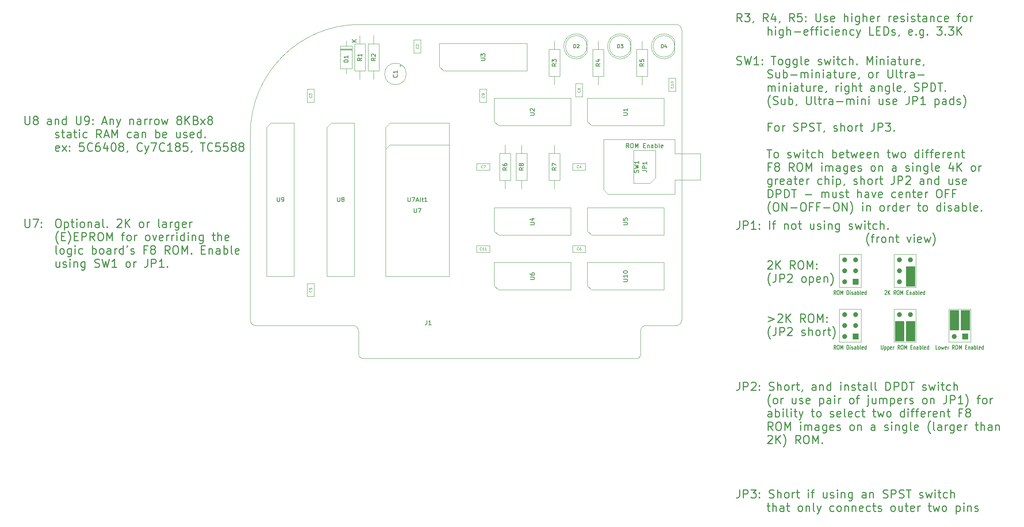
<source format=gbr>
G04 #@! TF.GenerationSoftware,KiCad,Pcbnew,7.0.2-0*
G04 #@! TF.CreationDate,2023-09-02T14:44:00-07:00*
G04 #@! TF.ProjectId,LanguageCard,4c616e67-7561-4676-9543-6172642e6b69,2*
G04 #@! TF.SameCoordinates,Original*
G04 #@! TF.FileFunction,AssemblyDrawing,Top*
%FSLAX46Y46*%
G04 Gerber Fmt 4.6, Leading zero omitted, Abs format (unit mm)*
G04 Created by KiCad (PCBNEW 7.0.2-0) date 2023-09-02 14:44:00*
%MOMM*%
%LPD*%
G01*
G04 APERTURE LIST*
%ADD10C,0.254000*%
%ADD11C,0.150000*%
%ADD12C,0.090000*%
%ADD13C,0.200000*%
%ADD14C,0.100000*%
%ADD15C,0.120000*%
%ADD16C,0.568000*%
G04 #@! TA.AperFunction,Profile*
%ADD17C,0.100000*%
G04 #@! TD*
G04 APERTURE END LIST*
D10*
X190862857Y-34617025D02*
X191135000Y-34707739D01*
X191135000Y-34707739D02*
X191588571Y-34707739D01*
X191588571Y-34707739D02*
X191770000Y-34617025D01*
X191770000Y-34617025D02*
X191860714Y-34526310D01*
X191860714Y-34526310D02*
X191951428Y-34344882D01*
X191951428Y-34344882D02*
X191951428Y-34163453D01*
X191951428Y-34163453D02*
X191860714Y-33982025D01*
X191860714Y-33982025D02*
X191770000Y-33891310D01*
X191770000Y-33891310D02*
X191588571Y-33800596D01*
X191588571Y-33800596D02*
X191225714Y-33709882D01*
X191225714Y-33709882D02*
X191044285Y-33619167D01*
X191044285Y-33619167D02*
X190953571Y-33528453D01*
X190953571Y-33528453D02*
X190862857Y-33347025D01*
X190862857Y-33347025D02*
X190862857Y-33165596D01*
X190862857Y-33165596D02*
X190953571Y-32984167D01*
X190953571Y-32984167D02*
X191044285Y-32893453D01*
X191044285Y-32893453D02*
X191225714Y-32802739D01*
X191225714Y-32802739D02*
X191679285Y-32802739D01*
X191679285Y-32802739D02*
X191951428Y-32893453D01*
X192586428Y-32802739D02*
X193040000Y-34707739D01*
X193040000Y-34707739D02*
X193402857Y-33347025D01*
X193402857Y-33347025D02*
X193765714Y-34707739D01*
X193765714Y-34707739D02*
X194219286Y-32802739D01*
X195942857Y-34707739D02*
X194854286Y-34707739D01*
X195398571Y-34707739D02*
X195398571Y-32802739D01*
X195398571Y-32802739D02*
X195217143Y-33074882D01*
X195217143Y-33074882D02*
X195035714Y-33256310D01*
X195035714Y-33256310D02*
X194854286Y-33347025D01*
X196759286Y-34526310D02*
X196850000Y-34617025D01*
X196850000Y-34617025D02*
X196759286Y-34707739D01*
X196759286Y-34707739D02*
X196668572Y-34617025D01*
X196668572Y-34617025D02*
X196759286Y-34526310D01*
X196759286Y-34526310D02*
X196759286Y-34707739D01*
X196759286Y-33528453D02*
X196850000Y-33619167D01*
X196850000Y-33619167D02*
X196759286Y-33709882D01*
X196759286Y-33709882D02*
X196668572Y-33619167D01*
X196668572Y-33619167D02*
X196759286Y-33528453D01*
X196759286Y-33528453D02*
X196759286Y-33709882D01*
X198845715Y-32802739D02*
X199934287Y-32802739D01*
X199390001Y-34707739D02*
X199390001Y-32802739D01*
X200841430Y-34707739D02*
X200660001Y-34617025D01*
X200660001Y-34617025D02*
X200569287Y-34526310D01*
X200569287Y-34526310D02*
X200478573Y-34344882D01*
X200478573Y-34344882D02*
X200478573Y-33800596D01*
X200478573Y-33800596D02*
X200569287Y-33619167D01*
X200569287Y-33619167D02*
X200660001Y-33528453D01*
X200660001Y-33528453D02*
X200841430Y-33437739D01*
X200841430Y-33437739D02*
X201113573Y-33437739D01*
X201113573Y-33437739D02*
X201295001Y-33528453D01*
X201295001Y-33528453D02*
X201385716Y-33619167D01*
X201385716Y-33619167D02*
X201476430Y-33800596D01*
X201476430Y-33800596D02*
X201476430Y-34344882D01*
X201476430Y-34344882D02*
X201385716Y-34526310D01*
X201385716Y-34526310D02*
X201295001Y-34617025D01*
X201295001Y-34617025D02*
X201113573Y-34707739D01*
X201113573Y-34707739D02*
X200841430Y-34707739D01*
X203109287Y-33437739D02*
X203109287Y-34979882D01*
X203109287Y-34979882D02*
X203018572Y-35161310D01*
X203018572Y-35161310D02*
X202927858Y-35252025D01*
X202927858Y-35252025D02*
X202746429Y-35342739D01*
X202746429Y-35342739D02*
X202474287Y-35342739D01*
X202474287Y-35342739D02*
X202292858Y-35252025D01*
X203109287Y-34617025D02*
X202927858Y-34707739D01*
X202927858Y-34707739D02*
X202565001Y-34707739D01*
X202565001Y-34707739D02*
X202383572Y-34617025D01*
X202383572Y-34617025D02*
X202292858Y-34526310D01*
X202292858Y-34526310D02*
X202202144Y-34344882D01*
X202202144Y-34344882D02*
X202202144Y-33800596D01*
X202202144Y-33800596D02*
X202292858Y-33619167D01*
X202292858Y-33619167D02*
X202383572Y-33528453D01*
X202383572Y-33528453D02*
X202565001Y-33437739D01*
X202565001Y-33437739D02*
X202927858Y-33437739D01*
X202927858Y-33437739D02*
X203109287Y-33528453D01*
X204832858Y-33437739D02*
X204832858Y-34979882D01*
X204832858Y-34979882D02*
X204742143Y-35161310D01*
X204742143Y-35161310D02*
X204651429Y-35252025D01*
X204651429Y-35252025D02*
X204470000Y-35342739D01*
X204470000Y-35342739D02*
X204197858Y-35342739D01*
X204197858Y-35342739D02*
X204016429Y-35252025D01*
X204832858Y-34617025D02*
X204651429Y-34707739D01*
X204651429Y-34707739D02*
X204288572Y-34707739D01*
X204288572Y-34707739D02*
X204107143Y-34617025D01*
X204107143Y-34617025D02*
X204016429Y-34526310D01*
X204016429Y-34526310D02*
X203925715Y-34344882D01*
X203925715Y-34344882D02*
X203925715Y-33800596D01*
X203925715Y-33800596D02*
X204016429Y-33619167D01*
X204016429Y-33619167D02*
X204107143Y-33528453D01*
X204107143Y-33528453D02*
X204288572Y-33437739D01*
X204288572Y-33437739D02*
X204651429Y-33437739D01*
X204651429Y-33437739D02*
X204832858Y-33528453D01*
X206012143Y-34707739D02*
X205830714Y-34617025D01*
X205830714Y-34617025D02*
X205740000Y-34435596D01*
X205740000Y-34435596D02*
X205740000Y-32802739D01*
X207463571Y-34617025D02*
X207282143Y-34707739D01*
X207282143Y-34707739D02*
X206919286Y-34707739D01*
X206919286Y-34707739D02*
X206737857Y-34617025D01*
X206737857Y-34617025D02*
X206647143Y-34435596D01*
X206647143Y-34435596D02*
X206647143Y-33709882D01*
X206647143Y-33709882D02*
X206737857Y-33528453D01*
X206737857Y-33528453D02*
X206919286Y-33437739D01*
X206919286Y-33437739D02*
X207282143Y-33437739D01*
X207282143Y-33437739D02*
X207463571Y-33528453D01*
X207463571Y-33528453D02*
X207554286Y-33709882D01*
X207554286Y-33709882D02*
X207554286Y-33891310D01*
X207554286Y-33891310D02*
X206647143Y-34072739D01*
X209731429Y-34617025D02*
X209912857Y-34707739D01*
X209912857Y-34707739D02*
X210275714Y-34707739D01*
X210275714Y-34707739D02*
X210457143Y-34617025D01*
X210457143Y-34617025D02*
X210547857Y-34435596D01*
X210547857Y-34435596D02*
X210547857Y-34344882D01*
X210547857Y-34344882D02*
X210457143Y-34163453D01*
X210457143Y-34163453D02*
X210275714Y-34072739D01*
X210275714Y-34072739D02*
X210003572Y-34072739D01*
X210003572Y-34072739D02*
X209822143Y-33982025D01*
X209822143Y-33982025D02*
X209731429Y-33800596D01*
X209731429Y-33800596D02*
X209731429Y-33709882D01*
X209731429Y-33709882D02*
X209822143Y-33528453D01*
X209822143Y-33528453D02*
X210003572Y-33437739D01*
X210003572Y-33437739D02*
X210275714Y-33437739D01*
X210275714Y-33437739D02*
X210457143Y-33528453D01*
X211182857Y-33437739D02*
X211545715Y-34707739D01*
X211545715Y-34707739D02*
X211908572Y-33800596D01*
X211908572Y-33800596D02*
X212271429Y-34707739D01*
X212271429Y-34707739D02*
X212634286Y-33437739D01*
X213360000Y-34707739D02*
X213360000Y-33437739D01*
X213360000Y-32802739D02*
X213269286Y-32893453D01*
X213269286Y-32893453D02*
X213360000Y-32984167D01*
X213360000Y-32984167D02*
X213450714Y-32893453D01*
X213450714Y-32893453D02*
X213360000Y-32802739D01*
X213360000Y-32802739D02*
X213360000Y-32984167D01*
X213995000Y-33437739D02*
X214720714Y-33437739D01*
X214267143Y-32802739D02*
X214267143Y-34435596D01*
X214267143Y-34435596D02*
X214357857Y-34617025D01*
X214357857Y-34617025D02*
X214539286Y-34707739D01*
X214539286Y-34707739D02*
X214720714Y-34707739D01*
X216172143Y-34617025D02*
X215990714Y-34707739D01*
X215990714Y-34707739D02*
X215627857Y-34707739D01*
X215627857Y-34707739D02*
X215446428Y-34617025D01*
X215446428Y-34617025D02*
X215355714Y-34526310D01*
X215355714Y-34526310D02*
X215265000Y-34344882D01*
X215265000Y-34344882D02*
X215265000Y-33800596D01*
X215265000Y-33800596D02*
X215355714Y-33619167D01*
X215355714Y-33619167D02*
X215446428Y-33528453D01*
X215446428Y-33528453D02*
X215627857Y-33437739D01*
X215627857Y-33437739D02*
X215990714Y-33437739D01*
X215990714Y-33437739D02*
X216172143Y-33528453D01*
X216988571Y-34707739D02*
X216988571Y-32802739D01*
X217805000Y-34707739D02*
X217805000Y-33709882D01*
X217805000Y-33709882D02*
X217714285Y-33528453D01*
X217714285Y-33528453D02*
X217532857Y-33437739D01*
X217532857Y-33437739D02*
X217260714Y-33437739D01*
X217260714Y-33437739D02*
X217079285Y-33528453D01*
X217079285Y-33528453D02*
X216988571Y-33619167D01*
X218712142Y-34526310D02*
X218802856Y-34617025D01*
X218802856Y-34617025D02*
X218712142Y-34707739D01*
X218712142Y-34707739D02*
X218621428Y-34617025D01*
X218621428Y-34617025D02*
X218712142Y-34526310D01*
X218712142Y-34526310D02*
X218712142Y-34707739D01*
X221070714Y-34707739D02*
X221070714Y-32802739D01*
X221070714Y-32802739D02*
X221705714Y-34163453D01*
X221705714Y-34163453D02*
X222340714Y-32802739D01*
X222340714Y-32802739D02*
X222340714Y-34707739D01*
X223247857Y-34707739D02*
X223247857Y-33437739D01*
X223247857Y-32802739D02*
X223157143Y-32893453D01*
X223157143Y-32893453D02*
X223247857Y-32984167D01*
X223247857Y-32984167D02*
X223338571Y-32893453D01*
X223338571Y-32893453D02*
X223247857Y-32802739D01*
X223247857Y-32802739D02*
X223247857Y-32984167D01*
X224155000Y-33437739D02*
X224155000Y-34707739D01*
X224155000Y-33619167D02*
X224245714Y-33528453D01*
X224245714Y-33528453D02*
X224427143Y-33437739D01*
X224427143Y-33437739D02*
X224699286Y-33437739D01*
X224699286Y-33437739D02*
X224880714Y-33528453D01*
X224880714Y-33528453D02*
X224971429Y-33709882D01*
X224971429Y-33709882D02*
X224971429Y-34707739D01*
X225878571Y-34707739D02*
X225878571Y-33437739D01*
X225878571Y-32802739D02*
X225787857Y-32893453D01*
X225787857Y-32893453D02*
X225878571Y-32984167D01*
X225878571Y-32984167D02*
X225969285Y-32893453D01*
X225969285Y-32893453D02*
X225878571Y-32802739D01*
X225878571Y-32802739D02*
X225878571Y-32984167D01*
X227602143Y-34707739D02*
X227602143Y-33709882D01*
X227602143Y-33709882D02*
X227511428Y-33528453D01*
X227511428Y-33528453D02*
X227330000Y-33437739D01*
X227330000Y-33437739D02*
X226967143Y-33437739D01*
X226967143Y-33437739D02*
X226785714Y-33528453D01*
X227602143Y-34617025D02*
X227420714Y-34707739D01*
X227420714Y-34707739D02*
X226967143Y-34707739D01*
X226967143Y-34707739D02*
X226785714Y-34617025D01*
X226785714Y-34617025D02*
X226695000Y-34435596D01*
X226695000Y-34435596D02*
X226695000Y-34254167D01*
X226695000Y-34254167D02*
X226785714Y-34072739D01*
X226785714Y-34072739D02*
X226967143Y-33982025D01*
X226967143Y-33982025D02*
X227420714Y-33982025D01*
X227420714Y-33982025D02*
X227602143Y-33891310D01*
X228237142Y-33437739D02*
X228962856Y-33437739D01*
X228509285Y-32802739D02*
X228509285Y-34435596D01*
X228509285Y-34435596D02*
X228599999Y-34617025D01*
X228599999Y-34617025D02*
X228781428Y-34707739D01*
X228781428Y-34707739D02*
X228962856Y-34707739D01*
X230414285Y-33437739D02*
X230414285Y-34707739D01*
X229597856Y-33437739D02*
X229597856Y-34435596D01*
X229597856Y-34435596D02*
X229688570Y-34617025D01*
X229688570Y-34617025D02*
X229869999Y-34707739D01*
X229869999Y-34707739D02*
X230142142Y-34707739D01*
X230142142Y-34707739D02*
X230323570Y-34617025D01*
X230323570Y-34617025D02*
X230414285Y-34526310D01*
X231321427Y-34707739D02*
X231321427Y-33437739D01*
X231321427Y-33800596D02*
X231412141Y-33619167D01*
X231412141Y-33619167D02*
X231502856Y-33528453D01*
X231502856Y-33528453D02*
X231684284Y-33437739D01*
X231684284Y-33437739D02*
X231865713Y-33437739D01*
X233226427Y-34617025D02*
X233044999Y-34707739D01*
X233044999Y-34707739D02*
X232682142Y-34707739D01*
X232682142Y-34707739D02*
X232500713Y-34617025D01*
X232500713Y-34617025D02*
X232409999Y-34435596D01*
X232409999Y-34435596D02*
X232409999Y-33709882D01*
X232409999Y-33709882D02*
X232500713Y-33528453D01*
X232500713Y-33528453D02*
X232682142Y-33437739D01*
X232682142Y-33437739D02*
X233044999Y-33437739D01*
X233044999Y-33437739D02*
X233226427Y-33528453D01*
X233226427Y-33528453D02*
X233317142Y-33709882D01*
X233317142Y-33709882D02*
X233317142Y-33891310D01*
X233317142Y-33891310D02*
X232409999Y-34072739D01*
X234224284Y-34617025D02*
X234224284Y-34707739D01*
X234224284Y-34707739D02*
X234133570Y-34889167D01*
X234133570Y-34889167D02*
X234042856Y-34979882D01*
X198029285Y-37703125D02*
X198301428Y-37793839D01*
X198301428Y-37793839D02*
X198754999Y-37793839D01*
X198754999Y-37793839D02*
X198936428Y-37703125D01*
X198936428Y-37703125D02*
X199027142Y-37612410D01*
X199027142Y-37612410D02*
X199117856Y-37430982D01*
X199117856Y-37430982D02*
X199117856Y-37249553D01*
X199117856Y-37249553D02*
X199027142Y-37068125D01*
X199027142Y-37068125D02*
X198936428Y-36977410D01*
X198936428Y-36977410D02*
X198754999Y-36886696D01*
X198754999Y-36886696D02*
X198392142Y-36795982D01*
X198392142Y-36795982D02*
X198210713Y-36705267D01*
X198210713Y-36705267D02*
X198119999Y-36614553D01*
X198119999Y-36614553D02*
X198029285Y-36433125D01*
X198029285Y-36433125D02*
X198029285Y-36251696D01*
X198029285Y-36251696D02*
X198119999Y-36070267D01*
X198119999Y-36070267D02*
X198210713Y-35979553D01*
X198210713Y-35979553D02*
X198392142Y-35888839D01*
X198392142Y-35888839D02*
X198845713Y-35888839D01*
X198845713Y-35888839D02*
X199117856Y-35979553D01*
X200750714Y-36523839D02*
X200750714Y-37793839D01*
X199934285Y-36523839D02*
X199934285Y-37521696D01*
X199934285Y-37521696D02*
X200024999Y-37703125D01*
X200024999Y-37703125D02*
X200206428Y-37793839D01*
X200206428Y-37793839D02*
X200478571Y-37793839D01*
X200478571Y-37793839D02*
X200659999Y-37703125D01*
X200659999Y-37703125D02*
X200750714Y-37612410D01*
X201657856Y-37793839D02*
X201657856Y-35888839D01*
X201657856Y-36614553D02*
X201839285Y-36523839D01*
X201839285Y-36523839D02*
X202202142Y-36523839D01*
X202202142Y-36523839D02*
X202383570Y-36614553D01*
X202383570Y-36614553D02*
X202474285Y-36705267D01*
X202474285Y-36705267D02*
X202564999Y-36886696D01*
X202564999Y-36886696D02*
X202564999Y-37430982D01*
X202564999Y-37430982D02*
X202474285Y-37612410D01*
X202474285Y-37612410D02*
X202383570Y-37703125D01*
X202383570Y-37703125D02*
X202202142Y-37793839D01*
X202202142Y-37793839D02*
X201839285Y-37793839D01*
X201839285Y-37793839D02*
X201657856Y-37703125D01*
X203381427Y-37068125D02*
X204832856Y-37068125D01*
X205739998Y-37793839D02*
X205739998Y-36523839D01*
X205739998Y-36705267D02*
X205830712Y-36614553D01*
X205830712Y-36614553D02*
X206012141Y-36523839D01*
X206012141Y-36523839D02*
X206284284Y-36523839D01*
X206284284Y-36523839D02*
X206465712Y-36614553D01*
X206465712Y-36614553D02*
X206556427Y-36795982D01*
X206556427Y-36795982D02*
X206556427Y-37793839D01*
X206556427Y-36795982D02*
X206647141Y-36614553D01*
X206647141Y-36614553D02*
X206828569Y-36523839D01*
X206828569Y-36523839D02*
X207100712Y-36523839D01*
X207100712Y-36523839D02*
X207282141Y-36614553D01*
X207282141Y-36614553D02*
X207372855Y-36795982D01*
X207372855Y-36795982D02*
X207372855Y-37793839D01*
X208279998Y-37793839D02*
X208279998Y-36523839D01*
X208279998Y-35888839D02*
X208189284Y-35979553D01*
X208189284Y-35979553D02*
X208279998Y-36070267D01*
X208279998Y-36070267D02*
X208370712Y-35979553D01*
X208370712Y-35979553D02*
X208279998Y-35888839D01*
X208279998Y-35888839D02*
X208279998Y-36070267D01*
X209187141Y-36523839D02*
X209187141Y-37793839D01*
X209187141Y-36705267D02*
X209277855Y-36614553D01*
X209277855Y-36614553D02*
X209459284Y-36523839D01*
X209459284Y-36523839D02*
X209731427Y-36523839D01*
X209731427Y-36523839D02*
X209912855Y-36614553D01*
X209912855Y-36614553D02*
X210003570Y-36795982D01*
X210003570Y-36795982D02*
X210003570Y-37793839D01*
X210910712Y-37793839D02*
X210910712Y-36523839D01*
X210910712Y-35888839D02*
X210819998Y-35979553D01*
X210819998Y-35979553D02*
X210910712Y-36070267D01*
X210910712Y-36070267D02*
X211001426Y-35979553D01*
X211001426Y-35979553D02*
X210910712Y-35888839D01*
X210910712Y-35888839D02*
X210910712Y-36070267D01*
X212634284Y-37793839D02*
X212634284Y-36795982D01*
X212634284Y-36795982D02*
X212543569Y-36614553D01*
X212543569Y-36614553D02*
X212362141Y-36523839D01*
X212362141Y-36523839D02*
X211999284Y-36523839D01*
X211999284Y-36523839D02*
X211817855Y-36614553D01*
X212634284Y-37703125D02*
X212452855Y-37793839D01*
X212452855Y-37793839D02*
X211999284Y-37793839D01*
X211999284Y-37793839D02*
X211817855Y-37703125D01*
X211817855Y-37703125D02*
X211727141Y-37521696D01*
X211727141Y-37521696D02*
X211727141Y-37340267D01*
X211727141Y-37340267D02*
X211817855Y-37158839D01*
X211817855Y-37158839D02*
X211999284Y-37068125D01*
X211999284Y-37068125D02*
X212452855Y-37068125D01*
X212452855Y-37068125D02*
X212634284Y-36977410D01*
X213269283Y-36523839D02*
X213994997Y-36523839D01*
X213541426Y-35888839D02*
X213541426Y-37521696D01*
X213541426Y-37521696D02*
X213632140Y-37703125D01*
X213632140Y-37703125D02*
X213813569Y-37793839D01*
X213813569Y-37793839D02*
X213994997Y-37793839D01*
X215446426Y-36523839D02*
X215446426Y-37793839D01*
X214629997Y-36523839D02*
X214629997Y-37521696D01*
X214629997Y-37521696D02*
X214720711Y-37703125D01*
X214720711Y-37703125D02*
X214902140Y-37793839D01*
X214902140Y-37793839D02*
X215174283Y-37793839D01*
X215174283Y-37793839D02*
X215355711Y-37703125D01*
X215355711Y-37703125D02*
X215446426Y-37612410D01*
X216353568Y-37793839D02*
X216353568Y-36523839D01*
X216353568Y-36886696D02*
X216444282Y-36705267D01*
X216444282Y-36705267D02*
X216534997Y-36614553D01*
X216534997Y-36614553D02*
X216716425Y-36523839D01*
X216716425Y-36523839D02*
X216897854Y-36523839D01*
X218258568Y-37703125D02*
X218077140Y-37793839D01*
X218077140Y-37793839D02*
X217714283Y-37793839D01*
X217714283Y-37793839D02*
X217532854Y-37703125D01*
X217532854Y-37703125D02*
X217442140Y-37521696D01*
X217442140Y-37521696D02*
X217442140Y-36795982D01*
X217442140Y-36795982D02*
X217532854Y-36614553D01*
X217532854Y-36614553D02*
X217714283Y-36523839D01*
X217714283Y-36523839D02*
X218077140Y-36523839D01*
X218077140Y-36523839D02*
X218258568Y-36614553D01*
X218258568Y-36614553D02*
X218349283Y-36795982D01*
X218349283Y-36795982D02*
X218349283Y-36977410D01*
X218349283Y-36977410D02*
X217442140Y-37158839D01*
X219256425Y-37703125D02*
X219256425Y-37793839D01*
X219256425Y-37793839D02*
X219165711Y-37975267D01*
X219165711Y-37975267D02*
X219074997Y-38065982D01*
X221796426Y-37793839D02*
X221614997Y-37703125D01*
X221614997Y-37703125D02*
X221524283Y-37612410D01*
X221524283Y-37612410D02*
X221433569Y-37430982D01*
X221433569Y-37430982D02*
X221433569Y-36886696D01*
X221433569Y-36886696D02*
X221524283Y-36705267D01*
X221524283Y-36705267D02*
X221614997Y-36614553D01*
X221614997Y-36614553D02*
X221796426Y-36523839D01*
X221796426Y-36523839D02*
X222068569Y-36523839D01*
X222068569Y-36523839D02*
X222249997Y-36614553D01*
X222249997Y-36614553D02*
X222340712Y-36705267D01*
X222340712Y-36705267D02*
X222431426Y-36886696D01*
X222431426Y-36886696D02*
X222431426Y-37430982D01*
X222431426Y-37430982D02*
X222340712Y-37612410D01*
X222340712Y-37612410D02*
X222249997Y-37703125D01*
X222249997Y-37703125D02*
X222068569Y-37793839D01*
X222068569Y-37793839D02*
X221796426Y-37793839D01*
X223247854Y-37793839D02*
X223247854Y-36523839D01*
X223247854Y-36886696D02*
X223338568Y-36705267D01*
X223338568Y-36705267D02*
X223429283Y-36614553D01*
X223429283Y-36614553D02*
X223610711Y-36523839D01*
X223610711Y-36523839D02*
X223792140Y-36523839D01*
X225878569Y-35888839D02*
X225878569Y-37430982D01*
X225878569Y-37430982D02*
X225969283Y-37612410D01*
X225969283Y-37612410D02*
X226059998Y-37703125D01*
X226059998Y-37703125D02*
X226241426Y-37793839D01*
X226241426Y-37793839D02*
X226604283Y-37793839D01*
X226604283Y-37793839D02*
X226785712Y-37703125D01*
X226785712Y-37703125D02*
X226876426Y-37612410D01*
X226876426Y-37612410D02*
X226967140Y-37430982D01*
X226967140Y-37430982D02*
X226967140Y-35888839D01*
X228146426Y-37793839D02*
X227964997Y-37703125D01*
X227964997Y-37703125D02*
X227874283Y-37521696D01*
X227874283Y-37521696D02*
X227874283Y-35888839D01*
X228599997Y-36523839D02*
X229325711Y-36523839D01*
X228872140Y-35888839D02*
X228872140Y-37521696D01*
X228872140Y-37521696D02*
X228962854Y-37703125D01*
X228962854Y-37703125D02*
X229144283Y-37793839D01*
X229144283Y-37793839D02*
X229325711Y-37793839D01*
X229960711Y-37793839D02*
X229960711Y-36523839D01*
X229960711Y-36886696D02*
X230051425Y-36705267D01*
X230051425Y-36705267D02*
X230142140Y-36614553D01*
X230142140Y-36614553D02*
X230323568Y-36523839D01*
X230323568Y-36523839D02*
X230504997Y-36523839D01*
X231956426Y-37793839D02*
X231956426Y-36795982D01*
X231956426Y-36795982D02*
X231865711Y-36614553D01*
X231865711Y-36614553D02*
X231684283Y-36523839D01*
X231684283Y-36523839D02*
X231321426Y-36523839D01*
X231321426Y-36523839D02*
X231139997Y-36614553D01*
X231956426Y-37703125D02*
X231774997Y-37793839D01*
X231774997Y-37793839D02*
X231321426Y-37793839D01*
X231321426Y-37793839D02*
X231139997Y-37703125D01*
X231139997Y-37703125D02*
X231049283Y-37521696D01*
X231049283Y-37521696D02*
X231049283Y-37340267D01*
X231049283Y-37340267D02*
X231139997Y-37158839D01*
X231139997Y-37158839D02*
X231321426Y-37068125D01*
X231321426Y-37068125D02*
X231774997Y-37068125D01*
X231774997Y-37068125D02*
X231956426Y-36977410D01*
X232863568Y-37068125D02*
X234314997Y-37068125D01*
X198119999Y-40879939D02*
X198119999Y-39609939D01*
X198119999Y-39791367D02*
X198210713Y-39700653D01*
X198210713Y-39700653D02*
X198392142Y-39609939D01*
X198392142Y-39609939D02*
X198664285Y-39609939D01*
X198664285Y-39609939D02*
X198845713Y-39700653D01*
X198845713Y-39700653D02*
X198936428Y-39882082D01*
X198936428Y-39882082D02*
X198936428Y-40879939D01*
X198936428Y-39882082D02*
X199027142Y-39700653D01*
X199027142Y-39700653D02*
X199208570Y-39609939D01*
X199208570Y-39609939D02*
X199480713Y-39609939D01*
X199480713Y-39609939D02*
X199662142Y-39700653D01*
X199662142Y-39700653D02*
X199752856Y-39882082D01*
X199752856Y-39882082D02*
X199752856Y-40879939D01*
X200659999Y-40879939D02*
X200659999Y-39609939D01*
X200659999Y-38974939D02*
X200569285Y-39065653D01*
X200569285Y-39065653D02*
X200659999Y-39156367D01*
X200659999Y-39156367D02*
X200750713Y-39065653D01*
X200750713Y-39065653D02*
X200659999Y-38974939D01*
X200659999Y-38974939D02*
X200659999Y-39156367D01*
X201567142Y-39609939D02*
X201567142Y-40879939D01*
X201567142Y-39791367D02*
X201657856Y-39700653D01*
X201657856Y-39700653D02*
X201839285Y-39609939D01*
X201839285Y-39609939D02*
X202111428Y-39609939D01*
X202111428Y-39609939D02*
X202292856Y-39700653D01*
X202292856Y-39700653D02*
X202383571Y-39882082D01*
X202383571Y-39882082D02*
X202383571Y-40879939D01*
X203290713Y-40879939D02*
X203290713Y-39609939D01*
X203290713Y-38974939D02*
X203199999Y-39065653D01*
X203199999Y-39065653D02*
X203290713Y-39156367D01*
X203290713Y-39156367D02*
X203381427Y-39065653D01*
X203381427Y-39065653D02*
X203290713Y-38974939D01*
X203290713Y-38974939D02*
X203290713Y-39156367D01*
X205014285Y-40879939D02*
X205014285Y-39882082D01*
X205014285Y-39882082D02*
X204923570Y-39700653D01*
X204923570Y-39700653D02*
X204742142Y-39609939D01*
X204742142Y-39609939D02*
X204379285Y-39609939D01*
X204379285Y-39609939D02*
X204197856Y-39700653D01*
X205014285Y-40789225D02*
X204832856Y-40879939D01*
X204832856Y-40879939D02*
X204379285Y-40879939D01*
X204379285Y-40879939D02*
X204197856Y-40789225D01*
X204197856Y-40789225D02*
X204107142Y-40607796D01*
X204107142Y-40607796D02*
X204107142Y-40426367D01*
X204107142Y-40426367D02*
X204197856Y-40244939D01*
X204197856Y-40244939D02*
X204379285Y-40154225D01*
X204379285Y-40154225D02*
X204832856Y-40154225D01*
X204832856Y-40154225D02*
X205014285Y-40063510D01*
X205649284Y-39609939D02*
X206374998Y-39609939D01*
X205921427Y-38974939D02*
X205921427Y-40607796D01*
X205921427Y-40607796D02*
X206012141Y-40789225D01*
X206012141Y-40789225D02*
X206193570Y-40879939D01*
X206193570Y-40879939D02*
X206374998Y-40879939D01*
X207826427Y-39609939D02*
X207826427Y-40879939D01*
X207009998Y-39609939D02*
X207009998Y-40607796D01*
X207009998Y-40607796D02*
X207100712Y-40789225D01*
X207100712Y-40789225D02*
X207282141Y-40879939D01*
X207282141Y-40879939D02*
X207554284Y-40879939D01*
X207554284Y-40879939D02*
X207735712Y-40789225D01*
X207735712Y-40789225D02*
X207826427Y-40698510D01*
X208733569Y-40879939D02*
X208733569Y-39609939D01*
X208733569Y-39972796D02*
X208824283Y-39791367D01*
X208824283Y-39791367D02*
X208914998Y-39700653D01*
X208914998Y-39700653D02*
X209096426Y-39609939D01*
X209096426Y-39609939D02*
X209277855Y-39609939D01*
X210638569Y-40789225D02*
X210457141Y-40879939D01*
X210457141Y-40879939D02*
X210094284Y-40879939D01*
X210094284Y-40879939D02*
X209912855Y-40789225D01*
X209912855Y-40789225D02*
X209822141Y-40607796D01*
X209822141Y-40607796D02*
X209822141Y-39882082D01*
X209822141Y-39882082D02*
X209912855Y-39700653D01*
X209912855Y-39700653D02*
X210094284Y-39609939D01*
X210094284Y-39609939D02*
X210457141Y-39609939D01*
X210457141Y-39609939D02*
X210638569Y-39700653D01*
X210638569Y-39700653D02*
X210729284Y-39882082D01*
X210729284Y-39882082D02*
X210729284Y-40063510D01*
X210729284Y-40063510D02*
X209822141Y-40244939D01*
X211636426Y-40789225D02*
X211636426Y-40879939D01*
X211636426Y-40879939D02*
X211545712Y-41061367D01*
X211545712Y-41061367D02*
X211454998Y-41152082D01*
X213904284Y-40879939D02*
X213904284Y-39609939D01*
X213904284Y-39972796D02*
X213994998Y-39791367D01*
X213994998Y-39791367D02*
X214085713Y-39700653D01*
X214085713Y-39700653D02*
X214267141Y-39609939D01*
X214267141Y-39609939D02*
X214448570Y-39609939D01*
X215083570Y-40879939D02*
X215083570Y-39609939D01*
X215083570Y-38974939D02*
X214992856Y-39065653D01*
X214992856Y-39065653D02*
X215083570Y-39156367D01*
X215083570Y-39156367D02*
X215174284Y-39065653D01*
X215174284Y-39065653D02*
X215083570Y-38974939D01*
X215083570Y-38974939D02*
X215083570Y-39156367D01*
X216807142Y-39609939D02*
X216807142Y-41152082D01*
X216807142Y-41152082D02*
X216716427Y-41333510D01*
X216716427Y-41333510D02*
X216625713Y-41424225D01*
X216625713Y-41424225D02*
X216444284Y-41514939D01*
X216444284Y-41514939D02*
X216172142Y-41514939D01*
X216172142Y-41514939D02*
X215990713Y-41424225D01*
X216807142Y-40789225D02*
X216625713Y-40879939D01*
X216625713Y-40879939D02*
X216262856Y-40879939D01*
X216262856Y-40879939D02*
X216081427Y-40789225D01*
X216081427Y-40789225D02*
X215990713Y-40698510D01*
X215990713Y-40698510D02*
X215899999Y-40517082D01*
X215899999Y-40517082D02*
X215899999Y-39972796D01*
X215899999Y-39972796D02*
X215990713Y-39791367D01*
X215990713Y-39791367D02*
X216081427Y-39700653D01*
X216081427Y-39700653D02*
X216262856Y-39609939D01*
X216262856Y-39609939D02*
X216625713Y-39609939D01*
X216625713Y-39609939D02*
X216807142Y-39700653D01*
X217714284Y-40879939D02*
X217714284Y-38974939D01*
X218530713Y-40879939D02*
X218530713Y-39882082D01*
X218530713Y-39882082D02*
X218439998Y-39700653D01*
X218439998Y-39700653D02*
X218258570Y-39609939D01*
X218258570Y-39609939D02*
X217986427Y-39609939D01*
X217986427Y-39609939D02*
X217804998Y-39700653D01*
X217804998Y-39700653D02*
X217714284Y-39791367D01*
X219165712Y-39609939D02*
X219891426Y-39609939D01*
X219437855Y-38974939D02*
X219437855Y-40607796D01*
X219437855Y-40607796D02*
X219528569Y-40789225D01*
X219528569Y-40789225D02*
X219709998Y-40879939D01*
X219709998Y-40879939D02*
X219891426Y-40879939D01*
X222794284Y-40879939D02*
X222794284Y-39882082D01*
X222794284Y-39882082D02*
X222703569Y-39700653D01*
X222703569Y-39700653D02*
X222522141Y-39609939D01*
X222522141Y-39609939D02*
X222159284Y-39609939D01*
X222159284Y-39609939D02*
X221977855Y-39700653D01*
X222794284Y-40789225D02*
X222612855Y-40879939D01*
X222612855Y-40879939D02*
X222159284Y-40879939D01*
X222159284Y-40879939D02*
X221977855Y-40789225D01*
X221977855Y-40789225D02*
X221887141Y-40607796D01*
X221887141Y-40607796D02*
X221887141Y-40426367D01*
X221887141Y-40426367D02*
X221977855Y-40244939D01*
X221977855Y-40244939D02*
X222159284Y-40154225D01*
X222159284Y-40154225D02*
X222612855Y-40154225D01*
X222612855Y-40154225D02*
X222794284Y-40063510D01*
X223701426Y-39609939D02*
X223701426Y-40879939D01*
X223701426Y-39791367D02*
X223792140Y-39700653D01*
X223792140Y-39700653D02*
X223973569Y-39609939D01*
X223973569Y-39609939D02*
X224245712Y-39609939D01*
X224245712Y-39609939D02*
X224427140Y-39700653D01*
X224427140Y-39700653D02*
X224517855Y-39882082D01*
X224517855Y-39882082D02*
X224517855Y-40879939D01*
X226241426Y-39609939D02*
X226241426Y-41152082D01*
X226241426Y-41152082D02*
X226150711Y-41333510D01*
X226150711Y-41333510D02*
X226059997Y-41424225D01*
X226059997Y-41424225D02*
X225878568Y-41514939D01*
X225878568Y-41514939D02*
X225606426Y-41514939D01*
X225606426Y-41514939D02*
X225424997Y-41424225D01*
X226241426Y-40789225D02*
X226059997Y-40879939D01*
X226059997Y-40879939D02*
X225697140Y-40879939D01*
X225697140Y-40879939D02*
X225515711Y-40789225D01*
X225515711Y-40789225D02*
X225424997Y-40698510D01*
X225424997Y-40698510D02*
X225334283Y-40517082D01*
X225334283Y-40517082D02*
X225334283Y-39972796D01*
X225334283Y-39972796D02*
X225424997Y-39791367D01*
X225424997Y-39791367D02*
X225515711Y-39700653D01*
X225515711Y-39700653D02*
X225697140Y-39609939D01*
X225697140Y-39609939D02*
X226059997Y-39609939D01*
X226059997Y-39609939D02*
X226241426Y-39700653D01*
X227420711Y-40879939D02*
X227239282Y-40789225D01*
X227239282Y-40789225D02*
X227148568Y-40607796D01*
X227148568Y-40607796D02*
X227148568Y-38974939D01*
X228872139Y-40789225D02*
X228690711Y-40879939D01*
X228690711Y-40879939D02*
X228327854Y-40879939D01*
X228327854Y-40879939D02*
X228146425Y-40789225D01*
X228146425Y-40789225D02*
X228055711Y-40607796D01*
X228055711Y-40607796D02*
X228055711Y-39882082D01*
X228055711Y-39882082D02*
X228146425Y-39700653D01*
X228146425Y-39700653D02*
X228327854Y-39609939D01*
X228327854Y-39609939D02*
X228690711Y-39609939D01*
X228690711Y-39609939D02*
X228872139Y-39700653D01*
X228872139Y-39700653D02*
X228962854Y-39882082D01*
X228962854Y-39882082D02*
X228962854Y-40063510D01*
X228962854Y-40063510D02*
X228055711Y-40244939D01*
X229869996Y-40789225D02*
X229869996Y-40879939D01*
X229869996Y-40879939D02*
X229779282Y-41061367D01*
X229779282Y-41061367D02*
X229688568Y-41152082D01*
X232047140Y-40789225D02*
X232319283Y-40879939D01*
X232319283Y-40879939D02*
X232772854Y-40879939D01*
X232772854Y-40879939D02*
X232954283Y-40789225D01*
X232954283Y-40789225D02*
X233044997Y-40698510D01*
X233044997Y-40698510D02*
X233135711Y-40517082D01*
X233135711Y-40517082D02*
X233135711Y-40335653D01*
X233135711Y-40335653D02*
X233044997Y-40154225D01*
X233044997Y-40154225D02*
X232954283Y-40063510D01*
X232954283Y-40063510D02*
X232772854Y-39972796D01*
X232772854Y-39972796D02*
X232409997Y-39882082D01*
X232409997Y-39882082D02*
X232228568Y-39791367D01*
X232228568Y-39791367D02*
X232137854Y-39700653D01*
X232137854Y-39700653D02*
X232047140Y-39519225D01*
X232047140Y-39519225D02*
X232047140Y-39337796D01*
X232047140Y-39337796D02*
X232137854Y-39156367D01*
X232137854Y-39156367D02*
X232228568Y-39065653D01*
X232228568Y-39065653D02*
X232409997Y-38974939D01*
X232409997Y-38974939D02*
X232863568Y-38974939D01*
X232863568Y-38974939D02*
X233135711Y-39065653D01*
X233952140Y-40879939D02*
X233952140Y-38974939D01*
X233952140Y-38974939D02*
X234677854Y-38974939D01*
X234677854Y-38974939D02*
X234859283Y-39065653D01*
X234859283Y-39065653D02*
X234949997Y-39156367D01*
X234949997Y-39156367D02*
X235040711Y-39337796D01*
X235040711Y-39337796D02*
X235040711Y-39609939D01*
X235040711Y-39609939D02*
X234949997Y-39791367D01*
X234949997Y-39791367D02*
X234859283Y-39882082D01*
X234859283Y-39882082D02*
X234677854Y-39972796D01*
X234677854Y-39972796D02*
X233952140Y-39972796D01*
X235857140Y-40879939D02*
X235857140Y-38974939D01*
X235857140Y-38974939D02*
X236310711Y-38974939D01*
X236310711Y-38974939D02*
X236582854Y-39065653D01*
X236582854Y-39065653D02*
X236764283Y-39247082D01*
X236764283Y-39247082D02*
X236854997Y-39428510D01*
X236854997Y-39428510D02*
X236945711Y-39791367D01*
X236945711Y-39791367D02*
X236945711Y-40063510D01*
X236945711Y-40063510D02*
X236854997Y-40426367D01*
X236854997Y-40426367D02*
X236764283Y-40607796D01*
X236764283Y-40607796D02*
X236582854Y-40789225D01*
X236582854Y-40789225D02*
X236310711Y-40879939D01*
X236310711Y-40879939D02*
X235857140Y-40879939D01*
X237489997Y-38974939D02*
X238578569Y-38974939D01*
X238034283Y-40879939D02*
X238034283Y-38974939D01*
X239213569Y-40698510D02*
X239304283Y-40789225D01*
X239304283Y-40789225D02*
X239213569Y-40879939D01*
X239213569Y-40879939D02*
X239122855Y-40789225D01*
X239122855Y-40789225D02*
X239213569Y-40698510D01*
X239213569Y-40698510D02*
X239213569Y-40879939D01*
X198664285Y-44691753D02*
X198573570Y-44601039D01*
X198573570Y-44601039D02*
X198392142Y-44328896D01*
X198392142Y-44328896D02*
X198301428Y-44147467D01*
X198301428Y-44147467D02*
X198210713Y-43875325D01*
X198210713Y-43875325D02*
X198119999Y-43421753D01*
X198119999Y-43421753D02*
X198119999Y-43058896D01*
X198119999Y-43058896D02*
X198210713Y-42605325D01*
X198210713Y-42605325D02*
X198301428Y-42333182D01*
X198301428Y-42333182D02*
X198392142Y-42151753D01*
X198392142Y-42151753D02*
X198573570Y-41879610D01*
X198573570Y-41879610D02*
X198664285Y-41788896D01*
X199299285Y-43875325D02*
X199571428Y-43966039D01*
X199571428Y-43966039D02*
X200024999Y-43966039D01*
X200024999Y-43966039D02*
X200206428Y-43875325D01*
X200206428Y-43875325D02*
X200297142Y-43784610D01*
X200297142Y-43784610D02*
X200387856Y-43603182D01*
X200387856Y-43603182D02*
X200387856Y-43421753D01*
X200387856Y-43421753D02*
X200297142Y-43240325D01*
X200297142Y-43240325D02*
X200206428Y-43149610D01*
X200206428Y-43149610D02*
X200024999Y-43058896D01*
X200024999Y-43058896D02*
X199662142Y-42968182D01*
X199662142Y-42968182D02*
X199480713Y-42877467D01*
X199480713Y-42877467D02*
X199389999Y-42786753D01*
X199389999Y-42786753D02*
X199299285Y-42605325D01*
X199299285Y-42605325D02*
X199299285Y-42423896D01*
X199299285Y-42423896D02*
X199389999Y-42242467D01*
X199389999Y-42242467D02*
X199480713Y-42151753D01*
X199480713Y-42151753D02*
X199662142Y-42061039D01*
X199662142Y-42061039D02*
X200115713Y-42061039D01*
X200115713Y-42061039D02*
X200387856Y-42151753D01*
X202020714Y-42696039D02*
X202020714Y-43966039D01*
X201204285Y-42696039D02*
X201204285Y-43693896D01*
X201204285Y-43693896D02*
X201294999Y-43875325D01*
X201294999Y-43875325D02*
X201476428Y-43966039D01*
X201476428Y-43966039D02*
X201748571Y-43966039D01*
X201748571Y-43966039D02*
X201929999Y-43875325D01*
X201929999Y-43875325D02*
X202020714Y-43784610D01*
X202927856Y-43966039D02*
X202927856Y-42061039D01*
X202927856Y-42786753D02*
X203109285Y-42696039D01*
X203109285Y-42696039D02*
X203472142Y-42696039D01*
X203472142Y-42696039D02*
X203653570Y-42786753D01*
X203653570Y-42786753D02*
X203744285Y-42877467D01*
X203744285Y-42877467D02*
X203834999Y-43058896D01*
X203834999Y-43058896D02*
X203834999Y-43603182D01*
X203834999Y-43603182D02*
X203744285Y-43784610D01*
X203744285Y-43784610D02*
X203653570Y-43875325D01*
X203653570Y-43875325D02*
X203472142Y-43966039D01*
X203472142Y-43966039D02*
X203109285Y-43966039D01*
X203109285Y-43966039D02*
X202927856Y-43875325D01*
X204742141Y-43875325D02*
X204742141Y-43966039D01*
X204742141Y-43966039D02*
X204651427Y-44147467D01*
X204651427Y-44147467D02*
X204560713Y-44238182D01*
X207009999Y-42061039D02*
X207009999Y-43603182D01*
X207009999Y-43603182D02*
X207100713Y-43784610D01*
X207100713Y-43784610D02*
X207191428Y-43875325D01*
X207191428Y-43875325D02*
X207372856Y-43966039D01*
X207372856Y-43966039D02*
X207735713Y-43966039D01*
X207735713Y-43966039D02*
X207917142Y-43875325D01*
X207917142Y-43875325D02*
X208007856Y-43784610D01*
X208007856Y-43784610D02*
X208098570Y-43603182D01*
X208098570Y-43603182D02*
X208098570Y-42061039D01*
X209277856Y-43966039D02*
X209096427Y-43875325D01*
X209096427Y-43875325D02*
X209005713Y-43693896D01*
X209005713Y-43693896D02*
X209005713Y-42061039D01*
X209731427Y-42696039D02*
X210457141Y-42696039D01*
X210003570Y-42061039D02*
X210003570Y-43693896D01*
X210003570Y-43693896D02*
X210094284Y-43875325D01*
X210094284Y-43875325D02*
X210275713Y-43966039D01*
X210275713Y-43966039D02*
X210457141Y-43966039D01*
X211092141Y-43966039D02*
X211092141Y-42696039D01*
X211092141Y-43058896D02*
X211182855Y-42877467D01*
X211182855Y-42877467D02*
X211273570Y-42786753D01*
X211273570Y-42786753D02*
X211454998Y-42696039D01*
X211454998Y-42696039D02*
X211636427Y-42696039D01*
X213087856Y-43966039D02*
X213087856Y-42968182D01*
X213087856Y-42968182D02*
X212997141Y-42786753D01*
X212997141Y-42786753D02*
X212815713Y-42696039D01*
X212815713Y-42696039D02*
X212452856Y-42696039D01*
X212452856Y-42696039D02*
X212271427Y-42786753D01*
X213087856Y-43875325D02*
X212906427Y-43966039D01*
X212906427Y-43966039D02*
X212452856Y-43966039D01*
X212452856Y-43966039D02*
X212271427Y-43875325D01*
X212271427Y-43875325D02*
X212180713Y-43693896D01*
X212180713Y-43693896D02*
X212180713Y-43512467D01*
X212180713Y-43512467D02*
X212271427Y-43331039D01*
X212271427Y-43331039D02*
X212452856Y-43240325D01*
X212452856Y-43240325D02*
X212906427Y-43240325D01*
X212906427Y-43240325D02*
X213087856Y-43149610D01*
X213994998Y-43240325D02*
X215446427Y-43240325D01*
X216353569Y-43966039D02*
X216353569Y-42696039D01*
X216353569Y-42877467D02*
X216444283Y-42786753D01*
X216444283Y-42786753D02*
X216625712Y-42696039D01*
X216625712Y-42696039D02*
X216897855Y-42696039D01*
X216897855Y-42696039D02*
X217079283Y-42786753D01*
X217079283Y-42786753D02*
X217169998Y-42968182D01*
X217169998Y-42968182D02*
X217169998Y-43966039D01*
X217169998Y-42968182D02*
X217260712Y-42786753D01*
X217260712Y-42786753D02*
X217442140Y-42696039D01*
X217442140Y-42696039D02*
X217714283Y-42696039D01*
X217714283Y-42696039D02*
X217895712Y-42786753D01*
X217895712Y-42786753D02*
X217986426Y-42968182D01*
X217986426Y-42968182D02*
X217986426Y-43966039D01*
X218893569Y-43966039D02*
X218893569Y-42696039D01*
X218893569Y-42061039D02*
X218802855Y-42151753D01*
X218802855Y-42151753D02*
X218893569Y-42242467D01*
X218893569Y-42242467D02*
X218984283Y-42151753D01*
X218984283Y-42151753D02*
X218893569Y-42061039D01*
X218893569Y-42061039D02*
X218893569Y-42242467D01*
X219800712Y-42696039D02*
X219800712Y-43966039D01*
X219800712Y-42877467D02*
X219891426Y-42786753D01*
X219891426Y-42786753D02*
X220072855Y-42696039D01*
X220072855Y-42696039D02*
X220344998Y-42696039D01*
X220344998Y-42696039D02*
X220526426Y-42786753D01*
X220526426Y-42786753D02*
X220617141Y-42968182D01*
X220617141Y-42968182D02*
X220617141Y-43966039D01*
X221524283Y-43966039D02*
X221524283Y-42696039D01*
X221524283Y-42061039D02*
X221433569Y-42151753D01*
X221433569Y-42151753D02*
X221524283Y-42242467D01*
X221524283Y-42242467D02*
X221614997Y-42151753D01*
X221614997Y-42151753D02*
X221524283Y-42061039D01*
X221524283Y-42061039D02*
X221524283Y-42242467D01*
X224699284Y-42696039D02*
X224699284Y-43966039D01*
X223882855Y-42696039D02*
X223882855Y-43693896D01*
X223882855Y-43693896D02*
X223973569Y-43875325D01*
X223973569Y-43875325D02*
X224154998Y-43966039D01*
X224154998Y-43966039D02*
X224427141Y-43966039D01*
X224427141Y-43966039D02*
X224608569Y-43875325D01*
X224608569Y-43875325D02*
X224699284Y-43784610D01*
X225515712Y-43875325D02*
X225697140Y-43966039D01*
X225697140Y-43966039D02*
X226059997Y-43966039D01*
X226059997Y-43966039D02*
X226241426Y-43875325D01*
X226241426Y-43875325D02*
X226332140Y-43693896D01*
X226332140Y-43693896D02*
X226332140Y-43603182D01*
X226332140Y-43603182D02*
X226241426Y-43421753D01*
X226241426Y-43421753D02*
X226059997Y-43331039D01*
X226059997Y-43331039D02*
X225787855Y-43331039D01*
X225787855Y-43331039D02*
X225606426Y-43240325D01*
X225606426Y-43240325D02*
X225515712Y-43058896D01*
X225515712Y-43058896D02*
X225515712Y-42968182D01*
X225515712Y-42968182D02*
X225606426Y-42786753D01*
X225606426Y-42786753D02*
X225787855Y-42696039D01*
X225787855Y-42696039D02*
X226059997Y-42696039D01*
X226059997Y-42696039D02*
X226241426Y-42786753D01*
X227874283Y-43875325D02*
X227692855Y-43966039D01*
X227692855Y-43966039D02*
X227329998Y-43966039D01*
X227329998Y-43966039D02*
X227148569Y-43875325D01*
X227148569Y-43875325D02*
X227057855Y-43693896D01*
X227057855Y-43693896D02*
X227057855Y-42968182D01*
X227057855Y-42968182D02*
X227148569Y-42786753D01*
X227148569Y-42786753D02*
X227329998Y-42696039D01*
X227329998Y-42696039D02*
X227692855Y-42696039D01*
X227692855Y-42696039D02*
X227874283Y-42786753D01*
X227874283Y-42786753D02*
X227964998Y-42968182D01*
X227964998Y-42968182D02*
X227964998Y-43149610D01*
X227964998Y-43149610D02*
X227057855Y-43331039D01*
X230777141Y-42061039D02*
X230777141Y-43421753D01*
X230777141Y-43421753D02*
X230686426Y-43693896D01*
X230686426Y-43693896D02*
X230504998Y-43875325D01*
X230504998Y-43875325D02*
X230232855Y-43966039D01*
X230232855Y-43966039D02*
X230051426Y-43966039D01*
X231684284Y-43966039D02*
X231684284Y-42061039D01*
X231684284Y-42061039D02*
X232409998Y-42061039D01*
X232409998Y-42061039D02*
X232591427Y-42151753D01*
X232591427Y-42151753D02*
X232682141Y-42242467D01*
X232682141Y-42242467D02*
X232772855Y-42423896D01*
X232772855Y-42423896D02*
X232772855Y-42696039D01*
X232772855Y-42696039D02*
X232682141Y-42877467D01*
X232682141Y-42877467D02*
X232591427Y-42968182D01*
X232591427Y-42968182D02*
X232409998Y-43058896D01*
X232409998Y-43058896D02*
X231684284Y-43058896D01*
X234587141Y-43966039D02*
X233498570Y-43966039D01*
X234042855Y-43966039D02*
X234042855Y-42061039D01*
X234042855Y-42061039D02*
X233861427Y-42333182D01*
X233861427Y-42333182D02*
X233679998Y-42514610D01*
X233679998Y-42514610D02*
X233498570Y-42605325D01*
X236854999Y-42696039D02*
X236854999Y-44601039D01*
X236854999Y-42786753D02*
X237036428Y-42696039D01*
X237036428Y-42696039D02*
X237399285Y-42696039D01*
X237399285Y-42696039D02*
X237580713Y-42786753D01*
X237580713Y-42786753D02*
X237671428Y-42877467D01*
X237671428Y-42877467D02*
X237762142Y-43058896D01*
X237762142Y-43058896D02*
X237762142Y-43603182D01*
X237762142Y-43603182D02*
X237671428Y-43784610D01*
X237671428Y-43784610D02*
X237580713Y-43875325D01*
X237580713Y-43875325D02*
X237399285Y-43966039D01*
X237399285Y-43966039D02*
X237036428Y-43966039D01*
X237036428Y-43966039D02*
X236854999Y-43875325D01*
X239394999Y-43966039D02*
X239394999Y-42968182D01*
X239394999Y-42968182D02*
X239304284Y-42786753D01*
X239304284Y-42786753D02*
X239122856Y-42696039D01*
X239122856Y-42696039D02*
X238759999Y-42696039D01*
X238759999Y-42696039D02*
X238578570Y-42786753D01*
X239394999Y-43875325D02*
X239213570Y-43966039D01*
X239213570Y-43966039D02*
X238759999Y-43966039D01*
X238759999Y-43966039D02*
X238578570Y-43875325D01*
X238578570Y-43875325D02*
X238487856Y-43693896D01*
X238487856Y-43693896D02*
X238487856Y-43512467D01*
X238487856Y-43512467D02*
X238578570Y-43331039D01*
X238578570Y-43331039D02*
X238759999Y-43240325D01*
X238759999Y-43240325D02*
X239213570Y-43240325D01*
X239213570Y-43240325D02*
X239394999Y-43149610D01*
X241118570Y-43966039D02*
X241118570Y-42061039D01*
X241118570Y-43875325D02*
X240937141Y-43966039D01*
X240937141Y-43966039D02*
X240574284Y-43966039D01*
X240574284Y-43966039D02*
X240392855Y-43875325D01*
X240392855Y-43875325D02*
X240302141Y-43784610D01*
X240302141Y-43784610D02*
X240211427Y-43603182D01*
X240211427Y-43603182D02*
X240211427Y-43058896D01*
X240211427Y-43058896D02*
X240302141Y-42877467D01*
X240302141Y-42877467D02*
X240392855Y-42786753D01*
X240392855Y-42786753D02*
X240574284Y-42696039D01*
X240574284Y-42696039D02*
X240937141Y-42696039D01*
X240937141Y-42696039D02*
X241118570Y-42786753D01*
X241934998Y-43875325D02*
X242116426Y-43966039D01*
X242116426Y-43966039D02*
X242479283Y-43966039D01*
X242479283Y-43966039D02*
X242660712Y-43875325D01*
X242660712Y-43875325D02*
X242751426Y-43693896D01*
X242751426Y-43693896D02*
X242751426Y-43603182D01*
X242751426Y-43603182D02*
X242660712Y-43421753D01*
X242660712Y-43421753D02*
X242479283Y-43331039D01*
X242479283Y-43331039D02*
X242207141Y-43331039D01*
X242207141Y-43331039D02*
X242025712Y-43240325D01*
X242025712Y-43240325D02*
X241934998Y-43058896D01*
X241934998Y-43058896D02*
X241934998Y-42968182D01*
X241934998Y-42968182D02*
X242025712Y-42786753D01*
X242025712Y-42786753D02*
X242207141Y-42696039D01*
X242207141Y-42696039D02*
X242479283Y-42696039D01*
X242479283Y-42696039D02*
X242660712Y-42786753D01*
X243386426Y-44691753D02*
X243477141Y-44601039D01*
X243477141Y-44601039D02*
X243658569Y-44328896D01*
X243658569Y-44328896D02*
X243749284Y-44147467D01*
X243749284Y-44147467D02*
X243839998Y-43875325D01*
X243839998Y-43875325D02*
X243930712Y-43421753D01*
X243930712Y-43421753D02*
X243930712Y-43058896D01*
X243930712Y-43058896D02*
X243839998Y-42605325D01*
X243839998Y-42605325D02*
X243749284Y-42333182D01*
X243749284Y-42333182D02*
X243658569Y-42151753D01*
X243658569Y-42151753D02*
X243477141Y-41879610D01*
X243477141Y-41879610D02*
X243386426Y-41788896D01*
X198754999Y-49140382D02*
X198119999Y-49140382D01*
X198119999Y-50138239D02*
X198119999Y-48233239D01*
X198119999Y-48233239D02*
X199027142Y-48233239D01*
X200024999Y-50138239D02*
X199843570Y-50047525D01*
X199843570Y-50047525D02*
X199752856Y-49956810D01*
X199752856Y-49956810D02*
X199662142Y-49775382D01*
X199662142Y-49775382D02*
X199662142Y-49231096D01*
X199662142Y-49231096D02*
X199752856Y-49049667D01*
X199752856Y-49049667D02*
X199843570Y-48958953D01*
X199843570Y-48958953D02*
X200024999Y-48868239D01*
X200024999Y-48868239D02*
X200297142Y-48868239D01*
X200297142Y-48868239D02*
X200478570Y-48958953D01*
X200478570Y-48958953D02*
X200569285Y-49049667D01*
X200569285Y-49049667D02*
X200659999Y-49231096D01*
X200659999Y-49231096D02*
X200659999Y-49775382D01*
X200659999Y-49775382D02*
X200569285Y-49956810D01*
X200569285Y-49956810D02*
X200478570Y-50047525D01*
X200478570Y-50047525D02*
X200297142Y-50138239D01*
X200297142Y-50138239D02*
X200024999Y-50138239D01*
X201476427Y-50138239D02*
X201476427Y-48868239D01*
X201476427Y-49231096D02*
X201567141Y-49049667D01*
X201567141Y-49049667D02*
X201657856Y-48958953D01*
X201657856Y-48958953D02*
X201839284Y-48868239D01*
X201839284Y-48868239D02*
X202020713Y-48868239D01*
X204016428Y-50047525D02*
X204288571Y-50138239D01*
X204288571Y-50138239D02*
X204742142Y-50138239D01*
X204742142Y-50138239D02*
X204923571Y-50047525D01*
X204923571Y-50047525D02*
X205014285Y-49956810D01*
X205014285Y-49956810D02*
X205104999Y-49775382D01*
X205104999Y-49775382D02*
X205104999Y-49593953D01*
X205104999Y-49593953D02*
X205014285Y-49412525D01*
X205014285Y-49412525D02*
X204923571Y-49321810D01*
X204923571Y-49321810D02*
X204742142Y-49231096D01*
X204742142Y-49231096D02*
X204379285Y-49140382D01*
X204379285Y-49140382D02*
X204197856Y-49049667D01*
X204197856Y-49049667D02*
X204107142Y-48958953D01*
X204107142Y-48958953D02*
X204016428Y-48777525D01*
X204016428Y-48777525D02*
X204016428Y-48596096D01*
X204016428Y-48596096D02*
X204107142Y-48414667D01*
X204107142Y-48414667D02*
X204197856Y-48323953D01*
X204197856Y-48323953D02*
X204379285Y-48233239D01*
X204379285Y-48233239D02*
X204832856Y-48233239D01*
X204832856Y-48233239D02*
X205104999Y-48323953D01*
X205921428Y-50138239D02*
X205921428Y-48233239D01*
X205921428Y-48233239D02*
X206647142Y-48233239D01*
X206647142Y-48233239D02*
X206828571Y-48323953D01*
X206828571Y-48323953D02*
X206919285Y-48414667D01*
X206919285Y-48414667D02*
X207009999Y-48596096D01*
X207009999Y-48596096D02*
X207009999Y-48868239D01*
X207009999Y-48868239D02*
X206919285Y-49049667D01*
X206919285Y-49049667D02*
X206828571Y-49140382D01*
X206828571Y-49140382D02*
X206647142Y-49231096D01*
X206647142Y-49231096D02*
X205921428Y-49231096D01*
X207735714Y-50047525D02*
X208007857Y-50138239D01*
X208007857Y-50138239D02*
X208461428Y-50138239D01*
X208461428Y-50138239D02*
X208642857Y-50047525D01*
X208642857Y-50047525D02*
X208733571Y-49956810D01*
X208733571Y-49956810D02*
X208824285Y-49775382D01*
X208824285Y-49775382D02*
X208824285Y-49593953D01*
X208824285Y-49593953D02*
X208733571Y-49412525D01*
X208733571Y-49412525D02*
X208642857Y-49321810D01*
X208642857Y-49321810D02*
X208461428Y-49231096D01*
X208461428Y-49231096D02*
X208098571Y-49140382D01*
X208098571Y-49140382D02*
X207917142Y-49049667D01*
X207917142Y-49049667D02*
X207826428Y-48958953D01*
X207826428Y-48958953D02*
X207735714Y-48777525D01*
X207735714Y-48777525D02*
X207735714Y-48596096D01*
X207735714Y-48596096D02*
X207826428Y-48414667D01*
X207826428Y-48414667D02*
X207917142Y-48323953D01*
X207917142Y-48323953D02*
X208098571Y-48233239D01*
X208098571Y-48233239D02*
X208552142Y-48233239D01*
X208552142Y-48233239D02*
X208824285Y-48323953D01*
X209368571Y-48233239D02*
X210457143Y-48233239D01*
X209912857Y-50138239D02*
X209912857Y-48233239D01*
X211182857Y-50047525D02*
X211182857Y-50138239D01*
X211182857Y-50138239D02*
X211092143Y-50319667D01*
X211092143Y-50319667D02*
X211001429Y-50410382D01*
X213360001Y-50047525D02*
X213541429Y-50138239D01*
X213541429Y-50138239D02*
X213904286Y-50138239D01*
X213904286Y-50138239D02*
X214085715Y-50047525D01*
X214085715Y-50047525D02*
X214176429Y-49866096D01*
X214176429Y-49866096D02*
X214176429Y-49775382D01*
X214176429Y-49775382D02*
X214085715Y-49593953D01*
X214085715Y-49593953D02*
X213904286Y-49503239D01*
X213904286Y-49503239D02*
X213632144Y-49503239D01*
X213632144Y-49503239D02*
X213450715Y-49412525D01*
X213450715Y-49412525D02*
X213360001Y-49231096D01*
X213360001Y-49231096D02*
X213360001Y-49140382D01*
X213360001Y-49140382D02*
X213450715Y-48958953D01*
X213450715Y-48958953D02*
X213632144Y-48868239D01*
X213632144Y-48868239D02*
X213904286Y-48868239D01*
X213904286Y-48868239D02*
X214085715Y-48958953D01*
X214992858Y-50138239D02*
X214992858Y-48233239D01*
X215809287Y-50138239D02*
X215809287Y-49140382D01*
X215809287Y-49140382D02*
X215718572Y-48958953D01*
X215718572Y-48958953D02*
X215537144Y-48868239D01*
X215537144Y-48868239D02*
X215265001Y-48868239D01*
X215265001Y-48868239D02*
X215083572Y-48958953D01*
X215083572Y-48958953D02*
X214992858Y-49049667D01*
X216988572Y-50138239D02*
X216807143Y-50047525D01*
X216807143Y-50047525D02*
X216716429Y-49956810D01*
X216716429Y-49956810D02*
X216625715Y-49775382D01*
X216625715Y-49775382D02*
X216625715Y-49231096D01*
X216625715Y-49231096D02*
X216716429Y-49049667D01*
X216716429Y-49049667D02*
X216807143Y-48958953D01*
X216807143Y-48958953D02*
X216988572Y-48868239D01*
X216988572Y-48868239D02*
X217260715Y-48868239D01*
X217260715Y-48868239D02*
X217442143Y-48958953D01*
X217442143Y-48958953D02*
X217532858Y-49049667D01*
X217532858Y-49049667D02*
X217623572Y-49231096D01*
X217623572Y-49231096D02*
X217623572Y-49775382D01*
X217623572Y-49775382D02*
X217532858Y-49956810D01*
X217532858Y-49956810D02*
X217442143Y-50047525D01*
X217442143Y-50047525D02*
X217260715Y-50138239D01*
X217260715Y-50138239D02*
X216988572Y-50138239D01*
X218440000Y-50138239D02*
X218440000Y-48868239D01*
X218440000Y-49231096D02*
X218530714Y-49049667D01*
X218530714Y-49049667D02*
X218621429Y-48958953D01*
X218621429Y-48958953D02*
X218802857Y-48868239D01*
X218802857Y-48868239D02*
X218984286Y-48868239D01*
X219347143Y-48868239D02*
X220072857Y-48868239D01*
X219619286Y-48233239D02*
X219619286Y-49866096D01*
X219619286Y-49866096D02*
X219710000Y-50047525D01*
X219710000Y-50047525D02*
X219891429Y-50138239D01*
X219891429Y-50138239D02*
X220072857Y-50138239D01*
X222703572Y-48233239D02*
X222703572Y-49593953D01*
X222703572Y-49593953D02*
X222612857Y-49866096D01*
X222612857Y-49866096D02*
X222431429Y-50047525D01*
X222431429Y-50047525D02*
X222159286Y-50138239D01*
X222159286Y-50138239D02*
X221977857Y-50138239D01*
X223610715Y-50138239D02*
X223610715Y-48233239D01*
X223610715Y-48233239D02*
X224336429Y-48233239D01*
X224336429Y-48233239D02*
X224517858Y-48323953D01*
X224517858Y-48323953D02*
X224608572Y-48414667D01*
X224608572Y-48414667D02*
X224699286Y-48596096D01*
X224699286Y-48596096D02*
X224699286Y-48868239D01*
X224699286Y-48868239D02*
X224608572Y-49049667D01*
X224608572Y-49049667D02*
X224517858Y-49140382D01*
X224517858Y-49140382D02*
X224336429Y-49231096D01*
X224336429Y-49231096D02*
X223610715Y-49231096D01*
X225334286Y-48233239D02*
X226513572Y-48233239D01*
X226513572Y-48233239D02*
X225878572Y-48958953D01*
X225878572Y-48958953D02*
X226150715Y-48958953D01*
X226150715Y-48958953D02*
X226332144Y-49049667D01*
X226332144Y-49049667D02*
X226422858Y-49140382D01*
X226422858Y-49140382D02*
X226513572Y-49321810D01*
X226513572Y-49321810D02*
X226513572Y-49775382D01*
X226513572Y-49775382D02*
X226422858Y-49956810D01*
X226422858Y-49956810D02*
X226332144Y-50047525D01*
X226332144Y-50047525D02*
X226150715Y-50138239D01*
X226150715Y-50138239D02*
X225606429Y-50138239D01*
X225606429Y-50138239D02*
X225425001Y-50047525D01*
X225425001Y-50047525D02*
X225334286Y-49956810D01*
X227330001Y-49956810D02*
X227420715Y-50047525D01*
X227420715Y-50047525D02*
X227330001Y-50138239D01*
X227330001Y-50138239D02*
X227239287Y-50047525D01*
X227239287Y-50047525D02*
X227330001Y-49956810D01*
X227330001Y-49956810D02*
X227330001Y-50138239D01*
X197847856Y-54405439D02*
X198936428Y-54405439D01*
X198392142Y-56310439D02*
X198392142Y-54405439D01*
X199843571Y-56310439D02*
X199662142Y-56219725D01*
X199662142Y-56219725D02*
X199571428Y-56129010D01*
X199571428Y-56129010D02*
X199480714Y-55947582D01*
X199480714Y-55947582D02*
X199480714Y-55403296D01*
X199480714Y-55403296D02*
X199571428Y-55221867D01*
X199571428Y-55221867D02*
X199662142Y-55131153D01*
X199662142Y-55131153D02*
X199843571Y-55040439D01*
X199843571Y-55040439D02*
X200115714Y-55040439D01*
X200115714Y-55040439D02*
X200297142Y-55131153D01*
X200297142Y-55131153D02*
X200387857Y-55221867D01*
X200387857Y-55221867D02*
X200478571Y-55403296D01*
X200478571Y-55403296D02*
X200478571Y-55947582D01*
X200478571Y-55947582D02*
X200387857Y-56129010D01*
X200387857Y-56129010D02*
X200297142Y-56219725D01*
X200297142Y-56219725D02*
X200115714Y-56310439D01*
X200115714Y-56310439D02*
X199843571Y-56310439D01*
X202655714Y-56219725D02*
X202837142Y-56310439D01*
X202837142Y-56310439D02*
X203199999Y-56310439D01*
X203199999Y-56310439D02*
X203381428Y-56219725D01*
X203381428Y-56219725D02*
X203472142Y-56038296D01*
X203472142Y-56038296D02*
X203472142Y-55947582D01*
X203472142Y-55947582D02*
X203381428Y-55766153D01*
X203381428Y-55766153D02*
X203199999Y-55675439D01*
X203199999Y-55675439D02*
X202927857Y-55675439D01*
X202927857Y-55675439D02*
X202746428Y-55584725D01*
X202746428Y-55584725D02*
X202655714Y-55403296D01*
X202655714Y-55403296D02*
X202655714Y-55312582D01*
X202655714Y-55312582D02*
X202746428Y-55131153D01*
X202746428Y-55131153D02*
X202927857Y-55040439D01*
X202927857Y-55040439D02*
X203199999Y-55040439D01*
X203199999Y-55040439D02*
X203381428Y-55131153D01*
X204107142Y-55040439D02*
X204470000Y-56310439D01*
X204470000Y-56310439D02*
X204832857Y-55403296D01*
X204832857Y-55403296D02*
X205195714Y-56310439D01*
X205195714Y-56310439D02*
X205558571Y-55040439D01*
X206284285Y-56310439D02*
X206284285Y-55040439D01*
X206284285Y-54405439D02*
X206193571Y-54496153D01*
X206193571Y-54496153D02*
X206284285Y-54586867D01*
X206284285Y-54586867D02*
X206374999Y-54496153D01*
X206374999Y-54496153D02*
X206284285Y-54405439D01*
X206284285Y-54405439D02*
X206284285Y-54586867D01*
X206919285Y-55040439D02*
X207644999Y-55040439D01*
X207191428Y-54405439D02*
X207191428Y-56038296D01*
X207191428Y-56038296D02*
X207282142Y-56219725D01*
X207282142Y-56219725D02*
X207463571Y-56310439D01*
X207463571Y-56310439D02*
X207644999Y-56310439D01*
X209096428Y-56219725D02*
X208914999Y-56310439D01*
X208914999Y-56310439D02*
X208552142Y-56310439D01*
X208552142Y-56310439D02*
X208370713Y-56219725D01*
X208370713Y-56219725D02*
X208279999Y-56129010D01*
X208279999Y-56129010D02*
X208189285Y-55947582D01*
X208189285Y-55947582D02*
X208189285Y-55403296D01*
X208189285Y-55403296D02*
X208279999Y-55221867D01*
X208279999Y-55221867D02*
X208370713Y-55131153D01*
X208370713Y-55131153D02*
X208552142Y-55040439D01*
X208552142Y-55040439D02*
X208914999Y-55040439D01*
X208914999Y-55040439D02*
X209096428Y-55131153D01*
X209912856Y-56310439D02*
X209912856Y-54405439D01*
X210729285Y-56310439D02*
X210729285Y-55312582D01*
X210729285Y-55312582D02*
X210638570Y-55131153D01*
X210638570Y-55131153D02*
X210457142Y-55040439D01*
X210457142Y-55040439D02*
X210184999Y-55040439D01*
X210184999Y-55040439D02*
X210003570Y-55131153D01*
X210003570Y-55131153D02*
X209912856Y-55221867D01*
X213087856Y-56310439D02*
X213087856Y-54405439D01*
X213087856Y-55131153D02*
X213269285Y-55040439D01*
X213269285Y-55040439D02*
X213632142Y-55040439D01*
X213632142Y-55040439D02*
X213813570Y-55131153D01*
X213813570Y-55131153D02*
X213904285Y-55221867D01*
X213904285Y-55221867D02*
X213994999Y-55403296D01*
X213994999Y-55403296D02*
X213994999Y-55947582D01*
X213994999Y-55947582D02*
X213904285Y-56129010D01*
X213904285Y-56129010D02*
X213813570Y-56219725D01*
X213813570Y-56219725D02*
X213632142Y-56310439D01*
X213632142Y-56310439D02*
X213269285Y-56310439D01*
X213269285Y-56310439D02*
X213087856Y-56219725D01*
X215537141Y-56219725D02*
X215355713Y-56310439D01*
X215355713Y-56310439D02*
X214992856Y-56310439D01*
X214992856Y-56310439D02*
X214811427Y-56219725D01*
X214811427Y-56219725D02*
X214720713Y-56038296D01*
X214720713Y-56038296D02*
X214720713Y-55312582D01*
X214720713Y-55312582D02*
X214811427Y-55131153D01*
X214811427Y-55131153D02*
X214992856Y-55040439D01*
X214992856Y-55040439D02*
X215355713Y-55040439D01*
X215355713Y-55040439D02*
X215537141Y-55131153D01*
X215537141Y-55131153D02*
X215627856Y-55312582D01*
X215627856Y-55312582D02*
X215627856Y-55494010D01*
X215627856Y-55494010D02*
X214720713Y-55675439D01*
X216172141Y-55040439D02*
X216897855Y-55040439D01*
X216444284Y-54405439D02*
X216444284Y-56038296D01*
X216444284Y-56038296D02*
X216534998Y-56219725D01*
X216534998Y-56219725D02*
X216716427Y-56310439D01*
X216716427Y-56310439D02*
X216897855Y-56310439D01*
X217351426Y-55040439D02*
X217714284Y-56310439D01*
X217714284Y-56310439D02*
X218077141Y-55403296D01*
X218077141Y-55403296D02*
X218439998Y-56310439D01*
X218439998Y-56310439D02*
X218802855Y-55040439D01*
X220254283Y-56219725D02*
X220072855Y-56310439D01*
X220072855Y-56310439D02*
X219709998Y-56310439D01*
X219709998Y-56310439D02*
X219528569Y-56219725D01*
X219528569Y-56219725D02*
X219437855Y-56038296D01*
X219437855Y-56038296D02*
X219437855Y-55312582D01*
X219437855Y-55312582D02*
X219528569Y-55131153D01*
X219528569Y-55131153D02*
X219709998Y-55040439D01*
X219709998Y-55040439D02*
X220072855Y-55040439D01*
X220072855Y-55040439D02*
X220254283Y-55131153D01*
X220254283Y-55131153D02*
X220344998Y-55312582D01*
X220344998Y-55312582D02*
X220344998Y-55494010D01*
X220344998Y-55494010D02*
X219437855Y-55675439D01*
X221887140Y-56219725D02*
X221705712Y-56310439D01*
X221705712Y-56310439D02*
X221342855Y-56310439D01*
X221342855Y-56310439D02*
X221161426Y-56219725D01*
X221161426Y-56219725D02*
X221070712Y-56038296D01*
X221070712Y-56038296D02*
X221070712Y-55312582D01*
X221070712Y-55312582D02*
X221161426Y-55131153D01*
X221161426Y-55131153D02*
X221342855Y-55040439D01*
X221342855Y-55040439D02*
X221705712Y-55040439D01*
X221705712Y-55040439D02*
X221887140Y-55131153D01*
X221887140Y-55131153D02*
X221977855Y-55312582D01*
X221977855Y-55312582D02*
X221977855Y-55494010D01*
X221977855Y-55494010D02*
X221070712Y-55675439D01*
X222794283Y-55040439D02*
X222794283Y-56310439D01*
X222794283Y-55221867D02*
X222884997Y-55131153D01*
X222884997Y-55131153D02*
X223066426Y-55040439D01*
X223066426Y-55040439D02*
X223338569Y-55040439D01*
X223338569Y-55040439D02*
X223519997Y-55131153D01*
X223519997Y-55131153D02*
X223610712Y-55312582D01*
X223610712Y-55312582D02*
X223610712Y-56310439D01*
X225697140Y-55040439D02*
X226422854Y-55040439D01*
X225969283Y-54405439D02*
X225969283Y-56038296D01*
X225969283Y-56038296D02*
X226059997Y-56219725D01*
X226059997Y-56219725D02*
X226241426Y-56310439D01*
X226241426Y-56310439D02*
X226422854Y-56310439D01*
X226876425Y-55040439D02*
X227239283Y-56310439D01*
X227239283Y-56310439D02*
X227602140Y-55403296D01*
X227602140Y-55403296D02*
X227964997Y-56310439D01*
X227964997Y-56310439D02*
X228327854Y-55040439D01*
X229325711Y-56310439D02*
X229144282Y-56219725D01*
X229144282Y-56219725D02*
X229053568Y-56129010D01*
X229053568Y-56129010D02*
X228962854Y-55947582D01*
X228962854Y-55947582D02*
X228962854Y-55403296D01*
X228962854Y-55403296D02*
X229053568Y-55221867D01*
X229053568Y-55221867D02*
X229144282Y-55131153D01*
X229144282Y-55131153D02*
X229325711Y-55040439D01*
X229325711Y-55040439D02*
X229597854Y-55040439D01*
X229597854Y-55040439D02*
X229779282Y-55131153D01*
X229779282Y-55131153D02*
X229869997Y-55221867D01*
X229869997Y-55221867D02*
X229960711Y-55403296D01*
X229960711Y-55403296D02*
X229960711Y-55947582D01*
X229960711Y-55947582D02*
X229869997Y-56129010D01*
X229869997Y-56129010D02*
X229779282Y-56219725D01*
X229779282Y-56219725D02*
X229597854Y-56310439D01*
X229597854Y-56310439D02*
X229325711Y-56310439D01*
X233044997Y-56310439D02*
X233044997Y-54405439D01*
X233044997Y-56219725D02*
X232863568Y-56310439D01*
X232863568Y-56310439D02*
X232500711Y-56310439D01*
X232500711Y-56310439D02*
X232319282Y-56219725D01*
X232319282Y-56219725D02*
X232228568Y-56129010D01*
X232228568Y-56129010D02*
X232137854Y-55947582D01*
X232137854Y-55947582D02*
X232137854Y-55403296D01*
X232137854Y-55403296D02*
X232228568Y-55221867D01*
X232228568Y-55221867D02*
X232319282Y-55131153D01*
X232319282Y-55131153D02*
X232500711Y-55040439D01*
X232500711Y-55040439D02*
X232863568Y-55040439D01*
X232863568Y-55040439D02*
X233044997Y-55131153D01*
X233952139Y-56310439D02*
X233952139Y-55040439D01*
X233952139Y-54405439D02*
X233861425Y-54496153D01*
X233861425Y-54496153D02*
X233952139Y-54586867D01*
X233952139Y-54586867D02*
X234042853Y-54496153D01*
X234042853Y-54496153D02*
X233952139Y-54405439D01*
X233952139Y-54405439D02*
X233952139Y-54586867D01*
X234587139Y-55040439D02*
X235312853Y-55040439D01*
X234859282Y-56310439D02*
X234859282Y-54677582D01*
X234859282Y-54677582D02*
X234949996Y-54496153D01*
X234949996Y-54496153D02*
X235131425Y-54405439D01*
X235131425Y-54405439D02*
X235312853Y-54405439D01*
X235675710Y-55040439D02*
X236401424Y-55040439D01*
X235947853Y-56310439D02*
X235947853Y-54677582D01*
X235947853Y-54677582D02*
X236038567Y-54496153D01*
X236038567Y-54496153D02*
X236219996Y-54405439D01*
X236219996Y-54405439D02*
X236401424Y-54405439D01*
X237762138Y-56219725D02*
X237580710Y-56310439D01*
X237580710Y-56310439D02*
X237217853Y-56310439D01*
X237217853Y-56310439D02*
X237036424Y-56219725D01*
X237036424Y-56219725D02*
X236945710Y-56038296D01*
X236945710Y-56038296D02*
X236945710Y-55312582D01*
X236945710Y-55312582D02*
X237036424Y-55131153D01*
X237036424Y-55131153D02*
X237217853Y-55040439D01*
X237217853Y-55040439D02*
X237580710Y-55040439D01*
X237580710Y-55040439D02*
X237762138Y-55131153D01*
X237762138Y-55131153D02*
X237852853Y-55312582D01*
X237852853Y-55312582D02*
X237852853Y-55494010D01*
X237852853Y-55494010D02*
X236945710Y-55675439D01*
X238669281Y-56310439D02*
X238669281Y-55040439D01*
X238669281Y-55403296D02*
X238759995Y-55221867D01*
X238759995Y-55221867D02*
X238850710Y-55131153D01*
X238850710Y-55131153D02*
X239032138Y-55040439D01*
X239032138Y-55040439D02*
X239213567Y-55040439D01*
X240574281Y-56219725D02*
X240392853Y-56310439D01*
X240392853Y-56310439D02*
X240029996Y-56310439D01*
X240029996Y-56310439D02*
X239848567Y-56219725D01*
X239848567Y-56219725D02*
X239757853Y-56038296D01*
X239757853Y-56038296D02*
X239757853Y-55312582D01*
X239757853Y-55312582D02*
X239848567Y-55131153D01*
X239848567Y-55131153D02*
X240029996Y-55040439D01*
X240029996Y-55040439D02*
X240392853Y-55040439D01*
X240392853Y-55040439D02*
X240574281Y-55131153D01*
X240574281Y-55131153D02*
X240664996Y-55312582D01*
X240664996Y-55312582D02*
X240664996Y-55494010D01*
X240664996Y-55494010D02*
X239757853Y-55675439D01*
X241481424Y-55040439D02*
X241481424Y-56310439D01*
X241481424Y-55221867D02*
X241572138Y-55131153D01*
X241572138Y-55131153D02*
X241753567Y-55040439D01*
X241753567Y-55040439D02*
X242025710Y-55040439D01*
X242025710Y-55040439D02*
X242207138Y-55131153D01*
X242207138Y-55131153D02*
X242297853Y-55312582D01*
X242297853Y-55312582D02*
X242297853Y-56310439D01*
X242932852Y-55040439D02*
X243658566Y-55040439D01*
X243204995Y-54405439D02*
X243204995Y-56038296D01*
X243204995Y-56038296D02*
X243295709Y-56219725D01*
X243295709Y-56219725D02*
X243477138Y-56310439D01*
X243477138Y-56310439D02*
X243658566Y-56310439D01*
X198754999Y-58398682D02*
X198119999Y-58398682D01*
X198119999Y-59396539D02*
X198119999Y-57491539D01*
X198119999Y-57491539D02*
X199027142Y-57491539D01*
X200024999Y-58307967D02*
X199843570Y-58217253D01*
X199843570Y-58217253D02*
X199752856Y-58126539D01*
X199752856Y-58126539D02*
X199662142Y-57945110D01*
X199662142Y-57945110D02*
X199662142Y-57854396D01*
X199662142Y-57854396D02*
X199752856Y-57672967D01*
X199752856Y-57672967D02*
X199843570Y-57582253D01*
X199843570Y-57582253D02*
X200024999Y-57491539D01*
X200024999Y-57491539D02*
X200387856Y-57491539D01*
X200387856Y-57491539D02*
X200569285Y-57582253D01*
X200569285Y-57582253D02*
X200659999Y-57672967D01*
X200659999Y-57672967D02*
X200750713Y-57854396D01*
X200750713Y-57854396D02*
X200750713Y-57945110D01*
X200750713Y-57945110D02*
X200659999Y-58126539D01*
X200659999Y-58126539D02*
X200569285Y-58217253D01*
X200569285Y-58217253D02*
X200387856Y-58307967D01*
X200387856Y-58307967D02*
X200024999Y-58307967D01*
X200024999Y-58307967D02*
X199843570Y-58398682D01*
X199843570Y-58398682D02*
X199752856Y-58489396D01*
X199752856Y-58489396D02*
X199662142Y-58670825D01*
X199662142Y-58670825D02*
X199662142Y-59033682D01*
X199662142Y-59033682D02*
X199752856Y-59215110D01*
X199752856Y-59215110D02*
X199843570Y-59305825D01*
X199843570Y-59305825D02*
X200024999Y-59396539D01*
X200024999Y-59396539D02*
X200387856Y-59396539D01*
X200387856Y-59396539D02*
X200569285Y-59305825D01*
X200569285Y-59305825D02*
X200659999Y-59215110D01*
X200659999Y-59215110D02*
X200750713Y-59033682D01*
X200750713Y-59033682D02*
X200750713Y-58670825D01*
X200750713Y-58670825D02*
X200659999Y-58489396D01*
X200659999Y-58489396D02*
X200569285Y-58398682D01*
X200569285Y-58398682D02*
X200387856Y-58307967D01*
X204107142Y-59396539D02*
X203472142Y-58489396D01*
X203018571Y-59396539D02*
X203018571Y-57491539D01*
X203018571Y-57491539D02*
X203744285Y-57491539D01*
X203744285Y-57491539D02*
X203925714Y-57582253D01*
X203925714Y-57582253D02*
X204016428Y-57672967D01*
X204016428Y-57672967D02*
X204107142Y-57854396D01*
X204107142Y-57854396D02*
X204107142Y-58126539D01*
X204107142Y-58126539D02*
X204016428Y-58307967D01*
X204016428Y-58307967D02*
X203925714Y-58398682D01*
X203925714Y-58398682D02*
X203744285Y-58489396D01*
X203744285Y-58489396D02*
X203018571Y-58489396D01*
X205286428Y-57491539D02*
X205649285Y-57491539D01*
X205649285Y-57491539D02*
X205830714Y-57582253D01*
X205830714Y-57582253D02*
X206012142Y-57763682D01*
X206012142Y-57763682D02*
X206102857Y-58126539D01*
X206102857Y-58126539D02*
X206102857Y-58761539D01*
X206102857Y-58761539D02*
X206012142Y-59124396D01*
X206012142Y-59124396D02*
X205830714Y-59305825D01*
X205830714Y-59305825D02*
X205649285Y-59396539D01*
X205649285Y-59396539D02*
X205286428Y-59396539D01*
X205286428Y-59396539D02*
X205105000Y-59305825D01*
X205105000Y-59305825D02*
X204923571Y-59124396D01*
X204923571Y-59124396D02*
X204832857Y-58761539D01*
X204832857Y-58761539D02*
X204832857Y-58126539D01*
X204832857Y-58126539D02*
X204923571Y-57763682D01*
X204923571Y-57763682D02*
X205105000Y-57582253D01*
X205105000Y-57582253D02*
X205286428Y-57491539D01*
X206919285Y-59396539D02*
X206919285Y-57491539D01*
X206919285Y-57491539D02*
X207554285Y-58852253D01*
X207554285Y-58852253D02*
X208189285Y-57491539D01*
X208189285Y-57491539D02*
X208189285Y-59396539D01*
X210547857Y-59396539D02*
X210547857Y-58126539D01*
X210547857Y-57491539D02*
X210457143Y-57582253D01*
X210457143Y-57582253D02*
X210547857Y-57672967D01*
X210547857Y-57672967D02*
X210638571Y-57582253D01*
X210638571Y-57582253D02*
X210547857Y-57491539D01*
X210547857Y-57491539D02*
X210547857Y-57672967D01*
X211455000Y-59396539D02*
X211455000Y-58126539D01*
X211455000Y-58307967D02*
X211545714Y-58217253D01*
X211545714Y-58217253D02*
X211727143Y-58126539D01*
X211727143Y-58126539D02*
X211999286Y-58126539D01*
X211999286Y-58126539D02*
X212180714Y-58217253D01*
X212180714Y-58217253D02*
X212271429Y-58398682D01*
X212271429Y-58398682D02*
X212271429Y-59396539D01*
X212271429Y-58398682D02*
X212362143Y-58217253D01*
X212362143Y-58217253D02*
X212543571Y-58126539D01*
X212543571Y-58126539D02*
X212815714Y-58126539D01*
X212815714Y-58126539D02*
X212997143Y-58217253D01*
X212997143Y-58217253D02*
X213087857Y-58398682D01*
X213087857Y-58398682D02*
X213087857Y-59396539D01*
X214811429Y-59396539D02*
X214811429Y-58398682D01*
X214811429Y-58398682D02*
X214720714Y-58217253D01*
X214720714Y-58217253D02*
X214539286Y-58126539D01*
X214539286Y-58126539D02*
X214176429Y-58126539D01*
X214176429Y-58126539D02*
X213995000Y-58217253D01*
X214811429Y-59305825D02*
X214630000Y-59396539D01*
X214630000Y-59396539D02*
X214176429Y-59396539D01*
X214176429Y-59396539D02*
X213995000Y-59305825D01*
X213995000Y-59305825D02*
X213904286Y-59124396D01*
X213904286Y-59124396D02*
X213904286Y-58942967D01*
X213904286Y-58942967D02*
X213995000Y-58761539D01*
X213995000Y-58761539D02*
X214176429Y-58670825D01*
X214176429Y-58670825D02*
X214630000Y-58670825D01*
X214630000Y-58670825D02*
X214811429Y-58580110D01*
X216535000Y-58126539D02*
X216535000Y-59668682D01*
X216535000Y-59668682D02*
X216444285Y-59850110D01*
X216444285Y-59850110D02*
X216353571Y-59940825D01*
X216353571Y-59940825D02*
X216172142Y-60031539D01*
X216172142Y-60031539D02*
X215900000Y-60031539D01*
X215900000Y-60031539D02*
X215718571Y-59940825D01*
X216535000Y-59305825D02*
X216353571Y-59396539D01*
X216353571Y-59396539D02*
X215990714Y-59396539D01*
X215990714Y-59396539D02*
X215809285Y-59305825D01*
X215809285Y-59305825D02*
X215718571Y-59215110D01*
X215718571Y-59215110D02*
X215627857Y-59033682D01*
X215627857Y-59033682D02*
X215627857Y-58489396D01*
X215627857Y-58489396D02*
X215718571Y-58307967D01*
X215718571Y-58307967D02*
X215809285Y-58217253D01*
X215809285Y-58217253D02*
X215990714Y-58126539D01*
X215990714Y-58126539D02*
X216353571Y-58126539D01*
X216353571Y-58126539D02*
X216535000Y-58217253D01*
X218167856Y-59305825D02*
X217986428Y-59396539D01*
X217986428Y-59396539D02*
X217623571Y-59396539D01*
X217623571Y-59396539D02*
X217442142Y-59305825D01*
X217442142Y-59305825D02*
X217351428Y-59124396D01*
X217351428Y-59124396D02*
X217351428Y-58398682D01*
X217351428Y-58398682D02*
X217442142Y-58217253D01*
X217442142Y-58217253D02*
X217623571Y-58126539D01*
X217623571Y-58126539D02*
X217986428Y-58126539D01*
X217986428Y-58126539D02*
X218167856Y-58217253D01*
X218167856Y-58217253D02*
X218258571Y-58398682D01*
X218258571Y-58398682D02*
X218258571Y-58580110D01*
X218258571Y-58580110D02*
X217351428Y-58761539D01*
X218984285Y-59305825D02*
X219165713Y-59396539D01*
X219165713Y-59396539D02*
X219528570Y-59396539D01*
X219528570Y-59396539D02*
X219709999Y-59305825D01*
X219709999Y-59305825D02*
X219800713Y-59124396D01*
X219800713Y-59124396D02*
X219800713Y-59033682D01*
X219800713Y-59033682D02*
X219709999Y-58852253D01*
X219709999Y-58852253D02*
X219528570Y-58761539D01*
X219528570Y-58761539D02*
X219256428Y-58761539D01*
X219256428Y-58761539D02*
X219074999Y-58670825D01*
X219074999Y-58670825D02*
X218984285Y-58489396D01*
X218984285Y-58489396D02*
X218984285Y-58398682D01*
X218984285Y-58398682D02*
X219074999Y-58217253D01*
X219074999Y-58217253D02*
X219256428Y-58126539D01*
X219256428Y-58126539D02*
X219528570Y-58126539D01*
X219528570Y-58126539D02*
X219709999Y-58217253D01*
X222340714Y-59396539D02*
X222159285Y-59305825D01*
X222159285Y-59305825D02*
X222068571Y-59215110D01*
X222068571Y-59215110D02*
X221977857Y-59033682D01*
X221977857Y-59033682D02*
X221977857Y-58489396D01*
X221977857Y-58489396D02*
X222068571Y-58307967D01*
X222068571Y-58307967D02*
X222159285Y-58217253D01*
X222159285Y-58217253D02*
X222340714Y-58126539D01*
X222340714Y-58126539D02*
X222612857Y-58126539D01*
X222612857Y-58126539D02*
X222794285Y-58217253D01*
X222794285Y-58217253D02*
X222885000Y-58307967D01*
X222885000Y-58307967D02*
X222975714Y-58489396D01*
X222975714Y-58489396D02*
X222975714Y-59033682D01*
X222975714Y-59033682D02*
X222885000Y-59215110D01*
X222885000Y-59215110D02*
X222794285Y-59305825D01*
X222794285Y-59305825D02*
X222612857Y-59396539D01*
X222612857Y-59396539D02*
X222340714Y-59396539D01*
X223792142Y-58126539D02*
X223792142Y-59396539D01*
X223792142Y-58307967D02*
X223882856Y-58217253D01*
X223882856Y-58217253D02*
X224064285Y-58126539D01*
X224064285Y-58126539D02*
X224336428Y-58126539D01*
X224336428Y-58126539D02*
X224517856Y-58217253D01*
X224517856Y-58217253D02*
X224608571Y-58398682D01*
X224608571Y-58398682D02*
X224608571Y-59396539D01*
X227783571Y-59396539D02*
X227783571Y-58398682D01*
X227783571Y-58398682D02*
X227692856Y-58217253D01*
X227692856Y-58217253D02*
X227511428Y-58126539D01*
X227511428Y-58126539D02*
X227148571Y-58126539D01*
X227148571Y-58126539D02*
X226967142Y-58217253D01*
X227783571Y-59305825D02*
X227602142Y-59396539D01*
X227602142Y-59396539D02*
X227148571Y-59396539D01*
X227148571Y-59396539D02*
X226967142Y-59305825D01*
X226967142Y-59305825D02*
X226876428Y-59124396D01*
X226876428Y-59124396D02*
X226876428Y-58942967D01*
X226876428Y-58942967D02*
X226967142Y-58761539D01*
X226967142Y-58761539D02*
X227148571Y-58670825D01*
X227148571Y-58670825D02*
X227602142Y-58670825D01*
X227602142Y-58670825D02*
X227783571Y-58580110D01*
X230051428Y-59305825D02*
X230232856Y-59396539D01*
X230232856Y-59396539D02*
X230595713Y-59396539D01*
X230595713Y-59396539D02*
X230777142Y-59305825D01*
X230777142Y-59305825D02*
X230867856Y-59124396D01*
X230867856Y-59124396D02*
X230867856Y-59033682D01*
X230867856Y-59033682D02*
X230777142Y-58852253D01*
X230777142Y-58852253D02*
X230595713Y-58761539D01*
X230595713Y-58761539D02*
X230323571Y-58761539D01*
X230323571Y-58761539D02*
X230142142Y-58670825D01*
X230142142Y-58670825D02*
X230051428Y-58489396D01*
X230051428Y-58489396D02*
X230051428Y-58398682D01*
X230051428Y-58398682D02*
X230142142Y-58217253D01*
X230142142Y-58217253D02*
X230323571Y-58126539D01*
X230323571Y-58126539D02*
X230595713Y-58126539D01*
X230595713Y-58126539D02*
X230777142Y-58217253D01*
X231684285Y-59396539D02*
X231684285Y-58126539D01*
X231684285Y-57491539D02*
X231593571Y-57582253D01*
X231593571Y-57582253D02*
X231684285Y-57672967D01*
X231684285Y-57672967D02*
X231774999Y-57582253D01*
X231774999Y-57582253D02*
X231684285Y-57491539D01*
X231684285Y-57491539D02*
X231684285Y-57672967D01*
X232591428Y-58126539D02*
X232591428Y-59396539D01*
X232591428Y-58307967D02*
X232682142Y-58217253D01*
X232682142Y-58217253D02*
X232863571Y-58126539D01*
X232863571Y-58126539D02*
X233135714Y-58126539D01*
X233135714Y-58126539D02*
X233317142Y-58217253D01*
X233317142Y-58217253D02*
X233407857Y-58398682D01*
X233407857Y-58398682D02*
X233407857Y-59396539D01*
X235131428Y-58126539D02*
X235131428Y-59668682D01*
X235131428Y-59668682D02*
X235040713Y-59850110D01*
X235040713Y-59850110D02*
X234949999Y-59940825D01*
X234949999Y-59940825D02*
X234768570Y-60031539D01*
X234768570Y-60031539D02*
X234496428Y-60031539D01*
X234496428Y-60031539D02*
X234314999Y-59940825D01*
X235131428Y-59305825D02*
X234949999Y-59396539D01*
X234949999Y-59396539D02*
X234587142Y-59396539D01*
X234587142Y-59396539D02*
X234405713Y-59305825D01*
X234405713Y-59305825D02*
X234314999Y-59215110D01*
X234314999Y-59215110D02*
X234224285Y-59033682D01*
X234224285Y-59033682D02*
X234224285Y-58489396D01*
X234224285Y-58489396D02*
X234314999Y-58307967D01*
X234314999Y-58307967D02*
X234405713Y-58217253D01*
X234405713Y-58217253D02*
X234587142Y-58126539D01*
X234587142Y-58126539D02*
X234949999Y-58126539D01*
X234949999Y-58126539D02*
X235131428Y-58217253D01*
X236310713Y-59396539D02*
X236129284Y-59305825D01*
X236129284Y-59305825D02*
X236038570Y-59124396D01*
X236038570Y-59124396D02*
X236038570Y-57491539D01*
X237762141Y-59305825D02*
X237580713Y-59396539D01*
X237580713Y-59396539D02*
X237217856Y-59396539D01*
X237217856Y-59396539D02*
X237036427Y-59305825D01*
X237036427Y-59305825D02*
X236945713Y-59124396D01*
X236945713Y-59124396D02*
X236945713Y-58398682D01*
X236945713Y-58398682D02*
X237036427Y-58217253D01*
X237036427Y-58217253D02*
X237217856Y-58126539D01*
X237217856Y-58126539D02*
X237580713Y-58126539D01*
X237580713Y-58126539D02*
X237762141Y-58217253D01*
X237762141Y-58217253D02*
X237852856Y-58398682D01*
X237852856Y-58398682D02*
X237852856Y-58580110D01*
X237852856Y-58580110D02*
X236945713Y-58761539D01*
X240937142Y-58126539D02*
X240937142Y-59396539D01*
X240483570Y-57400825D02*
X240029999Y-58761539D01*
X240029999Y-58761539D02*
X241209284Y-58761539D01*
X241934999Y-59396539D02*
X241934999Y-57491539D01*
X243023570Y-59396539D02*
X242207142Y-58307967D01*
X243023570Y-57491539D02*
X241934999Y-58580110D01*
X245563571Y-59396539D02*
X245382142Y-59305825D01*
X245382142Y-59305825D02*
X245291428Y-59215110D01*
X245291428Y-59215110D02*
X245200714Y-59033682D01*
X245200714Y-59033682D02*
X245200714Y-58489396D01*
X245200714Y-58489396D02*
X245291428Y-58307967D01*
X245291428Y-58307967D02*
X245382142Y-58217253D01*
X245382142Y-58217253D02*
X245563571Y-58126539D01*
X245563571Y-58126539D02*
X245835714Y-58126539D01*
X245835714Y-58126539D02*
X246017142Y-58217253D01*
X246017142Y-58217253D02*
X246107857Y-58307967D01*
X246107857Y-58307967D02*
X246198571Y-58489396D01*
X246198571Y-58489396D02*
X246198571Y-59033682D01*
X246198571Y-59033682D02*
X246107857Y-59215110D01*
X246107857Y-59215110D02*
X246017142Y-59305825D01*
X246017142Y-59305825D02*
X245835714Y-59396539D01*
X245835714Y-59396539D02*
X245563571Y-59396539D01*
X247014999Y-59396539D02*
X247014999Y-58126539D01*
X247014999Y-58489396D02*
X247105713Y-58307967D01*
X247105713Y-58307967D02*
X247196428Y-58217253D01*
X247196428Y-58217253D02*
X247377856Y-58126539D01*
X247377856Y-58126539D02*
X247559285Y-58126539D01*
X198936428Y-61212639D02*
X198936428Y-62754782D01*
X198936428Y-62754782D02*
X198845713Y-62936210D01*
X198845713Y-62936210D02*
X198754999Y-63026925D01*
X198754999Y-63026925D02*
X198573570Y-63117639D01*
X198573570Y-63117639D02*
X198301428Y-63117639D01*
X198301428Y-63117639D02*
X198119999Y-63026925D01*
X198936428Y-62391925D02*
X198754999Y-62482639D01*
X198754999Y-62482639D02*
X198392142Y-62482639D01*
X198392142Y-62482639D02*
X198210713Y-62391925D01*
X198210713Y-62391925D02*
X198119999Y-62301210D01*
X198119999Y-62301210D02*
X198029285Y-62119782D01*
X198029285Y-62119782D02*
X198029285Y-61575496D01*
X198029285Y-61575496D02*
X198119999Y-61394067D01*
X198119999Y-61394067D02*
X198210713Y-61303353D01*
X198210713Y-61303353D02*
X198392142Y-61212639D01*
X198392142Y-61212639D02*
X198754999Y-61212639D01*
X198754999Y-61212639D02*
X198936428Y-61303353D01*
X199843570Y-62482639D02*
X199843570Y-61212639D01*
X199843570Y-61575496D02*
X199934284Y-61394067D01*
X199934284Y-61394067D02*
X200024999Y-61303353D01*
X200024999Y-61303353D02*
X200206427Y-61212639D01*
X200206427Y-61212639D02*
X200387856Y-61212639D01*
X201748570Y-62391925D02*
X201567142Y-62482639D01*
X201567142Y-62482639D02*
X201204285Y-62482639D01*
X201204285Y-62482639D02*
X201022856Y-62391925D01*
X201022856Y-62391925D02*
X200932142Y-62210496D01*
X200932142Y-62210496D02*
X200932142Y-61484782D01*
X200932142Y-61484782D02*
X201022856Y-61303353D01*
X201022856Y-61303353D02*
X201204285Y-61212639D01*
X201204285Y-61212639D02*
X201567142Y-61212639D01*
X201567142Y-61212639D02*
X201748570Y-61303353D01*
X201748570Y-61303353D02*
X201839285Y-61484782D01*
X201839285Y-61484782D02*
X201839285Y-61666210D01*
X201839285Y-61666210D02*
X200932142Y-61847639D01*
X203472142Y-62482639D02*
X203472142Y-61484782D01*
X203472142Y-61484782D02*
X203381427Y-61303353D01*
X203381427Y-61303353D02*
X203199999Y-61212639D01*
X203199999Y-61212639D02*
X202837142Y-61212639D01*
X202837142Y-61212639D02*
X202655713Y-61303353D01*
X203472142Y-62391925D02*
X203290713Y-62482639D01*
X203290713Y-62482639D02*
X202837142Y-62482639D01*
X202837142Y-62482639D02*
X202655713Y-62391925D01*
X202655713Y-62391925D02*
X202564999Y-62210496D01*
X202564999Y-62210496D02*
X202564999Y-62029067D01*
X202564999Y-62029067D02*
X202655713Y-61847639D01*
X202655713Y-61847639D02*
X202837142Y-61756925D01*
X202837142Y-61756925D02*
X203290713Y-61756925D01*
X203290713Y-61756925D02*
X203472142Y-61666210D01*
X204107141Y-61212639D02*
X204832855Y-61212639D01*
X204379284Y-60577639D02*
X204379284Y-62210496D01*
X204379284Y-62210496D02*
X204469998Y-62391925D01*
X204469998Y-62391925D02*
X204651427Y-62482639D01*
X204651427Y-62482639D02*
X204832855Y-62482639D01*
X206193569Y-62391925D02*
X206012141Y-62482639D01*
X206012141Y-62482639D02*
X205649284Y-62482639D01*
X205649284Y-62482639D02*
X205467855Y-62391925D01*
X205467855Y-62391925D02*
X205377141Y-62210496D01*
X205377141Y-62210496D02*
X205377141Y-61484782D01*
X205377141Y-61484782D02*
X205467855Y-61303353D01*
X205467855Y-61303353D02*
X205649284Y-61212639D01*
X205649284Y-61212639D02*
X206012141Y-61212639D01*
X206012141Y-61212639D02*
X206193569Y-61303353D01*
X206193569Y-61303353D02*
X206284284Y-61484782D01*
X206284284Y-61484782D02*
X206284284Y-61666210D01*
X206284284Y-61666210D02*
X205377141Y-61847639D01*
X207100712Y-62482639D02*
X207100712Y-61212639D01*
X207100712Y-61575496D02*
X207191426Y-61394067D01*
X207191426Y-61394067D02*
X207282141Y-61303353D01*
X207282141Y-61303353D02*
X207463569Y-61212639D01*
X207463569Y-61212639D02*
X207644998Y-61212639D01*
X210547856Y-62391925D02*
X210366427Y-62482639D01*
X210366427Y-62482639D02*
X210003570Y-62482639D01*
X210003570Y-62482639D02*
X209822141Y-62391925D01*
X209822141Y-62391925D02*
X209731427Y-62301210D01*
X209731427Y-62301210D02*
X209640713Y-62119782D01*
X209640713Y-62119782D02*
X209640713Y-61575496D01*
X209640713Y-61575496D02*
X209731427Y-61394067D01*
X209731427Y-61394067D02*
X209822141Y-61303353D01*
X209822141Y-61303353D02*
X210003570Y-61212639D01*
X210003570Y-61212639D02*
X210366427Y-61212639D01*
X210366427Y-61212639D02*
X210547856Y-61303353D01*
X211364284Y-62482639D02*
X211364284Y-60577639D01*
X212180713Y-62482639D02*
X212180713Y-61484782D01*
X212180713Y-61484782D02*
X212089998Y-61303353D01*
X212089998Y-61303353D02*
X211908570Y-61212639D01*
X211908570Y-61212639D02*
X211636427Y-61212639D01*
X211636427Y-61212639D02*
X211454998Y-61303353D01*
X211454998Y-61303353D02*
X211364284Y-61394067D01*
X213087855Y-62482639D02*
X213087855Y-61212639D01*
X213087855Y-60577639D02*
X212997141Y-60668353D01*
X212997141Y-60668353D02*
X213087855Y-60759067D01*
X213087855Y-60759067D02*
X213178569Y-60668353D01*
X213178569Y-60668353D02*
X213087855Y-60577639D01*
X213087855Y-60577639D02*
X213087855Y-60759067D01*
X213994998Y-61212639D02*
X213994998Y-63117639D01*
X213994998Y-61303353D02*
X214176427Y-61212639D01*
X214176427Y-61212639D02*
X214539284Y-61212639D01*
X214539284Y-61212639D02*
X214720712Y-61303353D01*
X214720712Y-61303353D02*
X214811427Y-61394067D01*
X214811427Y-61394067D02*
X214902141Y-61575496D01*
X214902141Y-61575496D02*
X214902141Y-62119782D01*
X214902141Y-62119782D02*
X214811427Y-62301210D01*
X214811427Y-62301210D02*
X214720712Y-62391925D01*
X214720712Y-62391925D02*
X214539284Y-62482639D01*
X214539284Y-62482639D02*
X214176427Y-62482639D01*
X214176427Y-62482639D02*
X213994998Y-62391925D01*
X215809283Y-62391925D02*
X215809283Y-62482639D01*
X215809283Y-62482639D02*
X215718569Y-62664067D01*
X215718569Y-62664067D02*
X215627855Y-62754782D01*
X217986427Y-62391925D02*
X218167855Y-62482639D01*
X218167855Y-62482639D02*
X218530712Y-62482639D01*
X218530712Y-62482639D02*
X218712141Y-62391925D01*
X218712141Y-62391925D02*
X218802855Y-62210496D01*
X218802855Y-62210496D02*
X218802855Y-62119782D01*
X218802855Y-62119782D02*
X218712141Y-61938353D01*
X218712141Y-61938353D02*
X218530712Y-61847639D01*
X218530712Y-61847639D02*
X218258570Y-61847639D01*
X218258570Y-61847639D02*
X218077141Y-61756925D01*
X218077141Y-61756925D02*
X217986427Y-61575496D01*
X217986427Y-61575496D02*
X217986427Y-61484782D01*
X217986427Y-61484782D02*
X218077141Y-61303353D01*
X218077141Y-61303353D02*
X218258570Y-61212639D01*
X218258570Y-61212639D02*
X218530712Y-61212639D01*
X218530712Y-61212639D02*
X218712141Y-61303353D01*
X219619284Y-62482639D02*
X219619284Y-60577639D01*
X220435713Y-62482639D02*
X220435713Y-61484782D01*
X220435713Y-61484782D02*
X220344998Y-61303353D01*
X220344998Y-61303353D02*
X220163570Y-61212639D01*
X220163570Y-61212639D02*
X219891427Y-61212639D01*
X219891427Y-61212639D02*
X219709998Y-61303353D01*
X219709998Y-61303353D02*
X219619284Y-61394067D01*
X221614998Y-62482639D02*
X221433569Y-62391925D01*
X221433569Y-62391925D02*
X221342855Y-62301210D01*
X221342855Y-62301210D02*
X221252141Y-62119782D01*
X221252141Y-62119782D02*
X221252141Y-61575496D01*
X221252141Y-61575496D02*
X221342855Y-61394067D01*
X221342855Y-61394067D02*
X221433569Y-61303353D01*
X221433569Y-61303353D02*
X221614998Y-61212639D01*
X221614998Y-61212639D02*
X221887141Y-61212639D01*
X221887141Y-61212639D02*
X222068569Y-61303353D01*
X222068569Y-61303353D02*
X222159284Y-61394067D01*
X222159284Y-61394067D02*
X222249998Y-61575496D01*
X222249998Y-61575496D02*
X222249998Y-62119782D01*
X222249998Y-62119782D02*
X222159284Y-62301210D01*
X222159284Y-62301210D02*
X222068569Y-62391925D01*
X222068569Y-62391925D02*
X221887141Y-62482639D01*
X221887141Y-62482639D02*
X221614998Y-62482639D01*
X223066426Y-62482639D02*
X223066426Y-61212639D01*
X223066426Y-61575496D02*
X223157140Y-61394067D01*
X223157140Y-61394067D02*
X223247855Y-61303353D01*
X223247855Y-61303353D02*
X223429283Y-61212639D01*
X223429283Y-61212639D02*
X223610712Y-61212639D01*
X223973569Y-61212639D02*
X224699283Y-61212639D01*
X224245712Y-60577639D02*
X224245712Y-62210496D01*
X224245712Y-62210496D02*
X224336426Y-62391925D01*
X224336426Y-62391925D02*
X224517855Y-62482639D01*
X224517855Y-62482639D02*
X224699283Y-62482639D01*
X227329998Y-60577639D02*
X227329998Y-61938353D01*
X227329998Y-61938353D02*
X227239283Y-62210496D01*
X227239283Y-62210496D02*
X227057855Y-62391925D01*
X227057855Y-62391925D02*
X226785712Y-62482639D01*
X226785712Y-62482639D02*
X226604283Y-62482639D01*
X228237141Y-62482639D02*
X228237141Y-60577639D01*
X228237141Y-60577639D02*
X228962855Y-60577639D01*
X228962855Y-60577639D02*
X229144284Y-60668353D01*
X229144284Y-60668353D02*
X229234998Y-60759067D01*
X229234998Y-60759067D02*
X229325712Y-60940496D01*
X229325712Y-60940496D02*
X229325712Y-61212639D01*
X229325712Y-61212639D02*
X229234998Y-61394067D01*
X229234998Y-61394067D02*
X229144284Y-61484782D01*
X229144284Y-61484782D02*
X228962855Y-61575496D01*
X228962855Y-61575496D02*
X228237141Y-61575496D01*
X230051427Y-60759067D02*
X230142141Y-60668353D01*
X230142141Y-60668353D02*
X230323570Y-60577639D01*
X230323570Y-60577639D02*
X230777141Y-60577639D01*
X230777141Y-60577639D02*
X230958570Y-60668353D01*
X230958570Y-60668353D02*
X231049284Y-60759067D01*
X231049284Y-60759067D02*
X231139998Y-60940496D01*
X231139998Y-60940496D02*
X231139998Y-61121925D01*
X231139998Y-61121925D02*
X231049284Y-61394067D01*
X231049284Y-61394067D02*
X229960712Y-62482639D01*
X229960712Y-62482639D02*
X231139998Y-62482639D01*
X234224285Y-62482639D02*
X234224285Y-61484782D01*
X234224285Y-61484782D02*
X234133570Y-61303353D01*
X234133570Y-61303353D02*
X233952142Y-61212639D01*
X233952142Y-61212639D02*
X233589285Y-61212639D01*
X233589285Y-61212639D02*
X233407856Y-61303353D01*
X234224285Y-62391925D02*
X234042856Y-62482639D01*
X234042856Y-62482639D02*
X233589285Y-62482639D01*
X233589285Y-62482639D02*
X233407856Y-62391925D01*
X233407856Y-62391925D02*
X233317142Y-62210496D01*
X233317142Y-62210496D02*
X233317142Y-62029067D01*
X233317142Y-62029067D02*
X233407856Y-61847639D01*
X233407856Y-61847639D02*
X233589285Y-61756925D01*
X233589285Y-61756925D02*
X234042856Y-61756925D01*
X234042856Y-61756925D02*
X234224285Y-61666210D01*
X235131427Y-61212639D02*
X235131427Y-62482639D01*
X235131427Y-61394067D02*
X235222141Y-61303353D01*
X235222141Y-61303353D02*
X235403570Y-61212639D01*
X235403570Y-61212639D02*
X235675713Y-61212639D01*
X235675713Y-61212639D02*
X235857141Y-61303353D01*
X235857141Y-61303353D02*
X235947856Y-61484782D01*
X235947856Y-61484782D02*
X235947856Y-62482639D01*
X237671427Y-62482639D02*
X237671427Y-60577639D01*
X237671427Y-62391925D02*
X237489998Y-62482639D01*
X237489998Y-62482639D02*
X237127141Y-62482639D01*
X237127141Y-62482639D02*
X236945712Y-62391925D01*
X236945712Y-62391925D02*
X236854998Y-62301210D01*
X236854998Y-62301210D02*
X236764284Y-62119782D01*
X236764284Y-62119782D02*
X236764284Y-61575496D01*
X236764284Y-61575496D02*
X236854998Y-61394067D01*
X236854998Y-61394067D02*
X236945712Y-61303353D01*
X236945712Y-61303353D02*
X237127141Y-61212639D01*
X237127141Y-61212639D02*
X237489998Y-61212639D01*
X237489998Y-61212639D02*
X237671427Y-61303353D01*
X240846427Y-61212639D02*
X240846427Y-62482639D01*
X240029998Y-61212639D02*
X240029998Y-62210496D01*
X240029998Y-62210496D02*
X240120712Y-62391925D01*
X240120712Y-62391925D02*
X240302141Y-62482639D01*
X240302141Y-62482639D02*
X240574284Y-62482639D01*
X240574284Y-62482639D02*
X240755712Y-62391925D01*
X240755712Y-62391925D02*
X240846427Y-62301210D01*
X241662855Y-62391925D02*
X241844283Y-62482639D01*
X241844283Y-62482639D02*
X242207140Y-62482639D01*
X242207140Y-62482639D02*
X242388569Y-62391925D01*
X242388569Y-62391925D02*
X242479283Y-62210496D01*
X242479283Y-62210496D02*
X242479283Y-62119782D01*
X242479283Y-62119782D02*
X242388569Y-61938353D01*
X242388569Y-61938353D02*
X242207140Y-61847639D01*
X242207140Y-61847639D02*
X241934998Y-61847639D01*
X241934998Y-61847639D02*
X241753569Y-61756925D01*
X241753569Y-61756925D02*
X241662855Y-61575496D01*
X241662855Y-61575496D02*
X241662855Y-61484782D01*
X241662855Y-61484782D02*
X241753569Y-61303353D01*
X241753569Y-61303353D02*
X241934998Y-61212639D01*
X241934998Y-61212639D02*
X242207140Y-61212639D01*
X242207140Y-61212639D02*
X242388569Y-61303353D01*
X244021426Y-62391925D02*
X243839998Y-62482639D01*
X243839998Y-62482639D02*
X243477141Y-62482639D01*
X243477141Y-62482639D02*
X243295712Y-62391925D01*
X243295712Y-62391925D02*
X243204998Y-62210496D01*
X243204998Y-62210496D02*
X243204998Y-61484782D01*
X243204998Y-61484782D02*
X243295712Y-61303353D01*
X243295712Y-61303353D02*
X243477141Y-61212639D01*
X243477141Y-61212639D02*
X243839998Y-61212639D01*
X243839998Y-61212639D02*
X244021426Y-61303353D01*
X244021426Y-61303353D02*
X244112141Y-61484782D01*
X244112141Y-61484782D02*
X244112141Y-61666210D01*
X244112141Y-61666210D02*
X243204998Y-61847639D01*
X198119999Y-65568739D02*
X198119999Y-63663739D01*
X198119999Y-63663739D02*
X198573570Y-63663739D01*
X198573570Y-63663739D02*
X198845713Y-63754453D01*
X198845713Y-63754453D02*
X199027142Y-63935882D01*
X199027142Y-63935882D02*
X199117856Y-64117310D01*
X199117856Y-64117310D02*
X199208570Y-64480167D01*
X199208570Y-64480167D02*
X199208570Y-64752310D01*
X199208570Y-64752310D02*
X199117856Y-65115167D01*
X199117856Y-65115167D02*
X199027142Y-65296596D01*
X199027142Y-65296596D02*
X198845713Y-65478025D01*
X198845713Y-65478025D02*
X198573570Y-65568739D01*
X198573570Y-65568739D02*
X198119999Y-65568739D01*
X200024999Y-65568739D02*
X200024999Y-63663739D01*
X200024999Y-63663739D02*
X200750713Y-63663739D01*
X200750713Y-63663739D02*
X200932142Y-63754453D01*
X200932142Y-63754453D02*
X201022856Y-63845167D01*
X201022856Y-63845167D02*
X201113570Y-64026596D01*
X201113570Y-64026596D02*
X201113570Y-64298739D01*
X201113570Y-64298739D02*
X201022856Y-64480167D01*
X201022856Y-64480167D02*
X200932142Y-64570882D01*
X200932142Y-64570882D02*
X200750713Y-64661596D01*
X200750713Y-64661596D02*
X200024999Y-64661596D01*
X201929999Y-65568739D02*
X201929999Y-63663739D01*
X201929999Y-63663739D02*
X202383570Y-63663739D01*
X202383570Y-63663739D02*
X202655713Y-63754453D01*
X202655713Y-63754453D02*
X202837142Y-63935882D01*
X202837142Y-63935882D02*
X202927856Y-64117310D01*
X202927856Y-64117310D02*
X203018570Y-64480167D01*
X203018570Y-64480167D02*
X203018570Y-64752310D01*
X203018570Y-64752310D02*
X202927856Y-65115167D01*
X202927856Y-65115167D02*
X202837142Y-65296596D01*
X202837142Y-65296596D02*
X202655713Y-65478025D01*
X202655713Y-65478025D02*
X202383570Y-65568739D01*
X202383570Y-65568739D02*
X201929999Y-65568739D01*
X203562856Y-63663739D02*
X204651428Y-63663739D01*
X204107142Y-65568739D02*
X204107142Y-63663739D01*
X206737857Y-64843025D02*
X208189286Y-64843025D01*
X210547857Y-65568739D02*
X210547857Y-64298739D01*
X210547857Y-64480167D02*
X210638571Y-64389453D01*
X210638571Y-64389453D02*
X210820000Y-64298739D01*
X210820000Y-64298739D02*
X211092143Y-64298739D01*
X211092143Y-64298739D02*
X211273571Y-64389453D01*
X211273571Y-64389453D02*
X211364286Y-64570882D01*
X211364286Y-64570882D02*
X211364286Y-65568739D01*
X211364286Y-64570882D02*
X211455000Y-64389453D01*
X211455000Y-64389453D02*
X211636428Y-64298739D01*
X211636428Y-64298739D02*
X211908571Y-64298739D01*
X211908571Y-64298739D02*
X212090000Y-64389453D01*
X212090000Y-64389453D02*
X212180714Y-64570882D01*
X212180714Y-64570882D02*
X212180714Y-65568739D01*
X213904286Y-64298739D02*
X213904286Y-65568739D01*
X213087857Y-64298739D02*
X213087857Y-65296596D01*
X213087857Y-65296596D02*
X213178571Y-65478025D01*
X213178571Y-65478025D02*
X213360000Y-65568739D01*
X213360000Y-65568739D02*
X213632143Y-65568739D01*
X213632143Y-65568739D02*
X213813571Y-65478025D01*
X213813571Y-65478025D02*
X213904286Y-65387310D01*
X214720714Y-65478025D02*
X214902142Y-65568739D01*
X214902142Y-65568739D02*
X215264999Y-65568739D01*
X215264999Y-65568739D02*
X215446428Y-65478025D01*
X215446428Y-65478025D02*
X215537142Y-65296596D01*
X215537142Y-65296596D02*
X215537142Y-65205882D01*
X215537142Y-65205882D02*
X215446428Y-65024453D01*
X215446428Y-65024453D02*
X215264999Y-64933739D01*
X215264999Y-64933739D02*
X214992857Y-64933739D01*
X214992857Y-64933739D02*
X214811428Y-64843025D01*
X214811428Y-64843025D02*
X214720714Y-64661596D01*
X214720714Y-64661596D02*
X214720714Y-64570882D01*
X214720714Y-64570882D02*
X214811428Y-64389453D01*
X214811428Y-64389453D02*
X214992857Y-64298739D01*
X214992857Y-64298739D02*
X215264999Y-64298739D01*
X215264999Y-64298739D02*
X215446428Y-64389453D01*
X216081428Y-64298739D02*
X216807142Y-64298739D01*
X216353571Y-63663739D02*
X216353571Y-65296596D01*
X216353571Y-65296596D02*
X216444285Y-65478025D01*
X216444285Y-65478025D02*
X216625714Y-65568739D01*
X216625714Y-65568739D02*
X216807142Y-65568739D01*
X218893571Y-65568739D02*
X218893571Y-63663739D01*
X219710000Y-65568739D02*
X219710000Y-64570882D01*
X219710000Y-64570882D02*
X219619285Y-64389453D01*
X219619285Y-64389453D02*
X219437857Y-64298739D01*
X219437857Y-64298739D02*
X219165714Y-64298739D01*
X219165714Y-64298739D02*
X218984285Y-64389453D01*
X218984285Y-64389453D02*
X218893571Y-64480167D01*
X221433571Y-65568739D02*
X221433571Y-64570882D01*
X221433571Y-64570882D02*
X221342856Y-64389453D01*
X221342856Y-64389453D02*
X221161428Y-64298739D01*
X221161428Y-64298739D02*
X220798571Y-64298739D01*
X220798571Y-64298739D02*
X220617142Y-64389453D01*
X221433571Y-65478025D02*
X221252142Y-65568739D01*
X221252142Y-65568739D02*
X220798571Y-65568739D01*
X220798571Y-65568739D02*
X220617142Y-65478025D01*
X220617142Y-65478025D02*
X220526428Y-65296596D01*
X220526428Y-65296596D02*
X220526428Y-65115167D01*
X220526428Y-65115167D02*
X220617142Y-64933739D01*
X220617142Y-64933739D02*
X220798571Y-64843025D01*
X220798571Y-64843025D02*
X221252142Y-64843025D01*
X221252142Y-64843025D02*
X221433571Y-64752310D01*
X222159284Y-64298739D02*
X222612856Y-65568739D01*
X222612856Y-65568739D02*
X223066427Y-64298739D01*
X224517856Y-65478025D02*
X224336428Y-65568739D01*
X224336428Y-65568739D02*
X223973571Y-65568739D01*
X223973571Y-65568739D02*
X223792142Y-65478025D01*
X223792142Y-65478025D02*
X223701428Y-65296596D01*
X223701428Y-65296596D02*
X223701428Y-64570882D01*
X223701428Y-64570882D02*
X223792142Y-64389453D01*
X223792142Y-64389453D02*
X223973571Y-64298739D01*
X223973571Y-64298739D02*
X224336428Y-64298739D01*
X224336428Y-64298739D02*
X224517856Y-64389453D01*
X224517856Y-64389453D02*
X224608571Y-64570882D01*
X224608571Y-64570882D02*
X224608571Y-64752310D01*
X224608571Y-64752310D02*
X223701428Y-64933739D01*
X227692857Y-65478025D02*
X227511428Y-65568739D01*
X227511428Y-65568739D02*
X227148571Y-65568739D01*
X227148571Y-65568739D02*
X226967142Y-65478025D01*
X226967142Y-65478025D02*
X226876428Y-65387310D01*
X226876428Y-65387310D02*
X226785714Y-65205882D01*
X226785714Y-65205882D02*
X226785714Y-64661596D01*
X226785714Y-64661596D02*
X226876428Y-64480167D01*
X226876428Y-64480167D02*
X226967142Y-64389453D01*
X226967142Y-64389453D02*
X227148571Y-64298739D01*
X227148571Y-64298739D02*
X227511428Y-64298739D01*
X227511428Y-64298739D02*
X227692857Y-64389453D01*
X229234999Y-65478025D02*
X229053571Y-65568739D01*
X229053571Y-65568739D02*
X228690714Y-65568739D01*
X228690714Y-65568739D02*
X228509285Y-65478025D01*
X228509285Y-65478025D02*
X228418571Y-65296596D01*
X228418571Y-65296596D02*
X228418571Y-64570882D01*
X228418571Y-64570882D02*
X228509285Y-64389453D01*
X228509285Y-64389453D02*
X228690714Y-64298739D01*
X228690714Y-64298739D02*
X229053571Y-64298739D01*
X229053571Y-64298739D02*
X229234999Y-64389453D01*
X229234999Y-64389453D02*
X229325714Y-64570882D01*
X229325714Y-64570882D02*
X229325714Y-64752310D01*
X229325714Y-64752310D02*
X228418571Y-64933739D01*
X230142142Y-64298739D02*
X230142142Y-65568739D01*
X230142142Y-64480167D02*
X230232856Y-64389453D01*
X230232856Y-64389453D02*
X230414285Y-64298739D01*
X230414285Y-64298739D02*
X230686428Y-64298739D01*
X230686428Y-64298739D02*
X230867856Y-64389453D01*
X230867856Y-64389453D02*
X230958571Y-64570882D01*
X230958571Y-64570882D02*
X230958571Y-65568739D01*
X231593570Y-64298739D02*
X232319284Y-64298739D01*
X231865713Y-63663739D02*
X231865713Y-65296596D01*
X231865713Y-65296596D02*
X231956427Y-65478025D01*
X231956427Y-65478025D02*
X232137856Y-65568739D01*
X232137856Y-65568739D02*
X232319284Y-65568739D01*
X233679998Y-65478025D02*
X233498570Y-65568739D01*
X233498570Y-65568739D02*
X233135713Y-65568739D01*
X233135713Y-65568739D02*
X232954284Y-65478025D01*
X232954284Y-65478025D02*
X232863570Y-65296596D01*
X232863570Y-65296596D02*
X232863570Y-64570882D01*
X232863570Y-64570882D02*
X232954284Y-64389453D01*
X232954284Y-64389453D02*
X233135713Y-64298739D01*
X233135713Y-64298739D02*
X233498570Y-64298739D01*
X233498570Y-64298739D02*
X233679998Y-64389453D01*
X233679998Y-64389453D02*
X233770713Y-64570882D01*
X233770713Y-64570882D02*
X233770713Y-64752310D01*
X233770713Y-64752310D02*
X232863570Y-64933739D01*
X234587141Y-65568739D02*
X234587141Y-64298739D01*
X234587141Y-64661596D02*
X234677855Y-64480167D01*
X234677855Y-64480167D02*
X234768570Y-64389453D01*
X234768570Y-64389453D02*
X234949998Y-64298739D01*
X234949998Y-64298739D02*
X235131427Y-64298739D01*
X237580713Y-63663739D02*
X237943570Y-63663739D01*
X237943570Y-63663739D02*
X238124999Y-63754453D01*
X238124999Y-63754453D02*
X238306427Y-63935882D01*
X238306427Y-63935882D02*
X238397142Y-64298739D01*
X238397142Y-64298739D02*
X238397142Y-64933739D01*
X238397142Y-64933739D02*
X238306427Y-65296596D01*
X238306427Y-65296596D02*
X238124999Y-65478025D01*
X238124999Y-65478025D02*
X237943570Y-65568739D01*
X237943570Y-65568739D02*
X237580713Y-65568739D01*
X237580713Y-65568739D02*
X237399285Y-65478025D01*
X237399285Y-65478025D02*
X237217856Y-65296596D01*
X237217856Y-65296596D02*
X237127142Y-64933739D01*
X237127142Y-64933739D02*
X237127142Y-64298739D01*
X237127142Y-64298739D02*
X237217856Y-63935882D01*
X237217856Y-63935882D02*
X237399285Y-63754453D01*
X237399285Y-63754453D02*
X237580713Y-63663739D01*
X239848570Y-64570882D02*
X239213570Y-64570882D01*
X239213570Y-65568739D02*
X239213570Y-63663739D01*
X239213570Y-63663739D02*
X240120713Y-63663739D01*
X241481427Y-64570882D02*
X240846427Y-64570882D01*
X240846427Y-65568739D02*
X240846427Y-63663739D01*
X240846427Y-63663739D02*
X241753570Y-63663739D01*
X198664285Y-69380553D02*
X198573570Y-69289839D01*
X198573570Y-69289839D02*
X198392142Y-69017696D01*
X198392142Y-69017696D02*
X198301428Y-68836267D01*
X198301428Y-68836267D02*
X198210713Y-68564125D01*
X198210713Y-68564125D02*
X198119999Y-68110553D01*
X198119999Y-68110553D02*
X198119999Y-67747696D01*
X198119999Y-67747696D02*
X198210713Y-67294125D01*
X198210713Y-67294125D02*
X198301428Y-67021982D01*
X198301428Y-67021982D02*
X198392142Y-66840553D01*
X198392142Y-66840553D02*
X198573570Y-66568410D01*
X198573570Y-66568410D02*
X198664285Y-66477696D01*
X199752856Y-66749839D02*
X200115713Y-66749839D01*
X200115713Y-66749839D02*
X200297142Y-66840553D01*
X200297142Y-66840553D02*
X200478570Y-67021982D01*
X200478570Y-67021982D02*
X200569285Y-67384839D01*
X200569285Y-67384839D02*
X200569285Y-68019839D01*
X200569285Y-68019839D02*
X200478570Y-68382696D01*
X200478570Y-68382696D02*
X200297142Y-68564125D01*
X200297142Y-68564125D02*
X200115713Y-68654839D01*
X200115713Y-68654839D02*
X199752856Y-68654839D01*
X199752856Y-68654839D02*
X199571428Y-68564125D01*
X199571428Y-68564125D02*
X199389999Y-68382696D01*
X199389999Y-68382696D02*
X199299285Y-68019839D01*
X199299285Y-68019839D02*
X199299285Y-67384839D01*
X199299285Y-67384839D02*
X199389999Y-67021982D01*
X199389999Y-67021982D02*
X199571428Y-66840553D01*
X199571428Y-66840553D02*
X199752856Y-66749839D01*
X201385713Y-68654839D02*
X201385713Y-66749839D01*
X201385713Y-66749839D02*
X202474284Y-68654839D01*
X202474284Y-68654839D02*
X202474284Y-66749839D01*
X203381427Y-67929125D02*
X204832856Y-67929125D01*
X206102855Y-66749839D02*
X206465712Y-66749839D01*
X206465712Y-66749839D02*
X206647141Y-66840553D01*
X206647141Y-66840553D02*
X206828569Y-67021982D01*
X206828569Y-67021982D02*
X206919284Y-67384839D01*
X206919284Y-67384839D02*
X206919284Y-68019839D01*
X206919284Y-68019839D02*
X206828569Y-68382696D01*
X206828569Y-68382696D02*
X206647141Y-68564125D01*
X206647141Y-68564125D02*
X206465712Y-68654839D01*
X206465712Y-68654839D02*
X206102855Y-68654839D01*
X206102855Y-68654839D02*
X205921427Y-68564125D01*
X205921427Y-68564125D02*
X205739998Y-68382696D01*
X205739998Y-68382696D02*
X205649284Y-68019839D01*
X205649284Y-68019839D02*
X205649284Y-67384839D01*
X205649284Y-67384839D02*
X205739998Y-67021982D01*
X205739998Y-67021982D02*
X205921427Y-66840553D01*
X205921427Y-66840553D02*
X206102855Y-66749839D01*
X208370712Y-67656982D02*
X207735712Y-67656982D01*
X207735712Y-68654839D02*
X207735712Y-66749839D01*
X207735712Y-66749839D02*
X208642855Y-66749839D01*
X210003569Y-67656982D02*
X209368569Y-67656982D01*
X209368569Y-68654839D02*
X209368569Y-66749839D01*
X209368569Y-66749839D02*
X210275712Y-66749839D01*
X211001426Y-67929125D02*
X212452855Y-67929125D01*
X213722854Y-66749839D02*
X214085711Y-66749839D01*
X214085711Y-66749839D02*
X214267140Y-66840553D01*
X214267140Y-66840553D02*
X214448568Y-67021982D01*
X214448568Y-67021982D02*
X214539283Y-67384839D01*
X214539283Y-67384839D02*
X214539283Y-68019839D01*
X214539283Y-68019839D02*
X214448568Y-68382696D01*
X214448568Y-68382696D02*
X214267140Y-68564125D01*
X214267140Y-68564125D02*
X214085711Y-68654839D01*
X214085711Y-68654839D02*
X213722854Y-68654839D01*
X213722854Y-68654839D02*
X213541426Y-68564125D01*
X213541426Y-68564125D02*
X213359997Y-68382696D01*
X213359997Y-68382696D02*
X213269283Y-68019839D01*
X213269283Y-68019839D02*
X213269283Y-67384839D01*
X213269283Y-67384839D02*
X213359997Y-67021982D01*
X213359997Y-67021982D02*
X213541426Y-66840553D01*
X213541426Y-66840553D02*
X213722854Y-66749839D01*
X215355711Y-68654839D02*
X215355711Y-66749839D01*
X215355711Y-66749839D02*
X216444282Y-68654839D01*
X216444282Y-68654839D02*
X216444282Y-66749839D01*
X217169996Y-69380553D02*
X217260711Y-69289839D01*
X217260711Y-69289839D02*
X217442139Y-69017696D01*
X217442139Y-69017696D02*
X217532854Y-68836267D01*
X217532854Y-68836267D02*
X217623568Y-68564125D01*
X217623568Y-68564125D02*
X217714282Y-68110553D01*
X217714282Y-68110553D02*
X217714282Y-67747696D01*
X217714282Y-67747696D02*
X217623568Y-67294125D01*
X217623568Y-67294125D02*
X217532854Y-67021982D01*
X217532854Y-67021982D02*
X217442139Y-66840553D01*
X217442139Y-66840553D02*
X217260711Y-66568410D01*
X217260711Y-66568410D02*
X217169996Y-66477696D01*
X220072854Y-68654839D02*
X220072854Y-67384839D01*
X220072854Y-66749839D02*
X219982140Y-66840553D01*
X219982140Y-66840553D02*
X220072854Y-66931267D01*
X220072854Y-66931267D02*
X220163568Y-66840553D01*
X220163568Y-66840553D02*
X220072854Y-66749839D01*
X220072854Y-66749839D02*
X220072854Y-66931267D01*
X220979997Y-67384839D02*
X220979997Y-68654839D01*
X220979997Y-67566267D02*
X221070711Y-67475553D01*
X221070711Y-67475553D02*
X221252140Y-67384839D01*
X221252140Y-67384839D02*
X221524283Y-67384839D01*
X221524283Y-67384839D02*
X221705711Y-67475553D01*
X221705711Y-67475553D02*
X221796426Y-67656982D01*
X221796426Y-67656982D02*
X221796426Y-68654839D01*
X224427140Y-68654839D02*
X224245711Y-68564125D01*
X224245711Y-68564125D02*
X224154997Y-68473410D01*
X224154997Y-68473410D02*
X224064283Y-68291982D01*
X224064283Y-68291982D02*
X224064283Y-67747696D01*
X224064283Y-67747696D02*
X224154997Y-67566267D01*
X224154997Y-67566267D02*
X224245711Y-67475553D01*
X224245711Y-67475553D02*
X224427140Y-67384839D01*
X224427140Y-67384839D02*
X224699283Y-67384839D01*
X224699283Y-67384839D02*
X224880711Y-67475553D01*
X224880711Y-67475553D02*
X224971426Y-67566267D01*
X224971426Y-67566267D02*
X225062140Y-67747696D01*
X225062140Y-67747696D02*
X225062140Y-68291982D01*
X225062140Y-68291982D02*
X224971426Y-68473410D01*
X224971426Y-68473410D02*
X224880711Y-68564125D01*
X224880711Y-68564125D02*
X224699283Y-68654839D01*
X224699283Y-68654839D02*
X224427140Y-68654839D01*
X225878568Y-68654839D02*
X225878568Y-67384839D01*
X225878568Y-67747696D02*
X225969282Y-67566267D01*
X225969282Y-67566267D02*
X226059997Y-67475553D01*
X226059997Y-67475553D02*
X226241425Y-67384839D01*
X226241425Y-67384839D02*
X226422854Y-67384839D01*
X227874283Y-68654839D02*
X227874283Y-66749839D01*
X227874283Y-68564125D02*
X227692854Y-68654839D01*
X227692854Y-68654839D02*
X227329997Y-68654839D01*
X227329997Y-68654839D02*
X227148568Y-68564125D01*
X227148568Y-68564125D02*
X227057854Y-68473410D01*
X227057854Y-68473410D02*
X226967140Y-68291982D01*
X226967140Y-68291982D02*
X226967140Y-67747696D01*
X226967140Y-67747696D02*
X227057854Y-67566267D01*
X227057854Y-67566267D02*
X227148568Y-67475553D01*
X227148568Y-67475553D02*
X227329997Y-67384839D01*
X227329997Y-67384839D02*
X227692854Y-67384839D01*
X227692854Y-67384839D02*
X227874283Y-67475553D01*
X229507139Y-68564125D02*
X229325711Y-68654839D01*
X229325711Y-68654839D02*
X228962854Y-68654839D01*
X228962854Y-68654839D02*
X228781425Y-68564125D01*
X228781425Y-68564125D02*
X228690711Y-68382696D01*
X228690711Y-68382696D02*
X228690711Y-67656982D01*
X228690711Y-67656982D02*
X228781425Y-67475553D01*
X228781425Y-67475553D02*
X228962854Y-67384839D01*
X228962854Y-67384839D02*
X229325711Y-67384839D01*
X229325711Y-67384839D02*
X229507139Y-67475553D01*
X229507139Y-67475553D02*
X229597854Y-67656982D01*
X229597854Y-67656982D02*
X229597854Y-67838410D01*
X229597854Y-67838410D02*
X228690711Y-68019839D01*
X230414282Y-68654839D02*
X230414282Y-67384839D01*
X230414282Y-67747696D02*
X230504996Y-67566267D01*
X230504996Y-67566267D02*
X230595711Y-67475553D01*
X230595711Y-67475553D02*
X230777139Y-67384839D01*
X230777139Y-67384839D02*
X230958568Y-67384839D01*
X232772854Y-67384839D02*
X233498568Y-67384839D01*
X233044997Y-66749839D02*
X233044997Y-68382696D01*
X233044997Y-68382696D02*
X233135711Y-68564125D01*
X233135711Y-68564125D02*
X233317140Y-68654839D01*
X233317140Y-68654839D02*
X233498568Y-68654839D01*
X234405711Y-68654839D02*
X234224282Y-68564125D01*
X234224282Y-68564125D02*
X234133568Y-68473410D01*
X234133568Y-68473410D02*
X234042854Y-68291982D01*
X234042854Y-68291982D02*
X234042854Y-67747696D01*
X234042854Y-67747696D02*
X234133568Y-67566267D01*
X234133568Y-67566267D02*
X234224282Y-67475553D01*
X234224282Y-67475553D02*
X234405711Y-67384839D01*
X234405711Y-67384839D02*
X234677854Y-67384839D01*
X234677854Y-67384839D02*
X234859282Y-67475553D01*
X234859282Y-67475553D02*
X234949997Y-67566267D01*
X234949997Y-67566267D02*
X235040711Y-67747696D01*
X235040711Y-67747696D02*
X235040711Y-68291982D01*
X235040711Y-68291982D02*
X234949997Y-68473410D01*
X234949997Y-68473410D02*
X234859282Y-68564125D01*
X234859282Y-68564125D02*
X234677854Y-68654839D01*
X234677854Y-68654839D02*
X234405711Y-68654839D01*
X238124997Y-68654839D02*
X238124997Y-66749839D01*
X238124997Y-68564125D02*
X237943568Y-68654839D01*
X237943568Y-68654839D02*
X237580711Y-68654839D01*
X237580711Y-68654839D02*
X237399282Y-68564125D01*
X237399282Y-68564125D02*
X237308568Y-68473410D01*
X237308568Y-68473410D02*
X237217854Y-68291982D01*
X237217854Y-68291982D02*
X237217854Y-67747696D01*
X237217854Y-67747696D02*
X237308568Y-67566267D01*
X237308568Y-67566267D02*
X237399282Y-67475553D01*
X237399282Y-67475553D02*
X237580711Y-67384839D01*
X237580711Y-67384839D02*
X237943568Y-67384839D01*
X237943568Y-67384839D02*
X238124997Y-67475553D01*
X239032139Y-68654839D02*
X239032139Y-67384839D01*
X239032139Y-66749839D02*
X238941425Y-66840553D01*
X238941425Y-66840553D02*
X239032139Y-66931267D01*
X239032139Y-66931267D02*
X239122853Y-66840553D01*
X239122853Y-66840553D02*
X239032139Y-66749839D01*
X239032139Y-66749839D02*
X239032139Y-66931267D01*
X239848568Y-68564125D02*
X240029996Y-68654839D01*
X240029996Y-68654839D02*
X240392853Y-68654839D01*
X240392853Y-68654839D02*
X240574282Y-68564125D01*
X240574282Y-68564125D02*
X240664996Y-68382696D01*
X240664996Y-68382696D02*
X240664996Y-68291982D01*
X240664996Y-68291982D02*
X240574282Y-68110553D01*
X240574282Y-68110553D02*
X240392853Y-68019839D01*
X240392853Y-68019839D02*
X240120711Y-68019839D01*
X240120711Y-68019839D02*
X239939282Y-67929125D01*
X239939282Y-67929125D02*
X239848568Y-67747696D01*
X239848568Y-67747696D02*
X239848568Y-67656982D01*
X239848568Y-67656982D02*
X239939282Y-67475553D01*
X239939282Y-67475553D02*
X240120711Y-67384839D01*
X240120711Y-67384839D02*
X240392853Y-67384839D01*
X240392853Y-67384839D02*
X240574282Y-67475553D01*
X242297854Y-68654839D02*
X242297854Y-67656982D01*
X242297854Y-67656982D02*
X242207139Y-67475553D01*
X242207139Y-67475553D02*
X242025711Y-67384839D01*
X242025711Y-67384839D02*
X241662854Y-67384839D01*
X241662854Y-67384839D02*
X241481425Y-67475553D01*
X242297854Y-68564125D02*
X242116425Y-68654839D01*
X242116425Y-68654839D02*
X241662854Y-68654839D01*
X241662854Y-68654839D02*
X241481425Y-68564125D01*
X241481425Y-68564125D02*
X241390711Y-68382696D01*
X241390711Y-68382696D02*
X241390711Y-68201267D01*
X241390711Y-68201267D02*
X241481425Y-68019839D01*
X241481425Y-68019839D02*
X241662854Y-67929125D01*
X241662854Y-67929125D02*
X242116425Y-67929125D01*
X242116425Y-67929125D02*
X242297854Y-67838410D01*
X243204996Y-68654839D02*
X243204996Y-66749839D01*
X243204996Y-67475553D02*
X243386425Y-67384839D01*
X243386425Y-67384839D02*
X243749282Y-67384839D01*
X243749282Y-67384839D02*
X243930710Y-67475553D01*
X243930710Y-67475553D02*
X244021425Y-67566267D01*
X244021425Y-67566267D02*
X244112139Y-67747696D01*
X244112139Y-67747696D02*
X244112139Y-68291982D01*
X244112139Y-68291982D02*
X244021425Y-68473410D01*
X244021425Y-68473410D02*
X243930710Y-68564125D01*
X243930710Y-68564125D02*
X243749282Y-68654839D01*
X243749282Y-68654839D02*
X243386425Y-68654839D01*
X243386425Y-68654839D02*
X243204996Y-68564125D01*
X245200710Y-68654839D02*
X245019281Y-68564125D01*
X245019281Y-68564125D02*
X244928567Y-68382696D01*
X244928567Y-68382696D02*
X244928567Y-66749839D01*
X246652138Y-68564125D02*
X246470710Y-68654839D01*
X246470710Y-68654839D02*
X246107853Y-68654839D01*
X246107853Y-68654839D02*
X245926424Y-68564125D01*
X245926424Y-68564125D02*
X245835710Y-68382696D01*
X245835710Y-68382696D02*
X245835710Y-67656982D01*
X245835710Y-67656982D02*
X245926424Y-67475553D01*
X245926424Y-67475553D02*
X246107853Y-67384839D01*
X246107853Y-67384839D02*
X246470710Y-67384839D01*
X246470710Y-67384839D02*
X246652138Y-67475553D01*
X246652138Y-67475553D02*
X246742853Y-67656982D01*
X246742853Y-67656982D02*
X246742853Y-67838410D01*
X246742853Y-67838410D02*
X245835710Y-68019839D01*
X247559281Y-68473410D02*
X247649995Y-68564125D01*
X247649995Y-68564125D02*
X247559281Y-68654839D01*
X247559281Y-68654839D02*
X247468567Y-68564125D01*
X247468567Y-68564125D02*
X247559281Y-68473410D01*
X247559281Y-68473410D02*
X247559281Y-68654839D01*
X25853571Y-70547139D02*
X25853571Y-72089282D01*
X25853571Y-72089282D02*
X25944285Y-72270710D01*
X25944285Y-72270710D02*
X26035000Y-72361425D01*
X26035000Y-72361425D02*
X26216428Y-72452139D01*
X26216428Y-72452139D02*
X26579285Y-72452139D01*
X26579285Y-72452139D02*
X26760714Y-72361425D01*
X26760714Y-72361425D02*
X26851428Y-72270710D01*
X26851428Y-72270710D02*
X26942142Y-72089282D01*
X26942142Y-72089282D02*
X26942142Y-70547139D01*
X27667856Y-70547139D02*
X28937856Y-70547139D01*
X28937856Y-70547139D02*
X28121428Y-72452139D01*
X29663571Y-72270710D02*
X29754285Y-72361425D01*
X29754285Y-72361425D02*
X29663571Y-72452139D01*
X29663571Y-72452139D02*
X29572857Y-72361425D01*
X29572857Y-72361425D02*
X29663571Y-72270710D01*
X29663571Y-72270710D02*
X29663571Y-72452139D01*
X29663571Y-71272853D02*
X29754285Y-71363567D01*
X29754285Y-71363567D02*
X29663571Y-71454282D01*
X29663571Y-71454282D02*
X29572857Y-71363567D01*
X29572857Y-71363567D02*
X29663571Y-71272853D01*
X29663571Y-71272853D02*
X29663571Y-71454282D01*
X33382856Y-70547139D02*
X33745713Y-70547139D01*
X33745713Y-70547139D02*
X33927142Y-70637853D01*
X33927142Y-70637853D02*
X34108570Y-70819282D01*
X34108570Y-70819282D02*
X34199285Y-71182139D01*
X34199285Y-71182139D02*
X34199285Y-71817139D01*
X34199285Y-71817139D02*
X34108570Y-72179996D01*
X34108570Y-72179996D02*
X33927142Y-72361425D01*
X33927142Y-72361425D02*
X33745713Y-72452139D01*
X33745713Y-72452139D02*
X33382856Y-72452139D01*
X33382856Y-72452139D02*
X33201428Y-72361425D01*
X33201428Y-72361425D02*
X33019999Y-72179996D01*
X33019999Y-72179996D02*
X32929285Y-71817139D01*
X32929285Y-71817139D02*
X32929285Y-71182139D01*
X32929285Y-71182139D02*
X33019999Y-70819282D01*
X33019999Y-70819282D02*
X33201428Y-70637853D01*
X33201428Y-70637853D02*
X33382856Y-70547139D01*
X35015713Y-71182139D02*
X35015713Y-73087139D01*
X35015713Y-71272853D02*
X35197142Y-71182139D01*
X35197142Y-71182139D02*
X35559999Y-71182139D01*
X35559999Y-71182139D02*
X35741427Y-71272853D01*
X35741427Y-71272853D02*
X35832142Y-71363567D01*
X35832142Y-71363567D02*
X35922856Y-71544996D01*
X35922856Y-71544996D02*
X35922856Y-72089282D01*
X35922856Y-72089282D02*
X35832142Y-72270710D01*
X35832142Y-72270710D02*
X35741427Y-72361425D01*
X35741427Y-72361425D02*
X35559999Y-72452139D01*
X35559999Y-72452139D02*
X35197142Y-72452139D01*
X35197142Y-72452139D02*
X35015713Y-72361425D01*
X36467141Y-71182139D02*
X37192855Y-71182139D01*
X36739284Y-70547139D02*
X36739284Y-72179996D01*
X36739284Y-72179996D02*
X36829998Y-72361425D01*
X36829998Y-72361425D02*
X37011427Y-72452139D01*
X37011427Y-72452139D02*
X37192855Y-72452139D01*
X37827855Y-72452139D02*
X37827855Y-71182139D01*
X37827855Y-70547139D02*
X37737141Y-70637853D01*
X37737141Y-70637853D02*
X37827855Y-70728567D01*
X37827855Y-70728567D02*
X37918569Y-70637853D01*
X37918569Y-70637853D02*
X37827855Y-70547139D01*
X37827855Y-70547139D02*
X37827855Y-70728567D01*
X39007141Y-72452139D02*
X38825712Y-72361425D01*
X38825712Y-72361425D02*
X38734998Y-72270710D01*
X38734998Y-72270710D02*
X38644284Y-72089282D01*
X38644284Y-72089282D02*
X38644284Y-71544996D01*
X38644284Y-71544996D02*
X38734998Y-71363567D01*
X38734998Y-71363567D02*
X38825712Y-71272853D01*
X38825712Y-71272853D02*
X39007141Y-71182139D01*
X39007141Y-71182139D02*
X39279284Y-71182139D01*
X39279284Y-71182139D02*
X39460712Y-71272853D01*
X39460712Y-71272853D02*
X39551427Y-71363567D01*
X39551427Y-71363567D02*
X39642141Y-71544996D01*
X39642141Y-71544996D02*
X39642141Y-72089282D01*
X39642141Y-72089282D02*
X39551427Y-72270710D01*
X39551427Y-72270710D02*
X39460712Y-72361425D01*
X39460712Y-72361425D02*
X39279284Y-72452139D01*
X39279284Y-72452139D02*
X39007141Y-72452139D01*
X40458569Y-71182139D02*
X40458569Y-72452139D01*
X40458569Y-71363567D02*
X40549283Y-71272853D01*
X40549283Y-71272853D02*
X40730712Y-71182139D01*
X40730712Y-71182139D02*
X41002855Y-71182139D01*
X41002855Y-71182139D02*
X41184283Y-71272853D01*
X41184283Y-71272853D02*
X41274998Y-71454282D01*
X41274998Y-71454282D02*
X41274998Y-72452139D01*
X42998569Y-72452139D02*
X42998569Y-71454282D01*
X42998569Y-71454282D02*
X42907854Y-71272853D01*
X42907854Y-71272853D02*
X42726426Y-71182139D01*
X42726426Y-71182139D02*
X42363569Y-71182139D01*
X42363569Y-71182139D02*
X42182140Y-71272853D01*
X42998569Y-72361425D02*
X42817140Y-72452139D01*
X42817140Y-72452139D02*
X42363569Y-72452139D01*
X42363569Y-72452139D02*
X42182140Y-72361425D01*
X42182140Y-72361425D02*
X42091426Y-72179996D01*
X42091426Y-72179996D02*
X42091426Y-71998567D01*
X42091426Y-71998567D02*
X42182140Y-71817139D01*
X42182140Y-71817139D02*
X42363569Y-71726425D01*
X42363569Y-71726425D02*
X42817140Y-71726425D01*
X42817140Y-71726425D02*
X42998569Y-71635710D01*
X44177854Y-72452139D02*
X43996425Y-72361425D01*
X43996425Y-72361425D02*
X43905711Y-72179996D01*
X43905711Y-72179996D02*
X43905711Y-70547139D01*
X44903568Y-72270710D02*
X44994282Y-72361425D01*
X44994282Y-72361425D02*
X44903568Y-72452139D01*
X44903568Y-72452139D02*
X44812854Y-72361425D01*
X44812854Y-72361425D02*
X44903568Y-72270710D01*
X44903568Y-72270710D02*
X44903568Y-72452139D01*
X47171426Y-70728567D02*
X47262140Y-70637853D01*
X47262140Y-70637853D02*
X47443569Y-70547139D01*
X47443569Y-70547139D02*
X47897140Y-70547139D01*
X47897140Y-70547139D02*
X48078569Y-70637853D01*
X48078569Y-70637853D02*
X48169283Y-70728567D01*
X48169283Y-70728567D02*
X48259997Y-70909996D01*
X48259997Y-70909996D02*
X48259997Y-71091425D01*
X48259997Y-71091425D02*
X48169283Y-71363567D01*
X48169283Y-71363567D02*
X47080711Y-72452139D01*
X47080711Y-72452139D02*
X48259997Y-72452139D01*
X49076426Y-72452139D02*
X49076426Y-70547139D01*
X50164997Y-72452139D02*
X49348569Y-71363567D01*
X50164997Y-70547139D02*
X49076426Y-71635710D01*
X52704998Y-72452139D02*
X52523569Y-72361425D01*
X52523569Y-72361425D02*
X52432855Y-72270710D01*
X52432855Y-72270710D02*
X52342141Y-72089282D01*
X52342141Y-72089282D02*
X52342141Y-71544996D01*
X52342141Y-71544996D02*
X52432855Y-71363567D01*
X52432855Y-71363567D02*
X52523569Y-71272853D01*
X52523569Y-71272853D02*
X52704998Y-71182139D01*
X52704998Y-71182139D02*
X52977141Y-71182139D01*
X52977141Y-71182139D02*
X53158569Y-71272853D01*
X53158569Y-71272853D02*
X53249284Y-71363567D01*
X53249284Y-71363567D02*
X53339998Y-71544996D01*
X53339998Y-71544996D02*
X53339998Y-72089282D01*
X53339998Y-72089282D02*
X53249284Y-72270710D01*
X53249284Y-72270710D02*
X53158569Y-72361425D01*
X53158569Y-72361425D02*
X52977141Y-72452139D01*
X52977141Y-72452139D02*
X52704998Y-72452139D01*
X54156426Y-72452139D02*
X54156426Y-71182139D01*
X54156426Y-71544996D02*
X54247140Y-71363567D01*
X54247140Y-71363567D02*
X54337855Y-71272853D01*
X54337855Y-71272853D02*
X54519283Y-71182139D01*
X54519283Y-71182139D02*
X54700712Y-71182139D01*
X57059284Y-72452139D02*
X56877855Y-72361425D01*
X56877855Y-72361425D02*
X56787141Y-72179996D01*
X56787141Y-72179996D02*
X56787141Y-70547139D01*
X58601427Y-72452139D02*
X58601427Y-71454282D01*
X58601427Y-71454282D02*
X58510712Y-71272853D01*
X58510712Y-71272853D02*
X58329284Y-71182139D01*
X58329284Y-71182139D02*
X57966427Y-71182139D01*
X57966427Y-71182139D02*
X57784998Y-71272853D01*
X58601427Y-72361425D02*
X58419998Y-72452139D01*
X58419998Y-72452139D02*
X57966427Y-72452139D01*
X57966427Y-72452139D02*
X57784998Y-72361425D01*
X57784998Y-72361425D02*
X57694284Y-72179996D01*
X57694284Y-72179996D02*
X57694284Y-71998567D01*
X57694284Y-71998567D02*
X57784998Y-71817139D01*
X57784998Y-71817139D02*
X57966427Y-71726425D01*
X57966427Y-71726425D02*
X58419998Y-71726425D01*
X58419998Y-71726425D02*
X58601427Y-71635710D01*
X59508569Y-72452139D02*
X59508569Y-71182139D01*
X59508569Y-71544996D02*
X59599283Y-71363567D01*
X59599283Y-71363567D02*
X59689998Y-71272853D01*
X59689998Y-71272853D02*
X59871426Y-71182139D01*
X59871426Y-71182139D02*
X60052855Y-71182139D01*
X61504284Y-71182139D02*
X61504284Y-72724282D01*
X61504284Y-72724282D02*
X61413569Y-72905710D01*
X61413569Y-72905710D02*
X61322855Y-72996425D01*
X61322855Y-72996425D02*
X61141426Y-73087139D01*
X61141426Y-73087139D02*
X60869284Y-73087139D01*
X60869284Y-73087139D02*
X60687855Y-72996425D01*
X61504284Y-72361425D02*
X61322855Y-72452139D01*
X61322855Y-72452139D02*
X60959998Y-72452139D01*
X60959998Y-72452139D02*
X60778569Y-72361425D01*
X60778569Y-72361425D02*
X60687855Y-72270710D01*
X60687855Y-72270710D02*
X60597141Y-72089282D01*
X60597141Y-72089282D02*
X60597141Y-71544996D01*
X60597141Y-71544996D02*
X60687855Y-71363567D01*
X60687855Y-71363567D02*
X60778569Y-71272853D01*
X60778569Y-71272853D02*
X60959998Y-71182139D01*
X60959998Y-71182139D02*
X61322855Y-71182139D01*
X61322855Y-71182139D02*
X61504284Y-71272853D01*
X63137140Y-72361425D02*
X62955712Y-72452139D01*
X62955712Y-72452139D02*
X62592855Y-72452139D01*
X62592855Y-72452139D02*
X62411426Y-72361425D01*
X62411426Y-72361425D02*
X62320712Y-72179996D01*
X62320712Y-72179996D02*
X62320712Y-71454282D01*
X62320712Y-71454282D02*
X62411426Y-71272853D01*
X62411426Y-71272853D02*
X62592855Y-71182139D01*
X62592855Y-71182139D02*
X62955712Y-71182139D01*
X62955712Y-71182139D02*
X63137140Y-71272853D01*
X63137140Y-71272853D02*
X63227855Y-71454282D01*
X63227855Y-71454282D02*
X63227855Y-71635710D01*
X63227855Y-71635710D02*
X62320712Y-71817139D01*
X64044283Y-72452139D02*
X64044283Y-71182139D01*
X64044283Y-71544996D02*
X64134997Y-71363567D01*
X64134997Y-71363567D02*
X64225712Y-71272853D01*
X64225712Y-71272853D02*
X64407140Y-71182139D01*
X64407140Y-71182139D02*
X64588569Y-71182139D01*
X33564285Y-76263953D02*
X33473570Y-76173239D01*
X33473570Y-76173239D02*
X33292142Y-75901096D01*
X33292142Y-75901096D02*
X33201428Y-75719667D01*
X33201428Y-75719667D02*
X33110713Y-75447525D01*
X33110713Y-75447525D02*
X33019999Y-74993953D01*
X33019999Y-74993953D02*
X33019999Y-74631096D01*
X33019999Y-74631096D02*
X33110713Y-74177525D01*
X33110713Y-74177525D02*
X33201428Y-73905382D01*
X33201428Y-73905382D02*
X33292142Y-73723953D01*
X33292142Y-73723953D02*
X33473570Y-73451810D01*
X33473570Y-73451810D02*
X33564285Y-73361096D01*
X34289999Y-74540382D02*
X34924999Y-74540382D01*
X35197142Y-75538239D02*
X34289999Y-75538239D01*
X34289999Y-75538239D02*
X34289999Y-73633239D01*
X34289999Y-73633239D02*
X35197142Y-73633239D01*
X35832141Y-76263953D02*
X35922856Y-76173239D01*
X35922856Y-76173239D02*
X36104284Y-75901096D01*
X36104284Y-75901096D02*
X36194999Y-75719667D01*
X36194999Y-75719667D02*
X36285713Y-75447525D01*
X36285713Y-75447525D02*
X36376427Y-74993953D01*
X36376427Y-74993953D02*
X36376427Y-74631096D01*
X36376427Y-74631096D02*
X36285713Y-74177525D01*
X36285713Y-74177525D02*
X36194999Y-73905382D01*
X36194999Y-73905382D02*
X36104284Y-73723953D01*
X36104284Y-73723953D02*
X35922856Y-73451810D01*
X35922856Y-73451810D02*
X35832141Y-73361096D01*
X37283570Y-74540382D02*
X37918570Y-74540382D01*
X38190713Y-75538239D02*
X37283570Y-75538239D01*
X37283570Y-75538239D02*
X37283570Y-73633239D01*
X37283570Y-73633239D02*
X38190713Y-73633239D01*
X39007141Y-75538239D02*
X39007141Y-73633239D01*
X39007141Y-73633239D02*
X39732855Y-73633239D01*
X39732855Y-73633239D02*
X39914284Y-73723953D01*
X39914284Y-73723953D02*
X40004998Y-73814667D01*
X40004998Y-73814667D02*
X40095712Y-73996096D01*
X40095712Y-73996096D02*
X40095712Y-74268239D01*
X40095712Y-74268239D02*
X40004998Y-74449667D01*
X40004998Y-74449667D02*
X39914284Y-74540382D01*
X39914284Y-74540382D02*
X39732855Y-74631096D01*
X39732855Y-74631096D02*
X39007141Y-74631096D01*
X42000712Y-75538239D02*
X41365712Y-74631096D01*
X40912141Y-75538239D02*
X40912141Y-73633239D01*
X40912141Y-73633239D02*
X41637855Y-73633239D01*
X41637855Y-73633239D02*
X41819284Y-73723953D01*
X41819284Y-73723953D02*
X41909998Y-73814667D01*
X41909998Y-73814667D02*
X42000712Y-73996096D01*
X42000712Y-73996096D02*
X42000712Y-74268239D01*
X42000712Y-74268239D02*
X41909998Y-74449667D01*
X41909998Y-74449667D02*
X41819284Y-74540382D01*
X41819284Y-74540382D02*
X41637855Y-74631096D01*
X41637855Y-74631096D02*
X40912141Y-74631096D01*
X43179998Y-73633239D02*
X43542855Y-73633239D01*
X43542855Y-73633239D02*
X43724284Y-73723953D01*
X43724284Y-73723953D02*
X43905712Y-73905382D01*
X43905712Y-73905382D02*
X43996427Y-74268239D01*
X43996427Y-74268239D02*
X43996427Y-74903239D01*
X43996427Y-74903239D02*
X43905712Y-75266096D01*
X43905712Y-75266096D02*
X43724284Y-75447525D01*
X43724284Y-75447525D02*
X43542855Y-75538239D01*
X43542855Y-75538239D02*
X43179998Y-75538239D01*
X43179998Y-75538239D02*
X42998570Y-75447525D01*
X42998570Y-75447525D02*
X42817141Y-75266096D01*
X42817141Y-75266096D02*
X42726427Y-74903239D01*
X42726427Y-74903239D02*
X42726427Y-74268239D01*
X42726427Y-74268239D02*
X42817141Y-73905382D01*
X42817141Y-73905382D02*
X42998570Y-73723953D01*
X42998570Y-73723953D02*
X43179998Y-73633239D01*
X44812855Y-75538239D02*
X44812855Y-73633239D01*
X44812855Y-73633239D02*
X45447855Y-74993953D01*
X45447855Y-74993953D02*
X46082855Y-73633239D01*
X46082855Y-73633239D02*
X46082855Y-75538239D01*
X48169284Y-74268239D02*
X48894998Y-74268239D01*
X48441427Y-75538239D02*
X48441427Y-73905382D01*
X48441427Y-73905382D02*
X48532141Y-73723953D01*
X48532141Y-73723953D02*
X48713570Y-73633239D01*
X48713570Y-73633239D02*
X48894998Y-73633239D01*
X49802141Y-75538239D02*
X49620712Y-75447525D01*
X49620712Y-75447525D02*
X49529998Y-75356810D01*
X49529998Y-75356810D02*
X49439284Y-75175382D01*
X49439284Y-75175382D02*
X49439284Y-74631096D01*
X49439284Y-74631096D02*
X49529998Y-74449667D01*
X49529998Y-74449667D02*
X49620712Y-74358953D01*
X49620712Y-74358953D02*
X49802141Y-74268239D01*
X49802141Y-74268239D02*
X50074284Y-74268239D01*
X50074284Y-74268239D02*
X50255712Y-74358953D01*
X50255712Y-74358953D02*
X50346427Y-74449667D01*
X50346427Y-74449667D02*
X50437141Y-74631096D01*
X50437141Y-74631096D02*
X50437141Y-75175382D01*
X50437141Y-75175382D02*
X50346427Y-75356810D01*
X50346427Y-75356810D02*
X50255712Y-75447525D01*
X50255712Y-75447525D02*
X50074284Y-75538239D01*
X50074284Y-75538239D02*
X49802141Y-75538239D01*
X51253569Y-75538239D02*
X51253569Y-74268239D01*
X51253569Y-74631096D02*
X51344283Y-74449667D01*
X51344283Y-74449667D02*
X51434998Y-74358953D01*
X51434998Y-74358953D02*
X51616426Y-74268239D01*
X51616426Y-74268239D02*
X51797855Y-74268239D01*
X54156427Y-75538239D02*
X53974998Y-75447525D01*
X53974998Y-75447525D02*
X53884284Y-75356810D01*
X53884284Y-75356810D02*
X53793570Y-75175382D01*
X53793570Y-75175382D02*
X53793570Y-74631096D01*
X53793570Y-74631096D02*
X53884284Y-74449667D01*
X53884284Y-74449667D02*
X53974998Y-74358953D01*
X53974998Y-74358953D02*
X54156427Y-74268239D01*
X54156427Y-74268239D02*
X54428570Y-74268239D01*
X54428570Y-74268239D02*
X54609998Y-74358953D01*
X54609998Y-74358953D02*
X54700713Y-74449667D01*
X54700713Y-74449667D02*
X54791427Y-74631096D01*
X54791427Y-74631096D02*
X54791427Y-75175382D01*
X54791427Y-75175382D02*
X54700713Y-75356810D01*
X54700713Y-75356810D02*
X54609998Y-75447525D01*
X54609998Y-75447525D02*
X54428570Y-75538239D01*
X54428570Y-75538239D02*
X54156427Y-75538239D01*
X55426426Y-74268239D02*
X55879998Y-75538239D01*
X55879998Y-75538239D02*
X56333569Y-74268239D01*
X57784998Y-75447525D02*
X57603570Y-75538239D01*
X57603570Y-75538239D02*
X57240713Y-75538239D01*
X57240713Y-75538239D02*
X57059284Y-75447525D01*
X57059284Y-75447525D02*
X56968570Y-75266096D01*
X56968570Y-75266096D02*
X56968570Y-74540382D01*
X56968570Y-74540382D02*
X57059284Y-74358953D01*
X57059284Y-74358953D02*
X57240713Y-74268239D01*
X57240713Y-74268239D02*
X57603570Y-74268239D01*
X57603570Y-74268239D02*
X57784998Y-74358953D01*
X57784998Y-74358953D02*
X57875713Y-74540382D01*
X57875713Y-74540382D02*
X57875713Y-74721810D01*
X57875713Y-74721810D02*
X56968570Y-74903239D01*
X58692141Y-75538239D02*
X58692141Y-74268239D01*
X58692141Y-74631096D02*
X58782855Y-74449667D01*
X58782855Y-74449667D02*
X58873570Y-74358953D01*
X58873570Y-74358953D02*
X59054998Y-74268239D01*
X59054998Y-74268239D02*
X59236427Y-74268239D01*
X59871427Y-75538239D02*
X59871427Y-74268239D01*
X59871427Y-74631096D02*
X59962141Y-74449667D01*
X59962141Y-74449667D02*
X60052856Y-74358953D01*
X60052856Y-74358953D02*
X60234284Y-74268239D01*
X60234284Y-74268239D02*
X60415713Y-74268239D01*
X61050713Y-75538239D02*
X61050713Y-74268239D01*
X61050713Y-73633239D02*
X60959999Y-73723953D01*
X60959999Y-73723953D02*
X61050713Y-73814667D01*
X61050713Y-73814667D02*
X61141427Y-73723953D01*
X61141427Y-73723953D02*
X61050713Y-73633239D01*
X61050713Y-73633239D02*
X61050713Y-73814667D01*
X62774285Y-75538239D02*
X62774285Y-73633239D01*
X62774285Y-75447525D02*
X62592856Y-75538239D01*
X62592856Y-75538239D02*
X62229999Y-75538239D01*
X62229999Y-75538239D02*
X62048570Y-75447525D01*
X62048570Y-75447525D02*
X61957856Y-75356810D01*
X61957856Y-75356810D02*
X61867142Y-75175382D01*
X61867142Y-75175382D02*
X61867142Y-74631096D01*
X61867142Y-74631096D02*
X61957856Y-74449667D01*
X61957856Y-74449667D02*
X62048570Y-74358953D01*
X62048570Y-74358953D02*
X62229999Y-74268239D01*
X62229999Y-74268239D02*
X62592856Y-74268239D01*
X62592856Y-74268239D02*
X62774285Y-74358953D01*
X63681427Y-75538239D02*
X63681427Y-74268239D01*
X63681427Y-73633239D02*
X63590713Y-73723953D01*
X63590713Y-73723953D02*
X63681427Y-73814667D01*
X63681427Y-73814667D02*
X63772141Y-73723953D01*
X63772141Y-73723953D02*
X63681427Y-73633239D01*
X63681427Y-73633239D02*
X63681427Y-73814667D01*
X64588570Y-74268239D02*
X64588570Y-75538239D01*
X64588570Y-74449667D02*
X64679284Y-74358953D01*
X64679284Y-74358953D02*
X64860713Y-74268239D01*
X64860713Y-74268239D02*
X65132856Y-74268239D01*
X65132856Y-74268239D02*
X65314284Y-74358953D01*
X65314284Y-74358953D02*
X65404999Y-74540382D01*
X65404999Y-74540382D02*
X65404999Y-75538239D01*
X67128570Y-74268239D02*
X67128570Y-75810382D01*
X67128570Y-75810382D02*
X67037855Y-75991810D01*
X67037855Y-75991810D02*
X66947141Y-76082525D01*
X66947141Y-76082525D02*
X66765712Y-76173239D01*
X66765712Y-76173239D02*
X66493570Y-76173239D01*
X66493570Y-76173239D02*
X66312141Y-76082525D01*
X67128570Y-75447525D02*
X66947141Y-75538239D01*
X66947141Y-75538239D02*
X66584284Y-75538239D01*
X66584284Y-75538239D02*
X66402855Y-75447525D01*
X66402855Y-75447525D02*
X66312141Y-75356810D01*
X66312141Y-75356810D02*
X66221427Y-75175382D01*
X66221427Y-75175382D02*
X66221427Y-74631096D01*
X66221427Y-74631096D02*
X66312141Y-74449667D01*
X66312141Y-74449667D02*
X66402855Y-74358953D01*
X66402855Y-74358953D02*
X66584284Y-74268239D01*
X66584284Y-74268239D02*
X66947141Y-74268239D01*
X66947141Y-74268239D02*
X67128570Y-74358953D01*
X69214998Y-74268239D02*
X69940712Y-74268239D01*
X69487141Y-73633239D02*
X69487141Y-75266096D01*
X69487141Y-75266096D02*
X69577855Y-75447525D01*
X69577855Y-75447525D02*
X69759284Y-75538239D01*
X69759284Y-75538239D02*
X69940712Y-75538239D01*
X70575712Y-75538239D02*
X70575712Y-73633239D01*
X71392141Y-75538239D02*
X71392141Y-74540382D01*
X71392141Y-74540382D02*
X71301426Y-74358953D01*
X71301426Y-74358953D02*
X71119998Y-74268239D01*
X71119998Y-74268239D02*
X70847855Y-74268239D01*
X70847855Y-74268239D02*
X70666426Y-74358953D01*
X70666426Y-74358953D02*
X70575712Y-74449667D01*
X73024997Y-75447525D02*
X72843569Y-75538239D01*
X72843569Y-75538239D02*
X72480712Y-75538239D01*
X72480712Y-75538239D02*
X72299283Y-75447525D01*
X72299283Y-75447525D02*
X72208569Y-75266096D01*
X72208569Y-75266096D02*
X72208569Y-74540382D01*
X72208569Y-74540382D02*
X72299283Y-74358953D01*
X72299283Y-74358953D02*
X72480712Y-74268239D01*
X72480712Y-74268239D02*
X72843569Y-74268239D01*
X72843569Y-74268239D02*
X73024997Y-74358953D01*
X73024997Y-74358953D02*
X73115712Y-74540382D01*
X73115712Y-74540382D02*
X73115712Y-74721810D01*
X73115712Y-74721810D02*
X72208569Y-74903239D01*
X33292142Y-78624339D02*
X33110713Y-78533625D01*
X33110713Y-78533625D02*
X33019999Y-78352196D01*
X33019999Y-78352196D02*
X33019999Y-76719339D01*
X34289999Y-78624339D02*
X34108570Y-78533625D01*
X34108570Y-78533625D02*
X34017856Y-78442910D01*
X34017856Y-78442910D02*
X33927142Y-78261482D01*
X33927142Y-78261482D02*
X33927142Y-77717196D01*
X33927142Y-77717196D02*
X34017856Y-77535767D01*
X34017856Y-77535767D02*
X34108570Y-77445053D01*
X34108570Y-77445053D02*
X34289999Y-77354339D01*
X34289999Y-77354339D02*
X34562142Y-77354339D01*
X34562142Y-77354339D02*
X34743570Y-77445053D01*
X34743570Y-77445053D02*
X34834285Y-77535767D01*
X34834285Y-77535767D02*
X34924999Y-77717196D01*
X34924999Y-77717196D02*
X34924999Y-78261482D01*
X34924999Y-78261482D02*
X34834285Y-78442910D01*
X34834285Y-78442910D02*
X34743570Y-78533625D01*
X34743570Y-78533625D02*
X34562142Y-78624339D01*
X34562142Y-78624339D02*
X34289999Y-78624339D01*
X36557856Y-77354339D02*
X36557856Y-78896482D01*
X36557856Y-78896482D02*
X36467141Y-79077910D01*
X36467141Y-79077910D02*
X36376427Y-79168625D01*
X36376427Y-79168625D02*
X36194998Y-79259339D01*
X36194998Y-79259339D02*
X35922856Y-79259339D01*
X35922856Y-79259339D02*
X35741427Y-79168625D01*
X36557856Y-78533625D02*
X36376427Y-78624339D01*
X36376427Y-78624339D02*
X36013570Y-78624339D01*
X36013570Y-78624339D02*
X35832141Y-78533625D01*
X35832141Y-78533625D02*
X35741427Y-78442910D01*
X35741427Y-78442910D02*
X35650713Y-78261482D01*
X35650713Y-78261482D02*
X35650713Y-77717196D01*
X35650713Y-77717196D02*
X35741427Y-77535767D01*
X35741427Y-77535767D02*
X35832141Y-77445053D01*
X35832141Y-77445053D02*
X36013570Y-77354339D01*
X36013570Y-77354339D02*
X36376427Y-77354339D01*
X36376427Y-77354339D02*
X36557856Y-77445053D01*
X37464998Y-78624339D02*
X37464998Y-77354339D01*
X37464998Y-76719339D02*
X37374284Y-76810053D01*
X37374284Y-76810053D02*
X37464998Y-76900767D01*
X37464998Y-76900767D02*
X37555712Y-76810053D01*
X37555712Y-76810053D02*
X37464998Y-76719339D01*
X37464998Y-76719339D02*
X37464998Y-76900767D01*
X39188570Y-78533625D02*
X39007141Y-78624339D01*
X39007141Y-78624339D02*
X38644284Y-78624339D01*
X38644284Y-78624339D02*
X38462855Y-78533625D01*
X38462855Y-78533625D02*
X38372141Y-78442910D01*
X38372141Y-78442910D02*
X38281427Y-78261482D01*
X38281427Y-78261482D02*
X38281427Y-77717196D01*
X38281427Y-77717196D02*
X38372141Y-77535767D01*
X38372141Y-77535767D02*
X38462855Y-77445053D01*
X38462855Y-77445053D02*
X38644284Y-77354339D01*
X38644284Y-77354339D02*
X39007141Y-77354339D01*
X39007141Y-77354339D02*
X39188570Y-77445053D01*
X41456427Y-78624339D02*
X41456427Y-76719339D01*
X41456427Y-77445053D02*
X41637856Y-77354339D01*
X41637856Y-77354339D02*
X42000713Y-77354339D01*
X42000713Y-77354339D02*
X42182141Y-77445053D01*
X42182141Y-77445053D02*
X42272856Y-77535767D01*
X42272856Y-77535767D02*
X42363570Y-77717196D01*
X42363570Y-77717196D02*
X42363570Y-78261482D01*
X42363570Y-78261482D02*
X42272856Y-78442910D01*
X42272856Y-78442910D02*
X42182141Y-78533625D01*
X42182141Y-78533625D02*
X42000713Y-78624339D01*
X42000713Y-78624339D02*
X41637856Y-78624339D01*
X41637856Y-78624339D02*
X41456427Y-78533625D01*
X43452141Y-78624339D02*
X43270712Y-78533625D01*
X43270712Y-78533625D02*
X43179998Y-78442910D01*
X43179998Y-78442910D02*
X43089284Y-78261482D01*
X43089284Y-78261482D02*
X43089284Y-77717196D01*
X43089284Y-77717196D02*
X43179998Y-77535767D01*
X43179998Y-77535767D02*
X43270712Y-77445053D01*
X43270712Y-77445053D02*
X43452141Y-77354339D01*
X43452141Y-77354339D02*
X43724284Y-77354339D01*
X43724284Y-77354339D02*
X43905712Y-77445053D01*
X43905712Y-77445053D02*
X43996427Y-77535767D01*
X43996427Y-77535767D02*
X44087141Y-77717196D01*
X44087141Y-77717196D02*
X44087141Y-78261482D01*
X44087141Y-78261482D02*
X43996427Y-78442910D01*
X43996427Y-78442910D02*
X43905712Y-78533625D01*
X43905712Y-78533625D02*
X43724284Y-78624339D01*
X43724284Y-78624339D02*
X43452141Y-78624339D01*
X45719998Y-78624339D02*
X45719998Y-77626482D01*
X45719998Y-77626482D02*
X45629283Y-77445053D01*
X45629283Y-77445053D02*
X45447855Y-77354339D01*
X45447855Y-77354339D02*
X45084998Y-77354339D01*
X45084998Y-77354339D02*
X44903569Y-77445053D01*
X45719998Y-78533625D02*
X45538569Y-78624339D01*
X45538569Y-78624339D02*
X45084998Y-78624339D01*
X45084998Y-78624339D02*
X44903569Y-78533625D01*
X44903569Y-78533625D02*
X44812855Y-78352196D01*
X44812855Y-78352196D02*
X44812855Y-78170767D01*
X44812855Y-78170767D02*
X44903569Y-77989339D01*
X44903569Y-77989339D02*
X45084998Y-77898625D01*
X45084998Y-77898625D02*
X45538569Y-77898625D01*
X45538569Y-77898625D02*
X45719998Y-77807910D01*
X46627140Y-78624339D02*
X46627140Y-77354339D01*
X46627140Y-77717196D02*
X46717854Y-77535767D01*
X46717854Y-77535767D02*
X46808569Y-77445053D01*
X46808569Y-77445053D02*
X46989997Y-77354339D01*
X46989997Y-77354339D02*
X47171426Y-77354339D01*
X48622855Y-78624339D02*
X48622855Y-76719339D01*
X48622855Y-78533625D02*
X48441426Y-78624339D01*
X48441426Y-78624339D02*
X48078569Y-78624339D01*
X48078569Y-78624339D02*
X47897140Y-78533625D01*
X47897140Y-78533625D02*
X47806426Y-78442910D01*
X47806426Y-78442910D02*
X47715712Y-78261482D01*
X47715712Y-78261482D02*
X47715712Y-77717196D01*
X47715712Y-77717196D02*
X47806426Y-77535767D01*
X47806426Y-77535767D02*
X47897140Y-77445053D01*
X47897140Y-77445053D02*
X48078569Y-77354339D01*
X48078569Y-77354339D02*
X48441426Y-77354339D01*
X48441426Y-77354339D02*
X48622855Y-77445053D01*
X49620711Y-76719339D02*
X49439283Y-77082196D01*
X50346426Y-78533625D02*
X50527854Y-78624339D01*
X50527854Y-78624339D02*
X50890711Y-78624339D01*
X50890711Y-78624339D02*
X51072140Y-78533625D01*
X51072140Y-78533625D02*
X51162854Y-78352196D01*
X51162854Y-78352196D02*
X51162854Y-78261482D01*
X51162854Y-78261482D02*
X51072140Y-78080053D01*
X51072140Y-78080053D02*
X50890711Y-77989339D01*
X50890711Y-77989339D02*
X50618569Y-77989339D01*
X50618569Y-77989339D02*
X50437140Y-77898625D01*
X50437140Y-77898625D02*
X50346426Y-77717196D01*
X50346426Y-77717196D02*
X50346426Y-77626482D01*
X50346426Y-77626482D02*
X50437140Y-77445053D01*
X50437140Y-77445053D02*
X50618569Y-77354339D01*
X50618569Y-77354339D02*
X50890711Y-77354339D01*
X50890711Y-77354339D02*
X51072140Y-77445053D01*
X54065712Y-77626482D02*
X53430712Y-77626482D01*
X53430712Y-78624339D02*
X53430712Y-76719339D01*
X53430712Y-76719339D02*
X54337855Y-76719339D01*
X55335712Y-77535767D02*
X55154283Y-77445053D01*
X55154283Y-77445053D02*
X55063569Y-77354339D01*
X55063569Y-77354339D02*
X54972855Y-77172910D01*
X54972855Y-77172910D02*
X54972855Y-77082196D01*
X54972855Y-77082196D02*
X55063569Y-76900767D01*
X55063569Y-76900767D02*
X55154283Y-76810053D01*
X55154283Y-76810053D02*
X55335712Y-76719339D01*
X55335712Y-76719339D02*
X55698569Y-76719339D01*
X55698569Y-76719339D02*
X55879998Y-76810053D01*
X55879998Y-76810053D02*
X55970712Y-76900767D01*
X55970712Y-76900767D02*
X56061426Y-77082196D01*
X56061426Y-77082196D02*
X56061426Y-77172910D01*
X56061426Y-77172910D02*
X55970712Y-77354339D01*
X55970712Y-77354339D02*
X55879998Y-77445053D01*
X55879998Y-77445053D02*
X55698569Y-77535767D01*
X55698569Y-77535767D02*
X55335712Y-77535767D01*
X55335712Y-77535767D02*
X55154283Y-77626482D01*
X55154283Y-77626482D02*
X55063569Y-77717196D01*
X55063569Y-77717196D02*
X54972855Y-77898625D01*
X54972855Y-77898625D02*
X54972855Y-78261482D01*
X54972855Y-78261482D02*
X55063569Y-78442910D01*
X55063569Y-78442910D02*
X55154283Y-78533625D01*
X55154283Y-78533625D02*
X55335712Y-78624339D01*
X55335712Y-78624339D02*
X55698569Y-78624339D01*
X55698569Y-78624339D02*
X55879998Y-78533625D01*
X55879998Y-78533625D02*
X55970712Y-78442910D01*
X55970712Y-78442910D02*
X56061426Y-78261482D01*
X56061426Y-78261482D02*
X56061426Y-77898625D01*
X56061426Y-77898625D02*
X55970712Y-77717196D01*
X55970712Y-77717196D02*
X55879998Y-77626482D01*
X55879998Y-77626482D02*
X55698569Y-77535767D01*
X59417855Y-78624339D02*
X58782855Y-77717196D01*
X58329284Y-78624339D02*
X58329284Y-76719339D01*
X58329284Y-76719339D02*
X59054998Y-76719339D01*
X59054998Y-76719339D02*
X59236427Y-76810053D01*
X59236427Y-76810053D02*
X59327141Y-76900767D01*
X59327141Y-76900767D02*
X59417855Y-77082196D01*
X59417855Y-77082196D02*
X59417855Y-77354339D01*
X59417855Y-77354339D02*
X59327141Y-77535767D01*
X59327141Y-77535767D02*
X59236427Y-77626482D01*
X59236427Y-77626482D02*
X59054998Y-77717196D01*
X59054998Y-77717196D02*
X58329284Y-77717196D01*
X60597141Y-76719339D02*
X60959998Y-76719339D01*
X60959998Y-76719339D02*
X61141427Y-76810053D01*
X61141427Y-76810053D02*
X61322855Y-76991482D01*
X61322855Y-76991482D02*
X61413570Y-77354339D01*
X61413570Y-77354339D02*
X61413570Y-77989339D01*
X61413570Y-77989339D02*
X61322855Y-78352196D01*
X61322855Y-78352196D02*
X61141427Y-78533625D01*
X61141427Y-78533625D02*
X60959998Y-78624339D01*
X60959998Y-78624339D02*
X60597141Y-78624339D01*
X60597141Y-78624339D02*
X60415713Y-78533625D01*
X60415713Y-78533625D02*
X60234284Y-78352196D01*
X60234284Y-78352196D02*
X60143570Y-77989339D01*
X60143570Y-77989339D02*
X60143570Y-77354339D01*
X60143570Y-77354339D02*
X60234284Y-76991482D01*
X60234284Y-76991482D02*
X60415713Y-76810053D01*
X60415713Y-76810053D02*
X60597141Y-76719339D01*
X62229998Y-78624339D02*
X62229998Y-76719339D01*
X62229998Y-76719339D02*
X62864998Y-78080053D01*
X62864998Y-78080053D02*
X63499998Y-76719339D01*
X63499998Y-76719339D02*
X63499998Y-78624339D01*
X64407141Y-78442910D02*
X64497855Y-78533625D01*
X64497855Y-78533625D02*
X64407141Y-78624339D01*
X64407141Y-78624339D02*
X64316427Y-78533625D01*
X64316427Y-78533625D02*
X64407141Y-78442910D01*
X64407141Y-78442910D02*
X64407141Y-78624339D01*
X66765713Y-77626482D02*
X67400713Y-77626482D01*
X67672856Y-78624339D02*
X66765713Y-78624339D01*
X66765713Y-78624339D02*
X66765713Y-76719339D01*
X66765713Y-76719339D02*
X67672856Y-76719339D01*
X68489284Y-77354339D02*
X68489284Y-78624339D01*
X68489284Y-77535767D02*
X68579998Y-77445053D01*
X68579998Y-77445053D02*
X68761427Y-77354339D01*
X68761427Y-77354339D02*
X69033570Y-77354339D01*
X69033570Y-77354339D02*
X69214998Y-77445053D01*
X69214998Y-77445053D02*
X69305713Y-77626482D01*
X69305713Y-77626482D02*
X69305713Y-78624339D01*
X71029284Y-78624339D02*
X71029284Y-77626482D01*
X71029284Y-77626482D02*
X70938569Y-77445053D01*
X70938569Y-77445053D02*
X70757141Y-77354339D01*
X70757141Y-77354339D02*
X70394284Y-77354339D01*
X70394284Y-77354339D02*
X70212855Y-77445053D01*
X71029284Y-78533625D02*
X70847855Y-78624339D01*
X70847855Y-78624339D02*
X70394284Y-78624339D01*
X70394284Y-78624339D02*
X70212855Y-78533625D01*
X70212855Y-78533625D02*
X70122141Y-78352196D01*
X70122141Y-78352196D02*
X70122141Y-78170767D01*
X70122141Y-78170767D02*
X70212855Y-77989339D01*
X70212855Y-77989339D02*
X70394284Y-77898625D01*
X70394284Y-77898625D02*
X70847855Y-77898625D01*
X70847855Y-77898625D02*
X71029284Y-77807910D01*
X71936426Y-78624339D02*
X71936426Y-76719339D01*
X71936426Y-77445053D02*
X72117855Y-77354339D01*
X72117855Y-77354339D02*
X72480712Y-77354339D01*
X72480712Y-77354339D02*
X72662140Y-77445053D01*
X72662140Y-77445053D02*
X72752855Y-77535767D01*
X72752855Y-77535767D02*
X72843569Y-77717196D01*
X72843569Y-77717196D02*
X72843569Y-78261482D01*
X72843569Y-78261482D02*
X72752855Y-78442910D01*
X72752855Y-78442910D02*
X72662140Y-78533625D01*
X72662140Y-78533625D02*
X72480712Y-78624339D01*
X72480712Y-78624339D02*
X72117855Y-78624339D01*
X72117855Y-78624339D02*
X71936426Y-78533625D01*
X73932140Y-78624339D02*
X73750711Y-78533625D01*
X73750711Y-78533625D02*
X73659997Y-78352196D01*
X73659997Y-78352196D02*
X73659997Y-76719339D01*
X75383568Y-78533625D02*
X75202140Y-78624339D01*
X75202140Y-78624339D02*
X74839283Y-78624339D01*
X74839283Y-78624339D02*
X74657854Y-78533625D01*
X74657854Y-78533625D02*
X74567140Y-78352196D01*
X74567140Y-78352196D02*
X74567140Y-77626482D01*
X74567140Y-77626482D02*
X74657854Y-77445053D01*
X74657854Y-77445053D02*
X74839283Y-77354339D01*
X74839283Y-77354339D02*
X75202140Y-77354339D01*
X75202140Y-77354339D02*
X75383568Y-77445053D01*
X75383568Y-77445053D02*
X75474283Y-77626482D01*
X75474283Y-77626482D02*
X75474283Y-77807910D01*
X75474283Y-77807910D02*
X74567140Y-77989339D01*
X33836428Y-80440439D02*
X33836428Y-81710439D01*
X33019999Y-80440439D02*
X33019999Y-81438296D01*
X33019999Y-81438296D02*
X33110713Y-81619725D01*
X33110713Y-81619725D02*
X33292142Y-81710439D01*
X33292142Y-81710439D02*
X33564285Y-81710439D01*
X33564285Y-81710439D02*
X33745713Y-81619725D01*
X33745713Y-81619725D02*
X33836428Y-81529010D01*
X34652856Y-81619725D02*
X34834284Y-81710439D01*
X34834284Y-81710439D02*
X35197141Y-81710439D01*
X35197141Y-81710439D02*
X35378570Y-81619725D01*
X35378570Y-81619725D02*
X35469284Y-81438296D01*
X35469284Y-81438296D02*
X35469284Y-81347582D01*
X35469284Y-81347582D02*
X35378570Y-81166153D01*
X35378570Y-81166153D02*
X35197141Y-81075439D01*
X35197141Y-81075439D02*
X34924999Y-81075439D01*
X34924999Y-81075439D02*
X34743570Y-80984725D01*
X34743570Y-80984725D02*
X34652856Y-80803296D01*
X34652856Y-80803296D02*
X34652856Y-80712582D01*
X34652856Y-80712582D02*
X34743570Y-80531153D01*
X34743570Y-80531153D02*
X34924999Y-80440439D01*
X34924999Y-80440439D02*
X35197141Y-80440439D01*
X35197141Y-80440439D02*
X35378570Y-80531153D01*
X36285713Y-81710439D02*
X36285713Y-80440439D01*
X36285713Y-79805439D02*
X36194999Y-79896153D01*
X36194999Y-79896153D02*
X36285713Y-79986867D01*
X36285713Y-79986867D02*
X36376427Y-79896153D01*
X36376427Y-79896153D02*
X36285713Y-79805439D01*
X36285713Y-79805439D02*
X36285713Y-79986867D01*
X37192856Y-80440439D02*
X37192856Y-81710439D01*
X37192856Y-80621867D02*
X37283570Y-80531153D01*
X37283570Y-80531153D02*
X37464999Y-80440439D01*
X37464999Y-80440439D02*
X37737142Y-80440439D01*
X37737142Y-80440439D02*
X37918570Y-80531153D01*
X37918570Y-80531153D02*
X38009285Y-80712582D01*
X38009285Y-80712582D02*
X38009285Y-81710439D01*
X39732856Y-80440439D02*
X39732856Y-81982582D01*
X39732856Y-81982582D02*
X39642141Y-82164010D01*
X39642141Y-82164010D02*
X39551427Y-82254725D01*
X39551427Y-82254725D02*
X39369998Y-82345439D01*
X39369998Y-82345439D02*
X39097856Y-82345439D01*
X39097856Y-82345439D02*
X38916427Y-82254725D01*
X39732856Y-81619725D02*
X39551427Y-81710439D01*
X39551427Y-81710439D02*
X39188570Y-81710439D01*
X39188570Y-81710439D02*
X39007141Y-81619725D01*
X39007141Y-81619725D02*
X38916427Y-81529010D01*
X38916427Y-81529010D02*
X38825713Y-81347582D01*
X38825713Y-81347582D02*
X38825713Y-80803296D01*
X38825713Y-80803296D02*
X38916427Y-80621867D01*
X38916427Y-80621867D02*
X39007141Y-80531153D01*
X39007141Y-80531153D02*
X39188570Y-80440439D01*
X39188570Y-80440439D02*
X39551427Y-80440439D01*
X39551427Y-80440439D02*
X39732856Y-80531153D01*
X42000713Y-81619725D02*
X42272856Y-81710439D01*
X42272856Y-81710439D02*
X42726427Y-81710439D01*
X42726427Y-81710439D02*
X42907856Y-81619725D01*
X42907856Y-81619725D02*
X42998570Y-81529010D01*
X42998570Y-81529010D02*
X43089284Y-81347582D01*
X43089284Y-81347582D02*
X43089284Y-81166153D01*
X43089284Y-81166153D02*
X42998570Y-80984725D01*
X42998570Y-80984725D02*
X42907856Y-80894010D01*
X42907856Y-80894010D02*
X42726427Y-80803296D01*
X42726427Y-80803296D02*
X42363570Y-80712582D01*
X42363570Y-80712582D02*
X42182141Y-80621867D01*
X42182141Y-80621867D02*
X42091427Y-80531153D01*
X42091427Y-80531153D02*
X42000713Y-80349725D01*
X42000713Y-80349725D02*
X42000713Y-80168296D01*
X42000713Y-80168296D02*
X42091427Y-79986867D01*
X42091427Y-79986867D02*
X42182141Y-79896153D01*
X42182141Y-79896153D02*
X42363570Y-79805439D01*
X42363570Y-79805439D02*
X42817141Y-79805439D01*
X42817141Y-79805439D02*
X43089284Y-79896153D01*
X43724284Y-79805439D02*
X44177856Y-81710439D01*
X44177856Y-81710439D02*
X44540713Y-80349725D01*
X44540713Y-80349725D02*
X44903570Y-81710439D01*
X44903570Y-81710439D02*
X45357142Y-79805439D01*
X47080713Y-81710439D02*
X45992142Y-81710439D01*
X46536427Y-81710439D02*
X46536427Y-79805439D01*
X46536427Y-79805439D02*
X46354999Y-80077582D01*
X46354999Y-80077582D02*
X46173570Y-80259010D01*
X46173570Y-80259010D02*
X45992142Y-80349725D01*
X49620714Y-81710439D02*
X49439285Y-81619725D01*
X49439285Y-81619725D02*
X49348571Y-81529010D01*
X49348571Y-81529010D02*
X49257857Y-81347582D01*
X49257857Y-81347582D02*
X49257857Y-80803296D01*
X49257857Y-80803296D02*
X49348571Y-80621867D01*
X49348571Y-80621867D02*
X49439285Y-80531153D01*
X49439285Y-80531153D02*
X49620714Y-80440439D01*
X49620714Y-80440439D02*
X49892857Y-80440439D01*
X49892857Y-80440439D02*
X50074285Y-80531153D01*
X50074285Y-80531153D02*
X50165000Y-80621867D01*
X50165000Y-80621867D02*
X50255714Y-80803296D01*
X50255714Y-80803296D02*
X50255714Y-81347582D01*
X50255714Y-81347582D02*
X50165000Y-81529010D01*
X50165000Y-81529010D02*
X50074285Y-81619725D01*
X50074285Y-81619725D02*
X49892857Y-81710439D01*
X49892857Y-81710439D02*
X49620714Y-81710439D01*
X51072142Y-81710439D02*
X51072142Y-80440439D01*
X51072142Y-80803296D02*
X51162856Y-80621867D01*
X51162856Y-80621867D02*
X51253571Y-80531153D01*
X51253571Y-80531153D02*
X51434999Y-80440439D01*
X51434999Y-80440439D02*
X51616428Y-80440439D01*
X54247143Y-79805439D02*
X54247143Y-81166153D01*
X54247143Y-81166153D02*
X54156428Y-81438296D01*
X54156428Y-81438296D02*
X53975000Y-81619725D01*
X53975000Y-81619725D02*
X53702857Y-81710439D01*
X53702857Y-81710439D02*
X53521428Y-81710439D01*
X55154286Y-81710439D02*
X55154286Y-79805439D01*
X55154286Y-79805439D02*
X55880000Y-79805439D01*
X55880000Y-79805439D02*
X56061429Y-79896153D01*
X56061429Y-79896153D02*
X56152143Y-79986867D01*
X56152143Y-79986867D02*
X56242857Y-80168296D01*
X56242857Y-80168296D02*
X56242857Y-80440439D01*
X56242857Y-80440439D02*
X56152143Y-80621867D01*
X56152143Y-80621867D02*
X56061429Y-80712582D01*
X56061429Y-80712582D02*
X55880000Y-80803296D01*
X55880000Y-80803296D02*
X55154286Y-80803296D01*
X58057143Y-81710439D02*
X56968572Y-81710439D01*
X57512857Y-81710439D02*
X57512857Y-79805439D01*
X57512857Y-79805439D02*
X57331429Y-80077582D01*
X57331429Y-80077582D02*
X57150000Y-80259010D01*
X57150000Y-80259010D02*
X56968572Y-80349725D01*
X58873572Y-81529010D02*
X58964286Y-81619725D01*
X58964286Y-81619725D02*
X58873572Y-81710439D01*
X58873572Y-81710439D02*
X58782858Y-81619725D01*
X58782858Y-81619725D02*
X58873572Y-81529010D01*
X58873572Y-81529010D02*
X58873572Y-81710439D01*
X191497857Y-70963064D02*
X191497857Y-72323778D01*
X191497857Y-72323778D02*
X191407142Y-72595921D01*
X191407142Y-72595921D02*
X191225714Y-72777350D01*
X191225714Y-72777350D02*
X190953571Y-72868064D01*
X190953571Y-72868064D02*
X190772142Y-72868064D01*
X192405000Y-72868064D02*
X192405000Y-70963064D01*
X192405000Y-70963064D02*
X193130714Y-70963064D01*
X193130714Y-70963064D02*
X193312143Y-71053778D01*
X193312143Y-71053778D02*
X193402857Y-71144492D01*
X193402857Y-71144492D02*
X193493571Y-71325921D01*
X193493571Y-71325921D02*
X193493571Y-71598064D01*
X193493571Y-71598064D02*
X193402857Y-71779492D01*
X193402857Y-71779492D02*
X193312143Y-71870207D01*
X193312143Y-71870207D02*
X193130714Y-71960921D01*
X193130714Y-71960921D02*
X192405000Y-71960921D01*
X195307857Y-72868064D02*
X194219286Y-72868064D01*
X194763571Y-72868064D02*
X194763571Y-70963064D01*
X194763571Y-70963064D02*
X194582143Y-71235207D01*
X194582143Y-71235207D02*
X194400714Y-71416635D01*
X194400714Y-71416635D02*
X194219286Y-71507350D01*
X196124286Y-72686635D02*
X196215000Y-72777350D01*
X196215000Y-72777350D02*
X196124286Y-72868064D01*
X196124286Y-72868064D02*
X196033572Y-72777350D01*
X196033572Y-72777350D02*
X196124286Y-72686635D01*
X196124286Y-72686635D02*
X196124286Y-72868064D01*
X196124286Y-71688778D02*
X196215000Y-71779492D01*
X196215000Y-71779492D02*
X196124286Y-71870207D01*
X196124286Y-71870207D02*
X196033572Y-71779492D01*
X196033572Y-71779492D02*
X196124286Y-71688778D01*
X196124286Y-71688778D02*
X196124286Y-71870207D01*
X198482858Y-72868064D02*
X198482858Y-70963064D01*
X199117858Y-71598064D02*
X199843572Y-71598064D01*
X199390001Y-72868064D02*
X199390001Y-71235207D01*
X199390001Y-71235207D02*
X199480715Y-71053778D01*
X199480715Y-71053778D02*
X199662144Y-70963064D01*
X199662144Y-70963064D02*
X199843572Y-70963064D01*
X201930001Y-71598064D02*
X201930001Y-72868064D01*
X201930001Y-71779492D02*
X202020715Y-71688778D01*
X202020715Y-71688778D02*
X202202144Y-71598064D01*
X202202144Y-71598064D02*
X202474287Y-71598064D01*
X202474287Y-71598064D02*
X202655715Y-71688778D01*
X202655715Y-71688778D02*
X202746430Y-71870207D01*
X202746430Y-71870207D02*
X202746430Y-72868064D01*
X203925715Y-72868064D02*
X203744286Y-72777350D01*
X203744286Y-72777350D02*
X203653572Y-72686635D01*
X203653572Y-72686635D02*
X203562858Y-72505207D01*
X203562858Y-72505207D02*
X203562858Y-71960921D01*
X203562858Y-71960921D02*
X203653572Y-71779492D01*
X203653572Y-71779492D02*
X203744286Y-71688778D01*
X203744286Y-71688778D02*
X203925715Y-71598064D01*
X203925715Y-71598064D02*
X204197858Y-71598064D01*
X204197858Y-71598064D02*
X204379286Y-71688778D01*
X204379286Y-71688778D02*
X204470001Y-71779492D01*
X204470001Y-71779492D02*
X204560715Y-71960921D01*
X204560715Y-71960921D02*
X204560715Y-72505207D01*
X204560715Y-72505207D02*
X204470001Y-72686635D01*
X204470001Y-72686635D02*
X204379286Y-72777350D01*
X204379286Y-72777350D02*
X204197858Y-72868064D01*
X204197858Y-72868064D02*
X203925715Y-72868064D01*
X205105000Y-71598064D02*
X205830714Y-71598064D01*
X205377143Y-70963064D02*
X205377143Y-72595921D01*
X205377143Y-72595921D02*
X205467857Y-72777350D01*
X205467857Y-72777350D02*
X205649286Y-72868064D01*
X205649286Y-72868064D02*
X205830714Y-72868064D01*
X208733572Y-71598064D02*
X208733572Y-72868064D01*
X207917143Y-71598064D02*
X207917143Y-72595921D01*
X207917143Y-72595921D02*
X208007857Y-72777350D01*
X208007857Y-72777350D02*
X208189286Y-72868064D01*
X208189286Y-72868064D02*
X208461429Y-72868064D01*
X208461429Y-72868064D02*
X208642857Y-72777350D01*
X208642857Y-72777350D02*
X208733572Y-72686635D01*
X209550000Y-72777350D02*
X209731428Y-72868064D01*
X209731428Y-72868064D02*
X210094285Y-72868064D01*
X210094285Y-72868064D02*
X210275714Y-72777350D01*
X210275714Y-72777350D02*
X210366428Y-72595921D01*
X210366428Y-72595921D02*
X210366428Y-72505207D01*
X210366428Y-72505207D02*
X210275714Y-72323778D01*
X210275714Y-72323778D02*
X210094285Y-72233064D01*
X210094285Y-72233064D02*
X209822143Y-72233064D01*
X209822143Y-72233064D02*
X209640714Y-72142350D01*
X209640714Y-72142350D02*
X209550000Y-71960921D01*
X209550000Y-71960921D02*
X209550000Y-71870207D01*
X209550000Y-71870207D02*
X209640714Y-71688778D01*
X209640714Y-71688778D02*
X209822143Y-71598064D01*
X209822143Y-71598064D02*
X210094285Y-71598064D01*
X210094285Y-71598064D02*
X210275714Y-71688778D01*
X211182857Y-72868064D02*
X211182857Y-71598064D01*
X211182857Y-70963064D02*
X211092143Y-71053778D01*
X211092143Y-71053778D02*
X211182857Y-71144492D01*
X211182857Y-71144492D02*
X211273571Y-71053778D01*
X211273571Y-71053778D02*
X211182857Y-70963064D01*
X211182857Y-70963064D02*
X211182857Y-71144492D01*
X212090000Y-71598064D02*
X212090000Y-72868064D01*
X212090000Y-71779492D02*
X212180714Y-71688778D01*
X212180714Y-71688778D02*
X212362143Y-71598064D01*
X212362143Y-71598064D02*
X212634286Y-71598064D01*
X212634286Y-71598064D02*
X212815714Y-71688778D01*
X212815714Y-71688778D02*
X212906429Y-71870207D01*
X212906429Y-71870207D02*
X212906429Y-72868064D01*
X214630000Y-71598064D02*
X214630000Y-73140207D01*
X214630000Y-73140207D02*
X214539285Y-73321635D01*
X214539285Y-73321635D02*
X214448571Y-73412350D01*
X214448571Y-73412350D02*
X214267142Y-73503064D01*
X214267142Y-73503064D02*
X213995000Y-73503064D01*
X213995000Y-73503064D02*
X213813571Y-73412350D01*
X214630000Y-72777350D02*
X214448571Y-72868064D01*
X214448571Y-72868064D02*
X214085714Y-72868064D01*
X214085714Y-72868064D02*
X213904285Y-72777350D01*
X213904285Y-72777350D02*
X213813571Y-72686635D01*
X213813571Y-72686635D02*
X213722857Y-72505207D01*
X213722857Y-72505207D02*
X213722857Y-71960921D01*
X213722857Y-71960921D02*
X213813571Y-71779492D01*
X213813571Y-71779492D02*
X213904285Y-71688778D01*
X213904285Y-71688778D02*
X214085714Y-71598064D01*
X214085714Y-71598064D02*
X214448571Y-71598064D01*
X214448571Y-71598064D02*
X214630000Y-71688778D01*
X216897857Y-72777350D02*
X217079285Y-72868064D01*
X217079285Y-72868064D02*
X217442142Y-72868064D01*
X217442142Y-72868064D02*
X217623571Y-72777350D01*
X217623571Y-72777350D02*
X217714285Y-72595921D01*
X217714285Y-72595921D02*
X217714285Y-72505207D01*
X217714285Y-72505207D02*
X217623571Y-72323778D01*
X217623571Y-72323778D02*
X217442142Y-72233064D01*
X217442142Y-72233064D02*
X217170000Y-72233064D01*
X217170000Y-72233064D02*
X216988571Y-72142350D01*
X216988571Y-72142350D02*
X216897857Y-71960921D01*
X216897857Y-71960921D02*
X216897857Y-71870207D01*
X216897857Y-71870207D02*
X216988571Y-71688778D01*
X216988571Y-71688778D02*
X217170000Y-71598064D01*
X217170000Y-71598064D02*
X217442142Y-71598064D01*
X217442142Y-71598064D02*
X217623571Y-71688778D01*
X218349285Y-71598064D02*
X218712143Y-72868064D01*
X218712143Y-72868064D02*
X219075000Y-71960921D01*
X219075000Y-71960921D02*
X219437857Y-72868064D01*
X219437857Y-72868064D02*
X219800714Y-71598064D01*
X220526428Y-72868064D02*
X220526428Y-71598064D01*
X220526428Y-70963064D02*
X220435714Y-71053778D01*
X220435714Y-71053778D02*
X220526428Y-71144492D01*
X220526428Y-71144492D02*
X220617142Y-71053778D01*
X220617142Y-71053778D02*
X220526428Y-70963064D01*
X220526428Y-70963064D02*
X220526428Y-71144492D01*
X221161428Y-71598064D02*
X221887142Y-71598064D01*
X221433571Y-70963064D02*
X221433571Y-72595921D01*
X221433571Y-72595921D02*
X221524285Y-72777350D01*
X221524285Y-72777350D02*
X221705714Y-72868064D01*
X221705714Y-72868064D02*
X221887142Y-72868064D01*
X223338571Y-72777350D02*
X223157142Y-72868064D01*
X223157142Y-72868064D02*
X222794285Y-72868064D01*
X222794285Y-72868064D02*
X222612856Y-72777350D01*
X222612856Y-72777350D02*
X222522142Y-72686635D01*
X222522142Y-72686635D02*
X222431428Y-72505207D01*
X222431428Y-72505207D02*
X222431428Y-71960921D01*
X222431428Y-71960921D02*
X222522142Y-71779492D01*
X222522142Y-71779492D02*
X222612856Y-71688778D01*
X222612856Y-71688778D02*
X222794285Y-71598064D01*
X222794285Y-71598064D02*
X223157142Y-71598064D01*
X223157142Y-71598064D02*
X223338571Y-71688778D01*
X224154999Y-72868064D02*
X224154999Y-70963064D01*
X224971428Y-72868064D02*
X224971428Y-71870207D01*
X224971428Y-71870207D02*
X224880713Y-71688778D01*
X224880713Y-71688778D02*
X224699285Y-71598064D01*
X224699285Y-71598064D02*
X224427142Y-71598064D01*
X224427142Y-71598064D02*
X224245713Y-71688778D01*
X224245713Y-71688778D02*
X224154999Y-71779492D01*
X225878570Y-72686635D02*
X225969284Y-72777350D01*
X225969284Y-72777350D02*
X225878570Y-72868064D01*
X225878570Y-72868064D02*
X225787856Y-72777350D01*
X225787856Y-72777350D02*
X225878570Y-72686635D01*
X225878570Y-72686635D02*
X225878570Y-72868064D01*
X221524285Y-76679878D02*
X221433570Y-76589164D01*
X221433570Y-76589164D02*
X221252142Y-76317021D01*
X221252142Y-76317021D02*
X221161428Y-76135592D01*
X221161428Y-76135592D02*
X221070713Y-75863450D01*
X221070713Y-75863450D02*
X220979999Y-75409878D01*
X220979999Y-75409878D02*
X220979999Y-75047021D01*
X220979999Y-75047021D02*
X221070713Y-74593450D01*
X221070713Y-74593450D02*
X221161428Y-74321307D01*
X221161428Y-74321307D02*
X221252142Y-74139878D01*
X221252142Y-74139878D02*
X221433570Y-73867735D01*
X221433570Y-73867735D02*
X221524285Y-73777021D01*
X221977856Y-74684164D02*
X222703570Y-74684164D01*
X222249999Y-75954164D02*
X222249999Y-74321307D01*
X222249999Y-74321307D02*
X222340713Y-74139878D01*
X222340713Y-74139878D02*
X222522142Y-74049164D01*
X222522142Y-74049164D02*
X222703570Y-74049164D01*
X223338570Y-75954164D02*
X223338570Y-74684164D01*
X223338570Y-75047021D02*
X223429284Y-74865592D01*
X223429284Y-74865592D02*
X223519999Y-74774878D01*
X223519999Y-74774878D02*
X223701427Y-74684164D01*
X223701427Y-74684164D02*
X223882856Y-74684164D01*
X224789999Y-75954164D02*
X224608570Y-75863450D01*
X224608570Y-75863450D02*
X224517856Y-75772735D01*
X224517856Y-75772735D02*
X224427142Y-75591307D01*
X224427142Y-75591307D02*
X224427142Y-75047021D01*
X224427142Y-75047021D02*
X224517856Y-74865592D01*
X224517856Y-74865592D02*
X224608570Y-74774878D01*
X224608570Y-74774878D02*
X224789999Y-74684164D01*
X224789999Y-74684164D02*
X225062142Y-74684164D01*
X225062142Y-74684164D02*
X225243570Y-74774878D01*
X225243570Y-74774878D02*
X225334285Y-74865592D01*
X225334285Y-74865592D02*
X225424999Y-75047021D01*
X225424999Y-75047021D02*
X225424999Y-75591307D01*
X225424999Y-75591307D02*
X225334285Y-75772735D01*
X225334285Y-75772735D02*
X225243570Y-75863450D01*
X225243570Y-75863450D02*
X225062142Y-75954164D01*
X225062142Y-75954164D02*
X224789999Y-75954164D01*
X226241427Y-74684164D02*
X226241427Y-75954164D01*
X226241427Y-74865592D02*
X226332141Y-74774878D01*
X226332141Y-74774878D02*
X226513570Y-74684164D01*
X226513570Y-74684164D02*
X226785713Y-74684164D01*
X226785713Y-74684164D02*
X226967141Y-74774878D01*
X226967141Y-74774878D02*
X227057856Y-74956307D01*
X227057856Y-74956307D02*
X227057856Y-75954164D01*
X227692855Y-74684164D02*
X228418569Y-74684164D01*
X227964998Y-74049164D02*
X227964998Y-75682021D01*
X227964998Y-75682021D02*
X228055712Y-75863450D01*
X228055712Y-75863450D02*
X228237141Y-75954164D01*
X228237141Y-75954164D02*
X228418569Y-75954164D01*
X230323569Y-74684164D02*
X230777141Y-75954164D01*
X230777141Y-75954164D02*
X231230712Y-74684164D01*
X231956427Y-75954164D02*
X231956427Y-74684164D01*
X231956427Y-74049164D02*
X231865713Y-74139878D01*
X231865713Y-74139878D02*
X231956427Y-74230592D01*
X231956427Y-74230592D02*
X232047141Y-74139878D01*
X232047141Y-74139878D02*
X231956427Y-74049164D01*
X231956427Y-74049164D02*
X231956427Y-74230592D01*
X233589284Y-75863450D02*
X233407856Y-75954164D01*
X233407856Y-75954164D02*
X233044999Y-75954164D01*
X233044999Y-75954164D02*
X232863570Y-75863450D01*
X232863570Y-75863450D02*
X232772856Y-75682021D01*
X232772856Y-75682021D02*
X232772856Y-74956307D01*
X232772856Y-74956307D02*
X232863570Y-74774878D01*
X232863570Y-74774878D02*
X233044999Y-74684164D01*
X233044999Y-74684164D02*
X233407856Y-74684164D01*
X233407856Y-74684164D02*
X233589284Y-74774878D01*
X233589284Y-74774878D02*
X233679999Y-74956307D01*
X233679999Y-74956307D02*
X233679999Y-75137735D01*
X233679999Y-75137735D02*
X232772856Y-75319164D01*
X234314998Y-74684164D02*
X234677856Y-75954164D01*
X234677856Y-75954164D02*
X235040713Y-75047021D01*
X235040713Y-75047021D02*
X235403570Y-75954164D01*
X235403570Y-75954164D02*
X235766427Y-74684164D01*
X236310712Y-76679878D02*
X236401427Y-76589164D01*
X236401427Y-76589164D02*
X236582855Y-76317021D01*
X236582855Y-76317021D02*
X236673570Y-76135592D01*
X236673570Y-76135592D02*
X236764284Y-75863450D01*
X236764284Y-75863450D02*
X236854998Y-75409878D01*
X236854998Y-75409878D02*
X236854998Y-75047021D01*
X236854998Y-75047021D02*
X236764284Y-74593450D01*
X236764284Y-74593450D02*
X236673570Y-74321307D01*
X236673570Y-74321307D02*
X236582855Y-74139878D01*
X236582855Y-74139878D02*
X236401427Y-73867735D01*
X236401427Y-73867735D02*
X236310712Y-73777021D01*
X198029285Y-80402792D02*
X198119999Y-80312078D01*
X198119999Y-80312078D02*
X198301428Y-80221364D01*
X198301428Y-80221364D02*
X198754999Y-80221364D01*
X198754999Y-80221364D02*
X198936428Y-80312078D01*
X198936428Y-80312078D02*
X199027142Y-80402792D01*
X199027142Y-80402792D02*
X199117856Y-80584221D01*
X199117856Y-80584221D02*
X199117856Y-80765650D01*
X199117856Y-80765650D02*
X199027142Y-81037792D01*
X199027142Y-81037792D02*
X197938570Y-82126364D01*
X197938570Y-82126364D02*
X199117856Y-82126364D01*
X199934285Y-82126364D02*
X199934285Y-80221364D01*
X201022856Y-82126364D02*
X200206428Y-81037792D01*
X201022856Y-80221364D02*
X199934285Y-81309935D01*
X204379285Y-82126364D02*
X203744285Y-81219221D01*
X203290714Y-82126364D02*
X203290714Y-80221364D01*
X203290714Y-80221364D02*
X204016428Y-80221364D01*
X204016428Y-80221364D02*
X204197857Y-80312078D01*
X204197857Y-80312078D02*
X204288571Y-80402792D01*
X204288571Y-80402792D02*
X204379285Y-80584221D01*
X204379285Y-80584221D02*
X204379285Y-80856364D01*
X204379285Y-80856364D02*
X204288571Y-81037792D01*
X204288571Y-81037792D02*
X204197857Y-81128507D01*
X204197857Y-81128507D02*
X204016428Y-81219221D01*
X204016428Y-81219221D02*
X203290714Y-81219221D01*
X205558571Y-80221364D02*
X205921428Y-80221364D01*
X205921428Y-80221364D02*
X206102857Y-80312078D01*
X206102857Y-80312078D02*
X206284285Y-80493507D01*
X206284285Y-80493507D02*
X206375000Y-80856364D01*
X206375000Y-80856364D02*
X206375000Y-81491364D01*
X206375000Y-81491364D02*
X206284285Y-81854221D01*
X206284285Y-81854221D02*
X206102857Y-82035650D01*
X206102857Y-82035650D02*
X205921428Y-82126364D01*
X205921428Y-82126364D02*
X205558571Y-82126364D01*
X205558571Y-82126364D02*
X205377143Y-82035650D01*
X205377143Y-82035650D02*
X205195714Y-81854221D01*
X205195714Y-81854221D02*
X205105000Y-81491364D01*
X205105000Y-81491364D02*
X205105000Y-80856364D01*
X205105000Y-80856364D02*
X205195714Y-80493507D01*
X205195714Y-80493507D02*
X205377143Y-80312078D01*
X205377143Y-80312078D02*
X205558571Y-80221364D01*
X207191428Y-82126364D02*
X207191428Y-80221364D01*
X207191428Y-80221364D02*
X207826428Y-81582078D01*
X207826428Y-81582078D02*
X208461428Y-80221364D01*
X208461428Y-80221364D02*
X208461428Y-82126364D01*
X209368571Y-81944935D02*
X209459285Y-82035650D01*
X209459285Y-82035650D02*
X209368571Y-82126364D01*
X209368571Y-82126364D02*
X209277857Y-82035650D01*
X209277857Y-82035650D02*
X209368571Y-81944935D01*
X209368571Y-81944935D02*
X209368571Y-82126364D01*
X209368571Y-80947078D02*
X209459285Y-81037792D01*
X209459285Y-81037792D02*
X209368571Y-81128507D01*
X209368571Y-81128507D02*
X209277857Y-81037792D01*
X209277857Y-81037792D02*
X209368571Y-80947078D01*
X209368571Y-80947078D02*
X209368571Y-81128507D01*
X198664285Y-85938178D02*
X198573570Y-85847464D01*
X198573570Y-85847464D02*
X198392142Y-85575321D01*
X198392142Y-85575321D02*
X198301428Y-85393892D01*
X198301428Y-85393892D02*
X198210713Y-85121750D01*
X198210713Y-85121750D02*
X198119999Y-84668178D01*
X198119999Y-84668178D02*
X198119999Y-84305321D01*
X198119999Y-84305321D02*
X198210713Y-83851750D01*
X198210713Y-83851750D02*
X198301428Y-83579607D01*
X198301428Y-83579607D02*
X198392142Y-83398178D01*
X198392142Y-83398178D02*
X198573570Y-83126035D01*
X198573570Y-83126035D02*
X198664285Y-83035321D01*
X199934285Y-83307464D02*
X199934285Y-84668178D01*
X199934285Y-84668178D02*
X199843570Y-84940321D01*
X199843570Y-84940321D02*
X199662142Y-85121750D01*
X199662142Y-85121750D02*
X199389999Y-85212464D01*
X199389999Y-85212464D02*
X199208570Y-85212464D01*
X200841428Y-85212464D02*
X200841428Y-83307464D01*
X200841428Y-83307464D02*
X201567142Y-83307464D01*
X201567142Y-83307464D02*
X201748571Y-83398178D01*
X201748571Y-83398178D02*
X201839285Y-83488892D01*
X201839285Y-83488892D02*
X201929999Y-83670321D01*
X201929999Y-83670321D02*
X201929999Y-83942464D01*
X201929999Y-83942464D02*
X201839285Y-84123892D01*
X201839285Y-84123892D02*
X201748571Y-84214607D01*
X201748571Y-84214607D02*
X201567142Y-84305321D01*
X201567142Y-84305321D02*
X200841428Y-84305321D01*
X202655714Y-83488892D02*
X202746428Y-83398178D01*
X202746428Y-83398178D02*
X202927857Y-83307464D01*
X202927857Y-83307464D02*
X203381428Y-83307464D01*
X203381428Y-83307464D02*
X203562857Y-83398178D01*
X203562857Y-83398178D02*
X203653571Y-83488892D01*
X203653571Y-83488892D02*
X203744285Y-83670321D01*
X203744285Y-83670321D02*
X203744285Y-83851750D01*
X203744285Y-83851750D02*
X203653571Y-84123892D01*
X203653571Y-84123892D02*
X202564999Y-85212464D01*
X202564999Y-85212464D02*
X203744285Y-85212464D01*
X206284286Y-85212464D02*
X206102857Y-85121750D01*
X206102857Y-85121750D02*
X206012143Y-85031035D01*
X206012143Y-85031035D02*
X205921429Y-84849607D01*
X205921429Y-84849607D02*
X205921429Y-84305321D01*
X205921429Y-84305321D02*
X206012143Y-84123892D01*
X206012143Y-84123892D02*
X206102857Y-84033178D01*
X206102857Y-84033178D02*
X206284286Y-83942464D01*
X206284286Y-83942464D02*
X206556429Y-83942464D01*
X206556429Y-83942464D02*
X206737857Y-84033178D01*
X206737857Y-84033178D02*
X206828572Y-84123892D01*
X206828572Y-84123892D02*
X206919286Y-84305321D01*
X206919286Y-84305321D02*
X206919286Y-84849607D01*
X206919286Y-84849607D02*
X206828572Y-85031035D01*
X206828572Y-85031035D02*
X206737857Y-85121750D01*
X206737857Y-85121750D02*
X206556429Y-85212464D01*
X206556429Y-85212464D02*
X206284286Y-85212464D01*
X207735714Y-83942464D02*
X207735714Y-85847464D01*
X207735714Y-84033178D02*
X207917143Y-83942464D01*
X207917143Y-83942464D02*
X208280000Y-83942464D01*
X208280000Y-83942464D02*
X208461428Y-84033178D01*
X208461428Y-84033178D02*
X208552143Y-84123892D01*
X208552143Y-84123892D02*
X208642857Y-84305321D01*
X208642857Y-84305321D02*
X208642857Y-84849607D01*
X208642857Y-84849607D02*
X208552143Y-85031035D01*
X208552143Y-85031035D02*
X208461428Y-85121750D01*
X208461428Y-85121750D02*
X208280000Y-85212464D01*
X208280000Y-85212464D02*
X207917143Y-85212464D01*
X207917143Y-85212464D02*
X207735714Y-85121750D01*
X210184999Y-85121750D02*
X210003571Y-85212464D01*
X210003571Y-85212464D02*
X209640714Y-85212464D01*
X209640714Y-85212464D02*
X209459285Y-85121750D01*
X209459285Y-85121750D02*
X209368571Y-84940321D01*
X209368571Y-84940321D02*
X209368571Y-84214607D01*
X209368571Y-84214607D02*
X209459285Y-84033178D01*
X209459285Y-84033178D02*
X209640714Y-83942464D01*
X209640714Y-83942464D02*
X210003571Y-83942464D01*
X210003571Y-83942464D02*
X210184999Y-84033178D01*
X210184999Y-84033178D02*
X210275714Y-84214607D01*
X210275714Y-84214607D02*
X210275714Y-84396035D01*
X210275714Y-84396035D02*
X209368571Y-84577464D01*
X211092142Y-83942464D02*
X211092142Y-85212464D01*
X211092142Y-84123892D02*
X211182856Y-84033178D01*
X211182856Y-84033178D02*
X211364285Y-83942464D01*
X211364285Y-83942464D02*
X211636428Y-83942464D01*
X211636428Y-83942464D02*
X211817856Y-84033178D01*
X211817856Y-84033178D02*
X211908571Y-84214607D01*
X211908571Y-84214607D02*
X211908571Y-85212464D01*
X212634284Y-85938178D02*
X212724999Y-85847464D01*
X212724999Y-85847464D02*
X212906427Y-85575321D01*
X212906427Y-85575321D02*
X212997142Y-85393892D01*
X212997142Y-85393892D02*
X213087856Y-85121750D01*
X213087856Y-85121750D02*
X213178570Y-84668178D01*
X213178570Y-84668178D02*
X213178570Y-84305321D01*
X213178570Y-84305321D02*
X213087856Y-83851750D01*
X213087856Y-83851750D02*
X212997142Y-83579607D01*
X212997142Y-83579607D02*
X212906427Y-83398178D01*
X212906427Y-83398178D02*
X212724999Y-83126035D01*
X212724999Y-83126035D02*
X212634284Y-83035321D01*
X198119999Y-93200764D02*
X199571428Y-93745050D01*
X199571428Y-93745050D02*
X198119999Y-94289335D01*
X200387856Y-92747192D02*
X200478570Y-92656478D01*
X200478570Y-92656478D02*
X200659999Y-92565764D01*
X200659999Y-92565764D02*
X201113570Y-92565764D01*
X201113570Y-92565764D02*
X201294999Y-92656478D01*
X201294999Y-92656478D02*
X201385713Y-92747192D01*
X201385713Y-92747192D02*
X201476427Y-92928621D01*
X201476427Y-92928621D02*
X201476427Y-93110050D01*
X201476427Y-93110050D02*
X201385713Y-93382192D01*
X201385713Y-93382192D02*
X200297141Y-94470764D01*
X200297141Y-94470764D02*
X201476427Y-94470764D01*
X202292856Y-94470764D02*
X202292856Y-92565764D01*
X203381427Y-94470764D02*
X202564999Y-93382192D01*
X203381427Y-92565764D02*
X202292856Y-93654335D01*
X206737856Y-94470764D02*
X206102856Y-93563621D01*
X205649285Y-94470764D02*
X205649285Y-92565764D01*
X205649285Y-92565764D02*
X206374999Y-92565764D01*
X206374999Y-92565764D02*
X206556428Y-92656478D01*
X206556428Y-92656478D02*
X206647142Y-92747192D01*
X206647142Y-92747192D02*
X206737856Y-92928621D01*
X206737856Y-92928621D02*
X206737856Y-93200764D01*
X206737856Y-93200764D02*
X206647142Y-93382192D01*
X206647142Y-93382192D02*
X206556428Y-93472907D01*
X206556428Y-93472907D02*
X206374999Y-93563621D01*
X206374999Y-93563621D02*
X205649285Y-93563621D01*
X207917142Y-92565764D02*
X208279999Y-92565764D01*
X208279999Y-92565764D02*
X208461428Y-92656478D01*
X208461428Y-92656478D02*
X208642856Y-92837907D01*
X208642856Y-92837907D02*
X208733571Y-93200764D01*
X208733571Y-93200764D02*
X208733571Y-93835764D01*
X208733571Y-93835764D02*
X208642856Y-94198621D01*
X208642856Y-94198621D02*
X208461428Y-94380050D01*
X208461428Y-94380050D02*
X208279999Y-94470764D01*
X208279999Y-94470764D02*
X207917142Y-94470764D01*
X207917142Y-94470764D02*
X207735714Y-94380050D01*
X207735714Y-94380050D02*
X207554285Y-94198621D01*
X207554285Y-94198621D02*
X207463571Y-93835764D01*
X207463571Y-93835764D02*
X207463571Y-93200764D01*
X207463571Y-93200764D02*
X207554285Y-92837907D01*
X207554285Y-92837907D02*
X207735714Y-92656478D01*
X207735714Y-92656478D02*
X207917142Y-92565764D01*
X209549999Y-94470764D02*
X209549999Y-92565764D01*
X209549999Y-92565764D02*
X210184999Y-93926478D01*
X210184999Y-93926478D02*
X210819999Y-92565764D01*
X210819999Y-92565764D02*
X210819999Y-94470764D01*
X211727142Y-94289335D02*
X211817856Y-94380050D01*
X211817856Y-94380050D02*
X211727142Y-94470764D01*
X211727142Y-94470764D02*
X211636428Y-94380050D01*
X211636428Y-94380050D02*
X211727142Y-94289335D01*
X211727142Y-94289335D02*
X211727142Y-94470764D01*
X211727142Y-93291478D02*
X211817856Y-93382192D01*
X211817856Y-93382192D02*
X211727142Y-93472907D01*
X211727142Y-93472907D02*
X211636428Y-93382192D01*
X211636428Y-93382192D02*
X211727142Y-93291478D01*
X211727142Y-93291478D02*
X211727142Y-93472907D01*
X198664285Y-98282578D02*
X198573570Y-98191864D01*
X198573570Y-98191864D02*
X198392142Y-97919721D01*
X198392142Y-97919721D02*
X198301428Y-97738292D01*
X198301428Y-97738292D02*
X198210713Y-97466150D01*
X198210713Y-97466150D02*
X198119999Y-97012578D01*
X198119999Y-97012578D02*
X198119999Y-96649721D01*
X198119999Y-96649721D02*
X198210713Y-96196150D01*
X198210713Y-96196150D02*
X198301428Y-95924007D01*
X198301428Y-95924007D02*
X198392142Y-95742578D01*
X198392142Y-95742578D02*
X198573570Y-95470435D01*
X198573570Y-95470435D02*
X198664285Y-95379721D01*
X199934285Y-95651864D02*
X199934285Y-97012578D01*
X199934285Y-97012578D02*
X199843570Y-97284721D01*
X199843570Y-97284721D02*
X199662142Y-97466150D01*
X199662142Y-97466150D02*
X199389999Y-97556864D01*
X199389999Y-97556864D02*
X199208570Y-97556864D01*
X200841428Y-97556864D02*
X200841428Y-95651864D01*
X200841428Y-95651864D02*
X201567142Y-95651864D01*
X201567142Y-95651864D02*
X201748571Y-95742578D01*
X201748571Y-95742578D02*
X201839285Y-95833292D01*
X201839285Y-95833292D02*
X201929999Y-96014721D01*
X201929999Y-96014721D02*
X201929999Y-96286864D01*
X201929999Y-96286864D02*
X201839285Y-96468292D01*
X201839285Y-96468292D02*
X201748571Y-96559007D01*
X201748571Y-96559007D02*
X201567142Y-96649721D01*
X201567142Y-96649721D02*
X200841428Y-96649721D01*
X202655714Y-95833292D02*
X202746428Y-95742578D01*
X202746428Y-95742578D02*
X202927857Y-95651864D01*
X202927857Y-95651864D02*
X203381428Y-95651864D01*
X203381428Y-95651864D02*
X203562857Y-95742578D01*
X203562857Y-95742578D02*
X203653571Y-95833292D01*
X203653571Y-95833292D02*
X203744285Y-96014721D01*
X203744285Y-96014721D02*
X203744285Y-96196150D01*
X203744285Y-96196150D02*
X203653571Y-96468292D01*
X203653571Y-96468292D02*
X202564999Y-97556864D01*
X202564999Y-97556864D02*
X203744285Y-97556864D01*
X205921429Y-97466150D02*
X206102857Y-97556864D01*
X206102857Y-97556864D02*
X206465714Y-97556864D01*
X206465714Y-97556864D02*
X206647143Y-97466150D01*
X206647143Y-97466150D02*
X206737857Y-97284721D01*
X206737857Y-97284721D02*
X206737857Y-97194007D01*
X206737857Y-97194007D02*
X206647143Y-97012578D01*
X206647143Y-97012578D02*
X206465714Y-96921864D01*
X206465714Y-96921864D02*
X206193572Y-96921864D01*
X206193572Y-96921864D02*
X206012143Y-96831150D01*
X206012143Y-96831150D02*
X205921429Y-96649721D01*
X205921429Y-96649721D02*
X205921429Y-96559007D01*
X205921429Y-96559007D02*
X206012143Y-96377578D01*
X206012143Y-96377578D02*
X206193572Y-96286864D01*
X206193572Y-96286864D02*
X206465714Y-96286864D01*
X206465714Y-96286864D02*
X206647143Y-96377578D01*
X207554286Y-97556864D02*
X207554286Y-95651864D01*
X208370715Y-97556864D02*
X208370715Y-96559007D01*
X208370715Y-96559007D02*
X208280000Y-96377578D01*
X208280000Y-96377578D02*
X208098572Y-96286864D01*
X208098572Y-96286864D02*
X207826429Y-96286864D01*
X207826429Y-96286864D02*
X207645000Y-96377578D01*
X207645000Y-96377578D02*
X207554286Y-96468292D01*
X209550000Y-97556864D02*
X209368571Y-97466150D01*
X209368571Y-97466150D02*
X209277857Y-97375435D01*
X209277857Y-97375435D02*
X209187143Y-97194007D01*
X209187143Y-97194007D02*
X209187143Y-96649721D01*
X209187143Y-96649721D02*
X209277857Y-96468292D01*
X209277857Y-96468292D02*
X209368571Y-96377578D01*
X209368571Y-96377578D02*
X209550000Y-96286864D01*
X209550000Y-96286864D02*
X209822143Y-96286864D01*
X209822143Y-96286864D02*
X210003571Y-96377578D01*
X210003571Y-96377578D02*
X210094286Y-96468292D01*
X210094286Y-96468292D02*
X210185000Y-96649721D01*
X210185000Y-96649721D02*
X210185000Y-97194007D01*
X210185000Y-97194007D02*
X210094286Y-97375435D01*
X210094286Y-97375435D02*
X210003571Y-97466150D01*
X210003571Y-97466150D02*
X209822143Y-97556864D01*
X209822143Y-97556864D02*
X209550000Y-97556864D01*
X211001428Y-97556864D02*
X211001428Y-96286864D01*
X211001428Y-96649721D02*
X211092142Y-96468292D01*
X211092142Y-96468292D02*
X211182857Y-96377578D01*
X211182857Y-96377578D02*
X211364285Y-96286864D01*
X211364285Y-96286864D02*
X211545714Y-96286864D01*
X211908571Y-96286864D02*
X212634285Y-96286864D01*
X212180714Y-95651864D02*
X212180714Y-97284721D01*
X212180714Y-97284721D02*
X212271428Y-97466150D01*
X212271428Y-97466150D02*
X212452857Y-97556864D01*
X212452857Y-97556864D02*
X212634285Y-97556864D01*
X213087856Y-98282578D02*
X213178571Y-98191864D01*
X213178571Y-98191864D02*
X213359999Y-97919721D01*
X213359999Y-97919721D02*
X213450714Y-97738292D01*
X213450714Y-97738292D02*
X213541428Y-97466150D01*
X213541428Y-97466150D02*
X213632142Y-97012578D01*
X213632142Y-97012578D02*
X213632142Y-96649721D01*
X213632142Y-96649721D02*
X213541428Y-96196150D01*
X213541428Y-96196150D02*
X213450714Y-95924007D01*
X213450714Y-95924007D02*
X213359999Y-95742578D01*
X213359999Y-95742578D02*
X213178571Y-95470435D01*
X213178571Y-95470435D02*
X213087856Y-95379721D01*
X191497857Y-133323239D02*
X191497857Y-134683953D01*
X191497857Y-134683953D02*
X191407142Y-134956096D01*
X191407142Y-134956096D02*
X191225714Y-135137525D01*
X191225714Y-135137525D02*
X190953571Y-135228239D01*
X190953571Y-135228239D02*
X190772142Y-135228239D01*
X192405000Y-135228239D02*
X192405000Y-133323239D01*
X192405000Y-133323239D02*
X193130714Y-133323239D01*
X193130714Y-133323239D02*
X193312143Y-133413953D01*
X193312143Y-133413953D02*
X193402857Y-133504667D01*
X193402857Y-133504667D02*
X193493571Y-133686096D01*
X193493571Y-133686096D02*
X193493571Y-133958239D01*
X193493571Y-133958239D02*
X193402857Y-134139667D01*
X193402857Y-134139667D02*
X193312143Y-134230382D01*
X193312143Y-134230382D02*
X193130714Y-134321096D01*
X193130714Y-134321096D02*
X192405000Y-134321096D01*
X194128571Y-133323239D02*
X195307857Y-133323239D01*
X195307857Y-133323239D02*
X194672857Y-134048953D01*
X194672857Y-134048953D02*
X194945000Y-134048953D01*
X194945000Y-134048953D02*
X195126429Y-134139667D01*
X195126429Y-134139667D02*
X195217143Y-134230382D01*
X195217143Y-134230382D02*
X195307857Y-134411810D01*
X195307857Y-134411810D02*
X195307857Y-134865382D01*
X195307857Y-134865382D02*
X195217143Y-135046810D01*
X195217143Y-135046810D02*
X195126429Y-135137525D01*
X195126429Y-135137525D02*
X194945000Y-135228239D01*
X194945000Y-135228239D02*
X194400714Y-135228239D01*
X194400714Y-135228239D02*
X194219286Y-135137525D01*
X194219286Y-135137525D02*
X194128571Y-135046810D01*
X196124286Y-135046810D02*
X196215000Y-135137525D01*
X196215000Y-135137525D02*
X196124286Y-135228239D01*
X196124286Y-135228239D02*
X196033572Y-135137525D01*
X196033572Y-135137525D02*
X196124286Y-135046810D01*
X196124286Y-135046810D02*
X196124286Y-135228239D01*
X196124286Y-134048953D02*
X196215000Y-134139667D01*
X196215000Y-134139667D02*
X196124286Y-134230382D01*
X196124286Y-134230382D02*
X196033572Y-134139667D01*
X196033572Y-134139667D02*
X196124286Y-134048953D01*
X196124286Y-134048953D02*
X196124286Y-134230382D01*
X198392144Y-135137525D02*
X198664287Y-135228239D01*
X198664287Y-135228239D02*
X199117858Y-135228239D01*
X199117858Y-135228239D02*
X199299287Y-135137525D01*
X199299287Y-135137525D02*
X199390001Y-135046810D01*
X199390001Y-135046810D02*
X199480715Y-134865382D01*
X199480715Y-134865382D02*
X199480715Y-134683953D01*
X199480715Y-134683953D02*
X199390001Y-134502525D01*
X199390001Y-134502525D02*
X199299287Y-134411810D01*
X199299287Y-134411810D02*
X199117858Y-134321096D01*
X199117858Y-134321096D02*
X198755001Y-134230382D01*
X198755001Y-134230382D02*
X198573572Y-134139667D01*
X198573572Y-134139667D02*
X198482858Y-134048953D01*
X198482858Y-134048953D02*
X198392144Y-133867525D01*
X198392144Y-133867525D02*
X198392144Y-133686096D01*
X198392144Y-133686096D02*
X198482858Y-133504667D01*
X198482858Y-133504667D02*
X198573572Y-133413953D01*
X198573572Y-133413953D02*
X198755001Y-133323239D01*
X198755001Y-133323239D02*
X199208572Y-133323239D01*
X199208572Y-133323239D02*
X199480715Y-133413953D01*
X200297144Y-135228239D02*
X200297144Y-133323239D01*
X201113573Y-135228239D02*
X201113573Y-134230382D01*
X201113573Y-134230382D02*
X201022858Y-134048953D01*
X201022858Y-134048953D02*
X200841430Y-133958239D01*
X200841430Y-133958239D02*
X200569287Y-133958239D01*
X200569287Y-133958239D02*
X200387858Y-134048953D01*
X200387858Y-134048953D02*
X200297144Y-134139667D01*
X202292858Y-135228239D02*
X202111429Y-135137525D01*
X202111429Y-135137525D02*
X202020715Y-135046810D01*
X202020715Y-135046810D02*
X201930001Y-134865382D01*
X201930001Y-134865382D02*
X201930001Y-134321096D01*
X201930001Y-134321096D02*
X202020715Y-134139667D01*
X202020715Y-134139667D02*
X202111429Y-134048953D01*
X202111429Y-134048953D02*
X202292858Y-133958239D01*
X202292858Y-133958239D02*
X202565001Y-133958239D01*
X202565001Y-133958239D02*
X202746429Y-134048953D01*
X202746429Y-134048953D02*
X202837144Y-134139667D01*
X202837144Y-134139667D02*
X202927858Y-134321096D01*
X202927858Y-134321096D02*
X202927858Y-134865382D01*
X202927858Y-134865382D02*
X202837144Y-135046810D01*
X202837144Y-135046810D02*
X202746429Y-135137525D01*
X202746429Y-135137525D02*
X202565001Y-135228239D01*
X202565001Y-135228239D02*
X202292858Y-135228239D01*
X203744286Y-135228239D02*
X203744286Y-133958239D01*
X203744286Y-134321096D02*
X203835000Y-134139667D01*
X203835000Y-134139667D02*
X203925715Y-134048953D01*
X203925715Y-134048953D02*
X204107143Y-133958239D01*
X204107143Y-133958239D02*
X204288572Y-133958239D01*
X204651429Y-133958239D02*
X205377143Y-133958239D01*
X204923572Y-133323239D02*
X204923572Y-134956096D01*
X204923572Y-134956096D02*
X205014286Y-135137525D01*
X205014286Y-135137525D02*
X205195715Y-135228239D01*
X205195715Y-135228239D02*
X205377143Y-135228239D01*
X207463572Y-135228239D02*
X207463572Y-133958239D01*
X207463572Y-133323239D02*
X207372858Y-133413953D01*
X207372858Y-133413953D02*
X207463572Y-133504667D01*
X207463572Y-133504667D02*
X207554286Y-133413953D01*
X207554286Y-133413953D02*
X207463572Y-133323239D01*
X207463572Y-133323239D02*
X207463572Y-133504667D01*
X208098572Y-133958239D02*
X208824286Y-133958239D01*
X208370715Y-135228239D02*
X208370715Y-133595382D01*
X208370715Y-133595382D02*
X208461429Y-133413953D01*
X208461429Y-133413953D02*
X208642858Y-133323239D01*
X208642858Y-133323239D02*
X208824286Y-133323239D01*
X211727144Y-133958239D02*
X211727144Y-135228239D01*
X210910715Y-133958239D02*
X210910715Y-134956096D01*
X210910715Y-134956096D02*
X211001429Y-135137525D01*
X211001429Y-135137525D02*
X211182858Y-135228239D01*
X211182858Y-135228239D02*
X211455001Y-135228239D01*
X211455001Y-135228239D02*
X211636429Y-135137525D01*
X211636429Y-135137525D02*
X211727144Y-135046810D01*
X212543572Y-135137525D02*
X212725000Y-135228239D01*
X212725000Y-135228239D02*
X213087857Y-135228239D01*
X213087857Y-135228239D02*
X213269286Y-135137525D01*
X213269286Y-135137525D02*
X213360000Y-134956096D01*
X213360000Y-134956096D02*
X213360000Y-134865382D01*
X213360000Y-134865382D02*
X213269286Y-134683953D01*
X213269286Y-134683953D02*
X213087857Y-134593239D01*
X213087857Y-134593239D02*
X212815715Y-134593239D01*
X212815715Y-134593239D02*
X212634286Y-134502525D01*
X212634286Y-134502525D02*
X212543572Y-134321096D01*
X212543572Y-134321096D02*
X212543572Y-134230382D01*
X212543572Y-134230382D02*
X212634286Y-134048953D01*
X212634286Y-134048953D02*
X212815715Y-133958239D01*
X212815715Y-133958239D02*
X213087857Y-133958239D01*
X213087857Y-133958239D02*
X213269286Y-134048953D01*
X214176429Y-135228239D02*
X214176429Y-133958239D01*
X214176429Y-133323239D02*
X214085715Y-133413953D01*
X214085715Y-133413953D02*
X214176429Y-133504667D01*
X214176429Y-133504667D02*
X214267143Y-133413953D01*
X214267143Y-133413953D02*
X214176429Y-133323239D01*
X214176429Y-133323239D02*
X214176429Y-133504667D01*
X215083572Y-133958239D02*
X215083572Y-135228239D01*
X215083572Y-134139667D02*
X215174286Y-134048953D01*
X215174286Y-134048953D02*
X215355715Y-133958239D01*
X215355715Y-133958239D02*
X215627858Y-133958239D01*
X215627858Y-133958239D02*
X215809286Y-134048953D01*
X215809286Y-134048953D02*
X215900001Y-134230382D01*
X215900001Y-134230382D02*
X215900001Y-135228239D01*
X217623572Y-133958239D02*
X217623572Y-135500382D01*
X217623572Y-135500382D02*
X217532857Y-135681810D01*
X217532857Y-135681810D02*
X217442143Y-135772525D01*
X217442143Y-135772525D02*
X217260714Y-135863239D01*
X217260714Y-135863239D02*
X216988572Y-135863239D01*
X216988572Y-135863239D02*
X216807143Y-135772525D01*
X217623572Y-135137525D02*
X217442143Y-135228239D01*
X217442143Y-135228239D02*
X217079286Y-135228239D01*
X217079286Y-135228239D02*
X216897857Y-135137525D01*
X216897857Y-135137525D02*
X216807143Y-135046810D01*
X216807143Y-135046810D02*
X216716429Y-134865382D01*
X216716429Y-134865382D02*
X216716429Y-134321096D01*
X216716429Y-134321096D02*
X216807143Y-134139667D01*
X216807143Y-134139667D02*
X216897857Y-134048953D01*
X216897857Y-134048953D02*
X217079286Y-133958239D01*
X217079286Y-133958239D02*
X217442143Y-133958239D01*
X217442143Y-133958239D02*
X217623572Y-134048953D01*
X220798572Y-135228239D02*
X220798572Y-134230382D01*
X220798572Y-134230382D02*
X220707857Y-134048953D01*
X220707857Y-134048953D02*
X220526429Y-133958239D01*
X220526429Y-133958239D02*
X220163572Y-133958239D01*
X220163572Y-133958239D02*
X219982143Y-134048953D01*
X220798572Y-135137525D02*
X220617143Y-135228239D01*
X220617143Y-135228239D02*
X220163572Y-135228239D01*
X220163572Y-135228239D02*
X219982143Y-135137525D01*
X219982143Y-135137525D02*
X219891429Y-134956096D01*
X219891429Y-134956096D02*
X219891429Y-134774667D01*
X219891429Y-134774667D02*
X219982143Y-134593239D01*
X219982143Y-134593239D02*
X220163572Y-134502525D01*
X220163572Y-134502525D02*
X220617143Y-134502525D01*
X220617143Y-134502525D02*
X220798572Y-134411810D01*
X221705714Y-133958239D02*
X221705714Y-135228239D01*
X221705714Y-134139667D02*
X221796428Y-134048953D01*
X221796428Y-134048953D02*
X221977857Y-133958239D01*
X221977857Y-133958239D02*
X222250000Y-133958239D01*
X222250000Y-133958239D02*
X222431428Y-134048953D01*
X222431428Y-134048953D02*
X222522143Y-134230382D01*
X222522143Y-134230382D02*
X222522143Y-135228239D01*
X224790000Y-135137525D02*
X225062143Y-135228239D01*
X225062143Y-135228239D02*
X225515714Y-135228239D01*
X225515714Y-135228239D02*
X225697143Y-135137525D01*
X225697143Y-135137525D02*
X225787857Y-135046810D01*
X225787857Y-135046810D02*
X225878571Y-134865382D01*
X225878571Y-134865382D02*
X225878571Y-134683953D01*
X225878571Y-134683953D02*
X225787857Y-134502525D01*
X225787857Y-134502525D02*
X225697143Y-134411810D01*
X225697143Y-134411810D02*
X225515714Y-134321096D01*
X225515714Y-134321096D02*
X225152857Y-134230382D01*
X225152857Y-134230382D02*
X224971428Y-134139667D01*
X224971428Y-134139667D02*
X224880714Y-134048953D01*
X224880714Y-134048953D02*
X224790000Y-133867525D01*
X224790000Y-133867525D02*
X224790000Y-133686096D01*
X224790000Y-133686096D02*
X224880714Y-133504667D01*
X224880714Y-133504667D02*
X224971428Y-133413953D01*
X224971428Y-133413953D02*
X225152857Y-133323239D01*
X225152857Y-133323239D02*
X225606428Y-133323239D01*
X225606428Y-133323239D02*
X225878571Y-133413953D01*
X226695000Y-135228239D02*
X226695000Y-133323239D01*
X226695000Y-133323239D02*
X227420714Y-133323239D01*
X227420714Y-133323239D02*
X227602143Y-133413953D01*
X227602143Y-133413953D02*
X227692857Y-133504667D01*
X227692857Y-133504667D02*
X227783571Y-133686096D01*
X227783571Y-133686096D02*
X227783571Y-133958239D01*
X227783571Y-133958239D02*
X227692857Y-134139667D01*
X227692857Y-134139667D02*
X227602143Y-134230382D01*
X227602143Y-134230382D02*
X227420714Y-134321096D01*
X227420714Y-134321096D02*
X226695000Y-134321096D01*
X228509286Y-135137525D02*
X228781429Y-135228239D01*
X228781429Y-135228239D02*
X229235000Y-135228239D01*
X229235000Y-135228239D02*
X229416429Y-135137525D01*
X229416429Y-135137525D02*
X229507143Y-135046810D01*
X229507143Y-135046810D02*
X229597857Y-134865382D01*
X229597857Y-134865382D02*
X229597857Y-134683953D01*
X229597857Y-134683953D02*
X229507143Y-134502525D01*
X229507143Y-134502525D02*
X229416429Y-134411810D01*
X229416429Y-134411810D02*
X229235000Y-134321096D01*
X229235000Y-134321096D02*
X228872143Y-134230382D01*
X228872143Y-134230382D02*
X228690714Y-134139667D01*
X228690714Y-134139667D02*
X228600000Y-134048953D01*
X228600000Y-134048953D02*
X228509286Y-133867525D01*
X228509286Y-133867525D02*
X228509286Y-133686096D01*
X228509286Y-133686096D02*
X228600000Y-133504667D01*
X228600000Y-133504667D02*
X228690714Y-133413953D01*
X228690714Y-133413953D02*
X228872143Y-133323239D01*
X228872143Y-133323239D02*
X229325714Y-133323239D01*
X229325714Y-133323239D02*
X229597857Y-133413953D01*
X230142143Y-133323239D02*
X231230715Y-133323239D01*
X230686429Y-135228239D02*
X230686429Y-133323239D01*
X233226430Y-135137525D02*
X233407858Y-135228239D01*
X233407858Y-135228239D02*
X233770715Y-135228239D01*
X233770715Y-135228239D02*
X233952144Y-135137525D01*
X233952144Y-135137525D02*
X234042858Y-134956096D01*
X234042858Y-134956096D02*
X234042858Y-134865382D01*
X234042858Y-134865382D02*
X233952144Y-134683953D01*
X233952144Y-134683953D02*
X233770715Y-134593239D01*
X233770715Y-134593239D02*
X233498573Y-134593239D01*
X233498573Y-134593239D02*
X233317144Y-134502525D01*
X233317144Y-134502525D02*
X233226430Y-134321096D01*
X233226430Y-134321096D02*
X233226430Y-134230382D01*
X233226430Y-134230382D02*
X233317144Y-134048953D01*
X233317144Y-134048953D02*
X233498573Y-133958239D01*
X233498573Y-133958239D02*
X233770715Y-133958239D01*
X233770715Y-133958239D02*
X233952144Y-134048953D01*
X234677858Y-133958239D02*
X235040716Y-135228239D01*
X235040716Y-135228239D02*
X235403573Y-134321096D01*
X235403573Y-134321096D02*
X235766430Y-135228239D01*
X235766430Y-135228239D02*
X236129287Y-133958239D01*
X236855001Y-135228239D02*
X236855001Y-133958239D01*
X236855001Y-133323239D02*
X236764287Y-133413953D01*
X236764287Y-133413953D02*
X236855001Y-133504667D01*
X236855001Y-133504667D02*
X236945715Y-133413953D01*
X236945715Y-133413953D02*
X236855001Y-133323239D01*
X236855001Y-133323239D02*
X236855001Y-133504667D01*
X237490001Y-133958239D02*
X238215715Y-133958239D01*
X237762144Y-133323239D02*
X237762144Y-134956096D01*
X237762144Y-134956096D02*
X237852858Y-135137525D01*
X237852858Y-135137525D02*
X238034287Y-135228239D01*
X238034287Y-135228239D02*
X238215715Y-135228239D01*
X239667144Y-135137525D02*
X239485715Y-135228239D01*
X239485715Y-135228239D02*
X239122858Y-135228239D01*
X239122858Y-135228239D02*
X238941429Y-135137525D01*
X238941429Y-135137525D02*
X238850715Y-135046810D01*
X238850715Y-135046810D02*
X238760001Y-134865382D01*
X238760001Y-134865382D02*
X238760001Y-134321096D01*
X238760001Y-134321096D02*
X238850715Y-134139667D01*
X238850715Y-134139667D02*
X238941429Y-134048953D01*
X238941429Y-134048953D02*
X239122858Y-133958239D01*
X239122858Y-133958239D02*
X239485715Y-133958239D01*
X239485715Y-133958239D02*
X239667144Y-134048953D01*
X240483572Y-135228239D02*
X240483572Y-133323239D01*
X241300001Y-135228239D02*
X241300001Y-134230382D01*
X241300001Y-134230382D02*
X241209286Y-134048953D01*
X241209286Y-134048953D02*
X241027858Y-133958239D01*
X241027858Y-133958239D02*
X240755715Y-133958239D01*
X240755715Y-133958239D02*
X240574286Y-134048953D01*
X240574286Y-134048953D02*
X240483572Y-134139667D01*
X197847856Y-137044339D02*
X198573570Y-137044339D01*
X198119999Y-136409339D02*
X198119999Y-138042196D01*
X198119999Y-138042196D02*
X198210713Y-138223625D01*
X198210713Y-138223625D02*
X198392142Y-138314339D01*
X198392142Y-138314339D02*
X198573570Y-138314339D01*
X199208570Y-138314339D02*
X199208570Y-136409339D01*
X200024999Y-138314339D02*
X200024999Y-137316482D01*
X200024999Y-137316482D02*
X199934284Y-137135053D01*
X199934284Y-137135053D02*
X199752856Y-137044339D01*
X199752856Y-137044339D02*
X199480713Y-137044339D01*
X199480713Y-137044339D02*
X199299284Y-137135053D01*
X199299284Y-137135053D02*
X199208570Y-137225767D01*
X201748570Y-138314339D02*
X201748570Y-137316482D01*
X201748570Y-137316482D02*
X201657855Y-137135053D01*
X201657855Y-137135053D02*
X201476427Y-137044339D01*
X201476427Y-137044339D02*
X201113570Y-137044339D01*
X201113570Y-137044339D02*
X200932141Y-137135053D01*
X201748570Y-138223625D02*
X201567141Y-138314339D01*
X201567141Y-138314339D02*
X201113570Y-138314339D01*
X201113570Y-138314339D02*
X200932141Y-138223625D01*
X200932141Y-138223625D02*
X200841427Y-138042196D01*
X200841427Y-138042196D02*
X200841427Y-137860767D01*
X200841427Y-137860767D02*
X200932141Y-137679339D01*
X200932141Y-137679339D02*
X201113570Y-137588625D01*
X201113570Y-137588625D02*
X201567141Y-137588625D01*
X201567141Y-137588625D02*
X201748570Y-137497910D01*
X202383569Y-137044339D02*
X203109283Y-137044339D01*
X202655712Y-136409339D02*
X202655712Y-138042196D01*
X202655712Y-138042196D02*
X202746426Y-138223625D01*
X202746426Y-138223625D02*
X202927855Y-138314339D01*
X202927855Y-138314339D02*
X203109283Y-138314339D01*
X205467855Y-138314339D02*
X205286426Y-138223625D01*
X205286426Y-138223625D02*
X205195712Y-138132910D01*
X205195712Y-138132910D02*
X205104998Y-137951482D01*
X205104998Y-137951482D02*
X205104998Y-137407196D01*
X205104998Y-137407196D02*
X205195712Y-137225767D01*
X205195712Y-137225767D02*
X205286426Y-137135053D01*
X205286426Y-137135053D02*
X205467855Y-137044339D01*
X205467855Y-137044339D02*
X205739998Y-137044339D01*
X205739998Y-137044339D02*
X205921426Y-137135053D01*
X205921426Y-137135053D02*
X206012141Y-137225767D01*
X206012141Y-137225767D02*
X206102855Y-137407196D01*
X206102855Y-137407196D02*
X206102855Y-137951482D01*
X206102855Y-137951482D02*
X206012141Y-138132910D01*
X206012141Y-138132910D02*
X205921426Y-138223625D01*
X205921426Y-138223625D02*
X205739998Y-138314339D01*
X205739998Y-138314339D02*
X205467855Y-138314339D01*
X206919283Y-137044339D02*
X206919283Y-138314339D01*
X206919283Y-137225767D02*
X207009997Y-137135053D01*
X207009997Y-137135053D02*
X207191426Y-137044339D01*
X207191426Y-137044339D02*
X207463569Y-137044339D01*
X207463569Y-137044339D02*
X207644997Y-137135053D01*
X207644997Y-137135053D02*
X207735712Y-137316482D01*
X207735712Y-137316482D02*
X207735712Y-138314339D01*
X208914997Y-138314339D02*
X208733568Y-138223625D01*
X208733568Y-138223625D02*
X208642854Y-138042196D01*
X208642854Y-138042196D02*
X208642854Y-136409339D01*
X209459282Y-137044339D02*
X209912854Y-138314339D01*
X210366425Y-137044339D02*
X209912854Y-138314339D01*
X209912854Y-138314339D02*
X209731425Y-138767910D01*
X209731425Y-138767910D02*
X209640711Y-138858625D01*
X209640711Y-138858625D02*
X209459282Y-138949339D01*
X213359998Y-138223625D02*
X213178569Y-138314339D01*
X213178569Y-138314339D02*
X212815712Y-138314339D01*
X212815712Y-138314339D02*
X212634283Y-138223625D01*
X212634283Y-138223625D02*
X212543569Y-138132910D01*
X212543569Y-138132910D02*
X212452855Y-137951482D01*
X212452855Y-137951482D02*
X212452855Y-137407196D01*
X212452855Y-137407196D02*
X212543569Y-137225767D01*
X212543569Y-137225767D02*
X212634283Y-137135053D01*
X212634283Y-137135053D02*
X212815712Y-137044339D01*
X212815712Y-137044339D02*
X213178569Y-137044339D01*
X213178569Y-137044339D02*
X213359998Y-137135053D01*
X214448569Y-138314339D02*
X214267140Y-138223625D01*
X214267140Y-138223625D02*
X214176426Y-138132910D01*
X214176426Y-138132910D02*
X214085712Y-137951482D01*
X214085712Y-137951482D02*
X214085712Y-137407196D01*
X214085712Y-137407196D02*
X214176426Y-137225767D01*
X214176426Y-137225767D02*
X214267140Y-137135053D01*
X214267140Y-137135053D02*
X214448569Y-137044339D01*
X214448569Y-137044339D02*
X214720712Y-137044339D01*
X214720712Y-137044339D02*
X214902140Y-137135053D01*
X214902140Y-137135053D02*
X214992855Y-137225767D01*
X214992855Y-137225767D02*
X215083569Y-137407196D01*
X215083569Y-137407196D02*
X215083569Y-137951482D01*
X215083569Y-137951482D02*
X214992855Y-138132910D01*
X214992855Y-138132910D02*
X214902140Y-138223625D01*
X214902140Y-138223625D02*
X214720712Y-138314339D01*
X214720712Y-138314339D02*
X214448569Y-138314339D01*
X215899997Y-137044339D02*
X215899997Y-138314339D01*
X215899997Y-137225767D02*
X215990711Y-137135053D01*
X215990711Y-137135053D02*
X216172140Y-137044339D01*
X216172140Y-137044339D02*
X216444283Y-137044339D01*
X216444283Y-137044339D02*
X216625711Y-137135053D01*
X216625711Y-137135053D02*
X216716426Y-137316482D01*
X216716426Y-137316482D02*
X216716426Y-138314339D01*
X217623568Y-137044339D02*
X217623568Y-138314339D01*
X217623568Y-137225767D02*
X217714282Y-137135053D01*
X217714282Y-137135053D02*
X217895711Y-137044339D01*
X217895711Y-137044339D02*
X218167854Y-137044339D01*
X218167854Y-137044339D02*
X218349282Y-137135053D01*
X218349282Y-137135053D02*
X218439997Y-137316482D01*
X218439997Y-137316482D02*
X218439997Y-138314339D01*
X220072853Y-138223625D02*
X219891425Y-138314339D01*
X219891425Y-138314339D02*
X219528568Y-138314339D01*
X219528568Y-138314339D02*
X219347139Y-138223625D01*
X219347139Y-138223625D02*
X219256425Y-138042196D01*
X219256425Y-138042196D02*
X219256425Y-137316482D01*
X219256425Y-137316482D02*
X219347139Y-137135053D01*
X219347139Y-137135053D02*
X219528568Y-137044339D01*
X219528568Y-137044339D02*
X219891425Y-137044339D01*
X219891425Y-137044339D02*
X220072853Y-137135053D01*
X220072853Y-137135053D02*
X220163568Y-137316482D01*
X220163568Y-137316482D02*
X220163568Y-137497910D01*
X220163568Y-137497910D02*
X219256425Y-137679339D01*
X221796425Y-138223625D02*
X221614996Y-138314339D01*
X221614996Y-138314339D02*
X221252139Y-138314339D01*
X221252139Y-138314339D02*
X221070710Y-138223625D01*
X221070710Y-138223625D02*
X220979996Y-138132910D01*
X220979996Y-138132910D02*
X220889282Y-137951482D01*
X220889282Y-137951482D02*
X220889282Y-137407196D01*
X220889282Y-137407196D02*
X220979996Y-137225767D01*
X220979996Y-137225767D02*
X221070710Y-137135053D01*
X221070710Y-137135053D02*
X221252139Y-137044339D01*
X221252139Y-137044339D02*
X221614996Y-137044339D01*
X221614996Y-137044339D02*
X221796425Y-137135053D01*
X222340710Y-137044339D02*
X223066424Y-137044339D01*
X222612853Y-136409339D02*
X222612853Y-138042196D01*
X222612853Y-138042196D02*
X222703567Y-138223625D01*
X222703567Y-138223625D02*
X222884996Y-138314339D01*
X222884996Y-138314339D02*
X223066424Y-138314339D01*
X223610710Y-138223625D02*
X223792138Y-138314339D01*
X223792138Y-138314339D02*
X224154995Y-138314339D01*
X224154995Y-138314339D02*
X224336424Y-138223625D01*
X224336424Y-138223625D02*
X224427138Y-138042196D01*
X224427138Y-138042196D02*
X224427138Y-137951482D01*
X224427138Y-137951482D02*
X224336424Y-137770053D01*
X224336424Y-137770053D02*
X224154995Y-137679339D01*
X224154995Y-137679339D02*
X223882853Y-137679339D01*
X223882853Y-137679339D02*
X223701424Y-137588625D01*
X223701424Y-137588625D02*
X223610710Y-137407196D01*
X223610710Y-137407196D02*
X223610710Y-137316482D01*
X223610710Y-137316482D02*
X223701424Y-137135053D01*
X223701424Y-137135053D02*
X223882853Y-137044339D01*
X223882853Y-137044339D02*
X224154995Y-137044339D01*
X224154995Y-137044339D02*
X224336424Y-137135053D01*
X226967139Y-138314339D02*
X226785710Y-138223625D01*
X226785710Y-138223625D02*
X226694996Y-138132910D01*
X226694996Y-138132910D02*
X226604282Y-137951482D01*
X226604282Y-137951482D02*
X226604282Y-137407196D01*
X226604282Y-137407196D02*
X226694996Y-137225767D01*
X226694996Y-137225767D02*
X226785710Y-137135053D01*
X226785710Y-137135053D02*
X226967139Y-137044339D01*
X226967139Y-137044339D02*
X227239282Y-137044339D01*
X227239282Y-137044339D02*
X227420710Y-137135053D01*
X227420710Y-137135053D02*
X227511425Y-137225767D01*
X227511425Y-137225767D02*
X227602139Y-137407196D01*
X227602139Y-137407196D02*
X227602139Y-137951482D01*
X227602139Y-137951482D02*
X227511425Y-138132910D01*
X227511425Y-138132910D02*
X227420710Y-138223625D01*
X227420710Y-138223625D02*
X227239282Y-138314339D01*
X227239282Y-138314339D02*
X226967139Y-138314339D01*
X229234996Y-137044339D02*
X229234996Y-138314339D01*
X228418567Y-137044339D02*
X228418567Y-138042196D01*
X228418567Y-138042196D02*
X228509281Y-138223625D01*
X228509281Y-138223625D02*
X228690710Y-138314339D01*
X228690710Y-138314339D02*
X228962853Y-138314339D01*
X228962853Y-138314339D02*
X229144281Y-138223625D01*
X229144281Y-138223625D02*
X229234996Y-138132910D01*
X229869995Y-137044339D02*
X230595709Y-137044339D01*
X230142138Y-136409339D02*
X230142138Y-138042196D01*
X230142138Y-138042196D02*
X230232852Y-138223625D01*
X230232852Y-138223625D02*
X230414281Y-138314339D01*
X230414281Y-138314339D02*
X230595709Y-138314339D01*
X231956423Y-138223625D02*
X231774995Y-138314339D01*
X231774995Y-138314339D02*
X231412138Y-138314339D01*
X231412138Y-138314339D02*
X231230709Y-138223625D01*
X231230709Y-138223625D02*
X231139995Y-138042196D01*
X231139995Y-138042196D02*
X231139995Y-137316482D01*
X231139995Y-137316482D02*
X231230709Y-137135053D01*
X231230709Y-137135053D02*
X231412138Y-137044339D01*
X231412138Y-137044339D02*
X231774995Y-137044339D01*
X231774995Y-137044339D02*
X231956423Y-137135053D01*
X231956423Y-137135053D02*
X232047138Y-137316482D01*
X232047138Y-137316482D02*
X232047138Y-137497910D01*
X232047138Y-137497910D02*
X231139995Y-137679339D01*
X232863566Y-138314339D02*
X232863566Y-137044339D01*
X232863566Y-137407196D02*
X232954280Y-137225767D01*
X232954280Y-137225767D02*
X233044995Y-137135053D01*
X233044995Y-137135053D02*
X233226423Y-137044339D01*
X233226423Y-137044339D02*
X233407852Y-137044339D01*
X235222138Y-137044339D02*
X235947852Y-137044339D01*
X235494281Y-136409339D02*
X235494281Y-138042196D01*
X235494281Y-138042196D02*
X235584995Y-138223625D01*
X235584995Y-138223625D02*
X235766424Y-138314339D01*
X235766424Y-138314339D02*
X235947852Y-138314339D01*
X236401423Y-137044339D02*
X236764281Y-138314339D01*
X236764281Y-138314339D02*
X237127138Y-137407196D01*
X237127138Y-137407196D02*
X237489995Y-138314339D01*
X237489995Y-138314339D02*
X237852852Y-137044339D01*
X238850709Y-138314339D02*
X238669280Y-138223625D01*
X238669280Y-138223625D02*
X238578566Y-138132910D0
... [223063 chars truncated]
</source>
